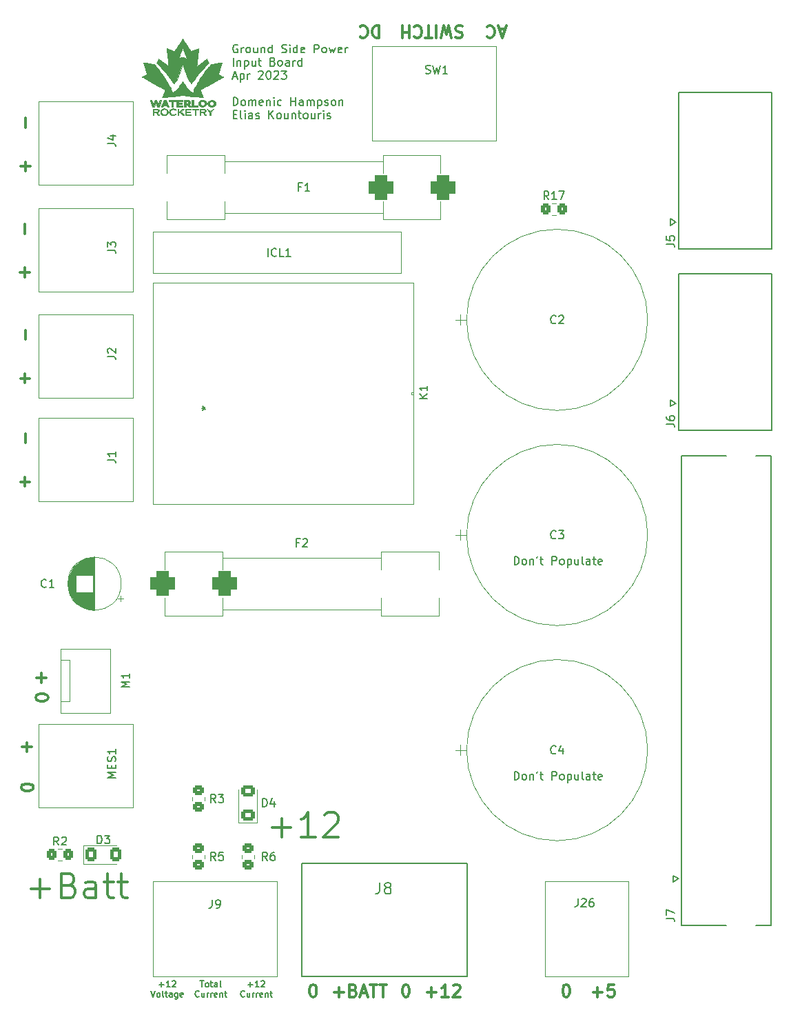
<source format=gto>
G04 #@! TF.GenerationSoftware,KiCad,Pcbnew,7.0.1*
G04 #@! TF.CreationDate,2023-04-08T17:38:13-04:00*
G04 #@! TF.ProjectId,Input,496e7075-742e-46b6-9963-61645f706362,rev?*
G04 #@! TF.SameCoordinates,Original*
G04 #@! TF.FileFunction,Legend,Top*
G04 #@! TF.FilePolarity,Positive*
%FSLAX46Y46*%
G04 Gerber Fmt 4.6, Leading zero omitted, Abs format (unit mm)*
G04 Created by KiCad (PCBNEW 7.0.1) date 2023-04-08 17:38:13*
%MOMM*%
%LPD*%
G01*
G04 APERTURE LIST*
G04 Aperture macros list*
%AMRoundRect*
0 Rectangle with rounded corners*
0 $1 Rounding radius*
0 $2 $3 $4 $5 $6 $7 $8 $9 X,Y pos of 4 corners*
0 Add a 4 corners polygon primitive as box body*
4,1,4,$2,$3,$4,$5,$6,$7,$8,$9,$2,$3,0*
0 Add four circle primitives for the rounded corners*
1,1,$1+$1,$2,$3*
1,1,$1+$1,$4,$5*
1,1,$1+$1,$6,$7*
1,1,$1+$1,$8,$9*
0 Add four rect primitives between the rounded corners*
20,1,$1+$1,$2,$3,$4,$5,0*
20,1,$1+$1,$4,$5,$6,$7,0*
20,1,$1+$1,$6,$7,$8,$9,0*
20,1,$1+$1,$8,$9,$2,$3,0*%
G04 Aperture macros list end*
%ADD10C,0.300000*%
%ADD11C,0.150000*%
%ADD12C,0.187500*%
%ADD13C,0.120000*%
%ADD14C,0.010000*%
%ADD15C,0.127000*%
%ADD16C,1.026200*%
%ADD17C,1.576200*%
%ADD18C,1.226200*%
%ADD19RoundRect,0.250001X-0.462499X-0.624999X0.462499X-0.624999X0.462499X0.624999X-0.462499X0.624999X0*%
%ADD20R,2.030000X1.730000*%
%ADD21O,2.030000X1.730000*%
%ADD22RoundRect,0.250000X0.450000X-0.350000X0.450000X0.350000X-0.450000X0.350000X-0.450000X-0.350000X0*%
%ADD23R,1.600000X1.600000*%
%ADD24C,1.600000*%
%ADD25RoundRect,0.750000X-0.750000X-0.750000X0.750000X-0.750000X0.750000X0.750000X-0.750000X0.750000X0*%
%ADD26C,3.000000*%
%ADD27C,6.400000*%
%ADD28RoundRect,0.750000X0.750000X0.750000X-0.750000X0.750000X-0.750000X-0.750000X0.750000X-0.750000X0*%
%ADD29RoundRect,0.250000X-0.450000X0.350000X-0.450000X-0.350000X0.450000X-0.350000X0.450000X0.350000X0*%
%ADD30R,1.803400X1.803400*%
%ADD31C,1.803400*%
%ADD32RoundRect,0.250001X0.624999X-0.462499X0.624999X0.462499X-0.624999X0.462499X-0.624999X-0.462499X0*%
%ADD33R,2.400000X2.400000*%
%ADD34C,2.400000*%
%ADD35R,2.616200X2.616200*%
%ADD36C,2.616200*%
%ADD37C,1.676400*%
%ADD38C,2.641600*%
%ADD39RoundRect,0.250000X-0.350000X-0.450000X0.350000X-0.450000X0.350000X0.450000X-0.350000X0.450000X0*%
%ADD40C,1.500000*%
G04 APERTURE END LIST*
D10*
X100198500Y-52336628D02*
X100198500Y-51193771D01*
X99606171Y-57120100D02*
X100749029Y-57120100D01*
X100177600Y-57691528D02*
X100177600Y-56548671D01*
X100147700Y-91046228D02*
X100147700Y-89903371D01*
X99555371Y-95829700D02*
X100698229Y-95829700D01*
X100126800Y-96401128D02*
X100126800Y-95258271D01*
X100147700Y-78346228D02*
X100147700Y-77203371D01*
X99555371Y-83129700D02*
X100698229Y-83129700D01*
X100126800Y-83701128D02*
X100126800Y-82558271D01*
X100096900Y-65341428D02*
X100096900Y-64198571D01*
X99504571Y-70124900D02*
X100647429Y-70124900D01*
X100076000Y-70696328D02*
X100076000Y-69553471D01*
X101136071Y-133278572D02*
X101136071Y-133421429D01*
X101136071Y-133421429D02*
X101064642Y-133564286D01*
X101064642Y-133564286D02*
X100993214Y-133635715D01*
X100993214Y-133635715D02*
X100850357Y-133707143D01*
X100850357Y-133707143D02*
X100564642Y-133778572D01*
X100564642Y-133778572D02*
X100207500Y-133778572D01*
X100207500Y-133778572D02*
X99921785Y-133707143D01*
X99921785Y-133707143D02*
X99778928Y-133635715D01*
X99778928Y-133635715D02*
X99707500Y-133564286D01*
X99707500Y-133564286D02*
X99636071Y-133421429D01*
X99636071Y-133421429D02*
X99636071Y-133278572D01*
X99636071Y-133278572D02*
X99707500Y-133135715D01*
X99707500Y-133135715D02*
X99778928Y-133064286D01*
X99778928Y-133064286D02*
X99921785Y-132992857D01*
X99921785Y-132992857D02*
X100207500Y-132921429D01*
X100207500Y-132921429D02*
X100564642Y-132921429D01*
X100564642Y-132921429D02*
X100850357Y-132992857D01*
X100850357Y-132992857D02*
X100993214Y-133064286D01*
X100993214Y-133064286D02*
X101064642Y-133135715D01*
X101064642Y-133135715D02*
X101136071Y-133278572D01*
X138104904Y-158491500D02*
X139247762Y-158491500D01*
X138676333Y-159062928D02*
X138676333Y-157920071D01*
X140462047Y-158277214D02*
X140676333Y-158348642D01*
X140676333Y-158348642D02*
X140747762Y-158420071D01*
X140747762Y-158420071D02*
X140819190Y-158562928D01*
X140819190Y-158562928D02*
X140819190Y-158777214D01*
X140819190Y-158777214D02*
X140747762Y-158920071D01*
X140747762Y-158920071D02*
X140676333Y-158991500D01*
X140676333Y-158991500D02*
X140533476Y-159062928D01*
X140533476Y-159062928D02*
X139962047Y-159062928D01*
X139962047Y-159062928D02*
X139962047Y-157562928D01*
X139962047Y-157562928D02*
X140462047Y-157562928D01*
X140462047Y-157562928D02*
X140604905Y-157634357D01*
X140604905Y-157634357D02*
X140676333Y-157705785D01*
X140676333Y-157705785D02*
X140747762Y-157848642D01*
X140747762Y-157848642D02*
X140747762Y-157991500D01*
X140747762Y-157991500D02*
X140676333Y-158134357D01*
X140676333Y-158134357D02*
X140604905Y-158205785D01*
X140604905Y-158205785D02*
X140462047Y-158277214D01*
X140462047Y-158277214D02*
X139962047Y-158277214D01*
X141390619Y-158634357D02*
X142104905Y-158634357D01*
X141247762Y-159062928D02*
X141747762Y-157562928D01*
X141747762Y-157562928D02*
X142247762Y-159062928D01*
X142533476Y-157562928D02*
X143390619Y-157562928D01*
X142962047Y-159062928D02*
X142962047Y-157562928D01*
X143676333Y-157562928D02*
X144533476Y-157562928D01*
X144104904Y-159062928D02*
X144104904Y-157562928D01*
X146843666Y-157562928D02*
X146986523Y-157562928D01*
X146986523Y-157562928D02*
X147129380Y-157634357D01*
X147129380Y-157634357D02*
X147200809Y-157705785D01*
X147200809Y-157705785D02*
X147272237Y-157848642D01*
X147272237Y-157848642D02*
X147343666Y-158134357D01*
X147343666Y-158134357D02*
X147343666Y-158491500D01*
X147343666Y-158491500D02*
X147272237Y-158777214D01*
X147272237Y-158777214D02*
X147200809Y-158920071D01*
X147200809Y-158920071D02*
X147129380Y-158991500D01*
X147129380Y-158991500D02*
X146986523Y-159062928D01*
X146986523Y-159062928D02*
X146843666Y-159062928D01*
X146843666Y-159062928D02*
X146700809Y-158991500D01*
X146700809Y-158991500D02*
X146629380Y-158920071D01*
X146629380Y-158920071D02*
X146557951Y-158777214D01*
X146557951Y-158777214D02*
X146486523Y-158491500D01*
X146486523Y-158491500D02*
X146486523Y-158134357D01*
X146486523Y-158134357D02*
X146557951Y-157848642D01*
X146557951Y-157848642D02*
X146629380Y-157705785D01*
X146629380Y-157705785D02*
X146700809Y-157634357D01*
X146700809Y-157634357D02*
X146843666Y-157562928D01*
X135437572Y-157562928D02*
X135580429Y-157562928D01*
X135580429Y-157562928D02*
X135723286Y-157634357D01*
X135723286Y-157634357D02*
X135794715Y-157705785D01*
X135794715Y-157705785D02*
X135866143Y-157848642D01*
X135866143Y-157848642D02*
X135937572Y-158134357D01*
X135937572Y-158134357D02*
X135937572Y-158491500D01*
X135937572Y-158491500D02*
X135866143Y-158777214D01*
X135866143Y-158777214D02*
X135794715Y-158920071D01*
X135794715Y-158920071D02*
X135723286Y-158991500D01*
X135723286Y-158991500D02*
X135580429Y-159062928D01*
X135580429Y-159062928D02*
X135437572Y-159062928D01*
X135437572Y-159062928D02*
X135294715Y-158991500D01*
X135294715Y-158991500D02*
X135223286Y-158920071D01*
X135223286Y-158920071D02*
X135151857Y-158777214D01*
X135151857Y-158777214D02*
X135080429Y-158491500D01*
X135080429Y-158491500D02*
X135080429Y-158134357D01*
X135080429Y-158134357D02*
X135151857Y-157848642D01*
X135151857Y-157848642D02*
X135223286Y-157705785D01*
X135223286Y-157705785D02*
X135294715Y-157634357D01*
X135294715Y-157634357D02*
X135437572Y-157562928D01*
X153873999Y-39903500D02*
X153659714Y-39832071D01*
X153659714Y-39832071D02*
X153302571Y-39832071D01*
X153302571Y-39832071D02*
X153159714Y-39903500D01*
X153159714Y-39903500D02*
X153088285Y-39974928D01*
X153088285Y-39974928D02*
X153016856Y-40117785D01*
X153016856Y-40117785D02*
X153016856Y-40260642D01*
X153016856Y-40260642D02*
X153088285Y-40403500D01*
X153088285Y-40403500D02*
X153159714Y-40474928D01*
X153159714Y-40474928D02*
X153302571Y-40546357D01*
X153302571Y-40546357D02*
X153588285Y-40617785D01*
X153588285Y-40617785D02*
X153731142Y-40689214D01*
X153731142Y-40689214D02*
X153802571Y-40760642D01*
X153802571Y-40760642D02*
X153873999Y-40903500D01*
X153873999Y-40903500D02*
X153873999Y-41046357D01*
X153873999Y-41046357D02*
X153802571Y-41189214D01*
X153802571Y-41189214D02*
X153731142Y-41260642D01*
X153731142Y-41260642D02*
X153588285Y-41332071D01*
X153588285Y-41332071D02*
X153231142Y-41332071D01*
X153231142Y-41332071D02*
X153016856Y-41260642D01*
X152516857Y-41332071D02*
X152159714Y-39832071D01*
X152159714Y-39832071D02*
X151874000Y-40903500D01*
X151874000Y-40903500D02*
X151588285Y-39832071D01*
X151588285Y-39832071D02*
X151231143Y-41332071D01*
X150659714Y-39832071D02*
X150659714Y-41332071D01*
X150159713Y-41332071D02*
X149302571Y-41332071D01*
X149731142Y-39832071D02*
X149731142Y-41332071D01*
X147945428Y-39974928D02*
X148016856Y-39903500D01*
X148016856Y-39903500D02*
X148231142Y-39832071D01*
X148231142Y-39832071D02*
X148373999Y-39832071D01*
X148373999Y-39832071D02*
X148588285Y-39903500D01*
X148588285Y-39903500D02*
X148731142Y-40046357D01*
X148731142Y-40046357D02*
X148802571Y-40189214D01*
X148802571Y-40189214D02*
X148873999Y-40474928D01*
X148873999Y-40474928D02*
X148873999Y-40689214D01*
X148873999Y-40689214D02*
X148802571Y-40974928D01*
X148802571Y-40974928D02*
X148731142Y-41117785D01*
X148731142Y-41117785D02*
X148588285Y-41260642D01*
X148588285Y-41260642D02*
X148373999Y-41332071D01*
X148373999Y-41332071D02*
X148231142Y-41332071D01*
X148231142Y-41332071D02*
X148016856Y-41260642D01*
X148016856Y-41260642D02*
X147945428Y-41189214D01*
X147302571Y-39832071D02*
X147302571Y-41332071D01*
X147302571Y-40617785D02*
X146445428Y-40617785D01*
X146445428Y-39832071D02*
X146445428Y-41332071D01*
X159105142Y-40260642D02*
X158390857Y-40260642D01*
X159247999Y-39832071D02*
X158747999Y-41332071D01*
X158747999Y-41332071D02*
X158247999Y-39832071D01*
X156890857Y-39974928D02*
X156962285Y-39903500D01*
X156962285Y-39903500D02*
X157176571Y-39832071D01*
X157176571Y-39832071D02*
X157319428Y-39832071D01*
X157319428Y-39832071D02*
X157533714Y-39903500D01*
X157533714Y-39903500D02*
X157676571Y-40046357D01*
X157676571Y-40046357D02*
X157748000Y-40189214D01*
X157748000Y-40189214D02*
X157819428Y-40474928D01*
X157819428Y-40474928D02*
X157819428Y-40689214D01*
X157819428Y-40689214D02*
X157748000Y-40974928D01*
X157748000Y-40974928D02*
X157676571Y-41117785D01*
X157676571Y-41117785D02*
X157533714Y-41260642D01*
X157533714Y-41260642D02*
X157319428Y-41332071D01*
X157319428Y-41332071D02*
X157176571Y-41332071D01*
X157176571Y-41332071D02*
X156962285Y-41260642D01*
X156962285Y-41260642D02*
X156890857Y-41189214D01*
X130492999Y-138294000D02*
X132778714Y-138294000D01*
X131635856Y-139436857D02*
X131635856Y-137151142D01*
X135778714Y-139436857D02*
X134064428Y-139436857D01*
X134921571Y-139436857D02*
X134921571Y-136436857D01*
X134921571Y-136436857D02*
X134635857Y-136865428D01*
X134635857Y-136865428D02*
X134350142Y-137151142D01*
X134350142Y-137151142D02*
X134064428Y-137294000D01*
X136921571Y-136722571D02*
X137064428Y-136579714D01*
X137064428Y-136579714D02*
X137350143Y-136436857D01*
X137350143Y-136436857D02*
X138064428Y-136436857D01*
X138064428Y-136436857D02*
X138350143Y-136579714D01*
X138350143Y-136579714D02*
X138493000Y-136722571D01*
X138493000Y-136722571D02*
X138635857Y-137008285D01*
X138635857Y-137008285D02*
X138635857Y-137294000D01*
X138635857Y-137294000D02*
X138493000Y-137722571D01*
X138493000Y-137722571D02*
X136778714Y-139436857D01*
X136778714Y-139436857D02*
X138635857Y-139436857D01*
D11*
X160250856Y-105999619D02*
X160250856Y-104999619D01*
X160250856Y-104999619D02*
X160488951Y-104999619D01*
X160488951Y-104999619D02*
X160631808Y-105047238D01*
X160631808Y-105047238D02*
X160727046Y-105142476D01*
X160727046Y-105142476D02*
X160774665Y-105237714D01*
X160774665Y-105237714D02*
X160822284Y-105428190D01*
X160822284Y-105428190D02*
X160822284Y-105571047D01*
X160822284Y-105571047D02*
X160774665Y-105761523D01*
X160774665Y-105761523D02*
X160727046Y-105856761D01*
X160727046Y-105856761D02*
X160631808Y-105952000D01*
X160631808Y-105952000D02*
X160488951Y-105999619D01*
X160488951Y-105999619D02*
X160250856Y-105999619D01*
X161393713Y-105999619D02*
X161298475Y-105952000D01*
X161298475Y-105952000D02*
X161250856Y-105904380D01*
X161250856Y-105904380D02*
X161203237Y-105809142D01*
X161203237Y-105809142D02*
X161203237Y-105523428D01*
X161203237Y-105523428D02*
X161250856Y-105428190D01*
X161250856Y-105428190D02*
X161298475Y-105380571D01*
X161298475Y-105380571D02*
X161393713Y-105332952D01*
X161393713Y-105332952D02*
X161536570Y-105332952D01*
X161536570Y-105332952D02*
X161631808Y-105380571D01*
X161631808Y-105380571D02*
X161679427Y-105428190D01*
X161679427Y-105428190D02*
X161727046Y-105523428D01*
X161727046Y-105523428D02*
X161727046Y-105809142D01*
X161727046Y-105809142D02*
X161679427Y-105904380D01*
X161679427Y-105904380D02*
X161631808Y-105952000D01*
X161631808Y-105952000D02*
X161536570Y-105999619D01*
X161536570Y-105999619D02*
X161393713Y-105999619D01*
X162155618Y-105332952D02*
X162155618Y-105999619D01*
X162155618Y-105428190D02*
X162203237Y-105380571D01*
X162203237Y-105380571D02*
X162298475Y-105332952D01*
X162298475Y-105332952D02*
X162441332Y-105332952D01*
X162441332Y-105332952D02*
X162536570Y-105380571D01*
X162536570Y-105380571D02*
X162584189Y-105475809D01*
X162584189Y-105475809D02*
X162584189Y-105999619D01*
X163107999Y-104999619D02*
X163012761Y-105190095D01*
X163393713Y-105332952D02*
X163774665Y-105332952D01*
X163536570Y-104999619D02*
X163536570Y-105856761D01*
X163536570Y-105856761D02*
X163584189Y-105952000D01*
X163584189Y-105952000D02*
X163679427Y-105999619D01*
X163679427Y-105999619D02*
X163774665Y-105999619D01*
X164869904Y-105999619D02*
X164869904Y-104999619D01*
X164869904Y-104999619D02*
X165250856Y-104999619D01*
X165250856Y-104999619D02*
X165346094Y-105047238D01*
X165346094Y-105047238D02*
X165393713Y-105094857D01*
X165393713Y-105094857D02*
X165441332Y-105190095D01*
X165441332Y-105190095D02*
X165441332Y-105332952D01*
X165441332Y-105332952D02*
X165393713Y-105428190D01*
X165393713Y-105428190D02*
X165346094Y-105475809D01*
X165346094Y-105475809D02*
X165250856Y-105523428D01*
X165250856Y-105523428D02*
X164869904Y-105523428D01*
X166012761Y-105999619D02*
X165917523Y-105952000D01*
X165917523Y-105952000D02*
X165869904Y-105904380D01*
X165869904Y-105904380D02*
X165822285Y-105809142D01*
X165822285Y-105809142D02*
X165822285Y-105523428D01*
X165822285Y-105523428D02*
X165869904Y-105428190D01*
X165869904Y-105428190D02*
X165917523Y-105380571D01*
X165917523Y-105380571D02*
X166012761Y-105332952D01*
X166012761Y-105332952D02*
X166155618Y-105332952D01*
X166155618Y-105332952D02*
X166250856Y-105380571D01*
X166250856Y-105380571D02*
X166298475Y-105428190D01*
X166298475Y-105428190D02*
X166346094Y-105523428D01*
X166346094Y-105523428D02*
X166346094Y-105809142D01*
X166346094Y-105809142D02*
X166298475Y-105904380D01*
X166298475Y-105904380D02*
X166250856Y-105952000D01*
X166250856Y-105952000D02*
X166155618Y-105999619D01*
X166155618Y-105999619D02*
X166012761Y-105999619D01*
X166774666Y-105332952D02*
X166774666Y-106332952D01*
X166774666Y-105380571D02*
X166869904Y-105332952D01*
X166869904Y-105332952D02*
X167060380Y-105332952D01*
X167060380Y-105332952D02*
X167155618Y-105380571D01*
X167155618Y-105380571D02*
X167203237Y-105428190D01*
X167203237Y-105428190D02*
X167250856Y-105523428D01*
X167250856Y-105523428D02*
X167250856Y-105809142D01*
X167250856Y-105809142D02*
X167203237Y-105904380D01*
X167203237Y-105904380D02*
X167155618Y-105952000D01*
X167155618Y-105952000D02*
X167060380Y-105999619D01*
X167060380Y-105999619D02*
X166869904Y-105999619D01*
X166869904Y-105999619D02*
X166774666Y-105952000D01*
X168107999Y-105332952D02*
X168107999Y-105999619D01*
X167679428Y-105332952D02*
X167679428Y-105856761D01*
X167679428Y-105856761D02*
X167727047Y-105952000D01*
X167727047Y-105952000D02*
X167822285Y-105999619D01*
X167822285Y-105999619D02*
X167965142Y-105999619D01*
X167965142Y-105999619D02*
X168060380Y-105952000D01*
X168060380Y-105952000D02*
X168107999Y-105904380D01*
X168727047Y-105999619D02*
X168631809Y-105952000D01*
X168631809Y-105952000D02*
X168584190Y-105856761D01*
X168584190Y-105856761D02*
X168584190Y-104999619D01*
X169536571Y-105999619D02*
X169536571Y-105475809D01*
X169536571Y-105475809D02*
X169488952Y-105380571D01*
X169488952Y-105380571D02*
X169393714Y-105332952D01*
X169393714Y-105332952D02*
X169203238Y-105332952D01*
X169203238Y-105332952D02*
X169108000Y-105380571D01*
X169536571Y-105952000D02*
X169441333Y-105999619D01*
X169441333Y-105999619D02*
X169203238Y-105999619D01*
X169203238Y-105999619D02*
X169108000Y-105952000D01*
X169108000Y-105952000D02*
X169060381Y-105856761D01*
X169060381Y-105856761D02*
X169060381Y-105761523D01*
X169060381Y-105761523D02*
X169108000Y-105666285D01*
X169108000Y-105666285D02*
X169203238Y-105618666D01*
X169203238Y-105618666D02*
X169441333Y-105618666D01*
X169441333Y-105618666D02*
X169536571Y-105571047D01*
X169869905Y-105332952D02*
X170250857Y-105332952D01*
X170012762Y-104999619D02*
X170012762Y-105856761D01*
X170012762Y-105856761D02*
X170060381Y-105952000D01*
X170060381Y-105952000D02*
X170155619Y-105999619D01*
X170155619Y-105999619D02*
X170250857Y-105999619D01*
X170965143Y-105952000D02*
X170869905Y-105999619D01*
X170869905Y-105999619D02*
X170679429Y-105999619D01*
X170679429Y-105999619D02*
X170584191Y-105952000D01*
X170584191Y-105952000D02*
X170536572Y-105856761D01*
X170536572Y-105856761D02*
X170536572Y-105475809D01*
X170536572Y-105475809D02*
X170584191Y-105380571D01*
X170584191Y-105380571D02*
X170679429Y-105332952D01*
X170679429Y-105332952D02*
X170869905Y-105332952D01*
X170869905Y-105332952D02*
X170965143Y-105380571D01*
X170965143Y-105380571D02*
X171012762Y-105475809D01*
X171012762Y-105475809D02*
X171012762Y-105571047D01*
X171012762Y-105571047D02*
X170536572Y-105666285D01*
D10*
X102924071Y-122242572D02*
X102924071Y-122385429D01*
X102924071Y-122385429D02*
X102852642Y-122528286D01*
X102852642Y-122528286D02*
X102781214Y-122599715D01*
X102781214Y-122599715D02*
X102638357Y-122671143D01*
X102638357Y-122671143D02*
X102352642Y-122742572D01*
X102352642Y-122742572D02*
X101995500Y-122742572D01*
X101995500Y-122742572D02*
X101709785Y-122671143D01*
X101709785Y-122671143D02*
X101566928Y-122599715D01*
X101566928Y-122599715D02*
X101495500Y-122528286D01*
X101495500Y-122528286D02*
X101424071Y-122385429D01*
X101424071Y-122385429D02*
X101424071Y-122242572D01*
X101424071Y-122242572D02*
X101495500Y-122099715D01*
X101495500Y-122099715D02*
X101566928Y-122028286D01*
X101566928Y-122028286D02*
X101709785Y-121956857D01*
X101709785Y-121956857D02*
X101995500Y-121885429D01*
X101995500Y-121885429D02*
X102352642Y-121885429D01*
X102352642Y-121885429D02*
X102638357Y-121956857D01*
X102638357Y-121956857D02*
X102781214Y-122028286D01*
X102781214Y-122028286D02*
X102852642Y-122099715D01*
X102852642Y-122099715D02*
X102924071Y-122242572D01*
X101546571Y-119896500D02*
X102689429Y-119896500D01*
X102118000Y-120467928D02*
X102118000Y-119325071D01*
D12*
X127524000Y-157568750D02*
X128095429Y-157568750D01*
X127809714Y-157854464D02*
X127809714Y-157283035D01*
X128845428Y-157854464D02*
X128416857Y-157854464D01*
X128631142Y-157854464D02*
X128631142Y-157104464D01*
X128631142Y-157104464D02*
X128559714Y-157211607D01*
X128559714Y-157211607D02*
X128488285Y-157283035D01*
X128488285Y-157283035D02*
X128416857Y-157318750D01*
X129131143Y-157175892D02*
X129166857Y-157140178D01*
X129166857Y-157140178D02*
X129238286Y-157104464D01*
X129238286Y-157104464D02*
X129416857Y-157104464D01*
X129416857Y-157104464D02*
X129488286Y-157140178D01*
X129488286Y-157140178D02*
X129524000Y-157175892D01*
X129524000Y-157175892D02*
X129559714Y-157247321D01*
X129559714Y-157247321D02*
X129559714Y-157318750D01*
X129559714Y-157318750D02*
X129524000Y-157425892D01*
X129524000Y-157425892D02*
X129095428Y-157854464D01*
X129095428Y-157854464D02*
X129559714Y-157854464D01*
X127077571Y-158998035D02*
X127041857Y-159033750D01*
X127041857Y-159033750D02*
X126934714Y-159069464D01*
X126934714Y-159069464D02*
X126863286Y-159069464D01*
X126863286Y-159069464D02*
X126756143Y-159033750D01*
X126756143Y-159033750D02*
X126684714Y-158962321D01*
X126684714Y-158962321D02*
X126649000Y-158890892D01*
X126649000Y-158890892D02*
X126613286Y-158748035D01*
X126613286Y-158748035D02*
X126613286Y-158640892D01*
X126613286Y-158640892D02*
X126649000Y-158498035D01*
X126649000Y-158498035D02*
X126684714Y-158426607D01*
X126684714Y-158426607D02*
X126756143Y-158355178D01*
X126756143Y-158355178D02*
X126863286Y-158319464D01*
X126863286Y-158319464D02*
X126934714Y-158319464D01*
X126934714Y-158319464D02*
X127041857Y-158355178D01*
X127041857Y-158355178D02*
X127077571Y-158390892D01*
X127720429Y-158569464D02*
X127720429Y-159069464D01*
X127399000Y-158569464D02*
X127399000Y-158962321D01*
X127399000Y-158962321D02*
X127434714Y-159033750D01*
X127434714Y-159033750D02*
X127506143Y-159069464D01*
X127506143Y-159069464D02*
X127613286Y-159069464D01*
X127613286Y-159069464D02*
X127684714Y-159033750D01*
X127684714Y-159033750D02*
X127720429Y-158998035D01*
X128077571Y-159069464D02*
X128077571Y-158569464D01*
X128077571Y-158712321D02*
X128113285Y-158640892D01*
X128113285Y-158640892D02*
X128149000Y-158605178D01*
X128149000Y-158605178D02*
X128220428Y-158569464D01*
X128220428Y-158569464D02*
X128291857Y-158569464D01*
X128541857Y-159069464D02*
X128541857Y-158569464D01*
X128541857Y-158712321D02*
X128577571Y-158640892D01*
X128577571Y-158640892D02*
X128613286Y-158605178D01*
X128613286Y-158605178D02*
X128684714Y-158569464D01*
X128684714Y-158569464D02*
X128756143Y-158569464D01*
X129291857Y-159033750D02*
X129220429Y-159069464D01*
X129220429Y-159069464D02*
X129077572Y-159069464D01*
X129077572Y-159069464D02*
X129006143Y-159033750D01*
X129006143Y-159033750D02*
X128970429Y-158962321D01*
X128970429Y-158962321D02*
X128970429Y-158676607D01*
X128970429Y-158676607D02*
X129006143Y-158605178D01*
X129006143Y-158605178D02*
X129077572Y-158569464D01*
X129077572Y-158569464D02*
X129220429Y-158569464D01*
X129220429Y-158569464D02*
X129291857Y-158605178D01*
X129291857Y-158605178D02*
X129327572Y-158676607D01*
X129327572Y-158676607D02*
X129327572Y-158748035D01*
X129327572Y-158748035D02*
X128970429Y-158819464D01*
X129649000Y-158569464D02*
X129649000Y-159069464D01*
X129649000Y-158640892D02*
X129684714Y-158605178D01*
X129684714Y-158605178D02*
X129756143Y-158569464D01*
X129756143Y-158569464D02*
X129863286Y-158569464D01*
X129863286Y-158569464D02*
X129934714Y-158605178D01*
X129934714Y-158605178D02*
X129970429Y-158676607D01*
X129970429Y-158676607D02*
X129970429Y-159069464D01*
X130220428Y-158569464D02*
X130506142Y-158569464D01*
X130327571Y-158319464D02*
X130327571Y-158962321D01*
X130327571Y-158962321D02*
X130363285Y-159033750D01*
X130363285Y-159033750D02*
X130434714Y-159069464D01*
X130434714Y-159069464D02*
X130506142Y-159069464D01*
D10*
X99758571Y-128392500D02*
X100901429Y-128392500D01*
X100330000Y-128963928D02*
X100330000Y-127821071D01*
X149511000Y-158491500D02*
X150653858Y-158491500D01*
X150082429Y-159062928D02*
X150082429Y-157920071D01*
X152153858Y-159062928D02*
X151296715Y-159062928D01*
X151725286Y-159062928D02*
X151725286Y-157562928D01*
X151725286Y-157562928D02*
X151582429Y-157777214D01*
X151582429Y-157777214D02*
X151439572Y-157920071D01*
X151439572Y-157920071D02*
X151296715Y-157991500D01*
X152725286Y-157705785D02*
X152796714Y-157634357D01*
X152796714Y-157634357D02*
X152939572Y-157562928D01*
X152939572Y-157562928D02*
X153296714Y-157562928D01*
X153296714Y-157562928D02*
X153439572Y-157634357D01*
X153439572Y-157634357D02*
X153511000Y-157705785D01*
X153511000Y-157705785D02*
X153582429Y-157848642D01*
X153582429Y-157848642D02*
X153582429Y-157991500D01*
X153582429Y-157991500D02*
X153511000Y-158205785D01*
X153511000Y-158205785D02*
X152653857Y-159062928D01*
X152653857Y-159062928D02*
X153582429Y-159062928D01*
D12*
X121632429Y-157104464D02*
X122061001Y-157104464D01*
X121846715Y-157854464D02*
X121846715Y-157104464D01*
X122418144Y-157854464D02*
X122346715Y-157818750D01*
X122346715Y-157818750D02*
X122311001Y-157783035D01*
X122311001Y-157783035D02*
X122275287Y-157711607D01*
X122275287Y-157711607D02*
X122275287Y-157497321D01*
X122275287Y-157497321D02*
X122311001Y-157425892D01*
X122311001Y-157425892D02*
X122346715Y-157390178D01*
X122346715Y-157390178D02*
X122418144Y-157354464D01*
X122418144Y-157354464D02*
X122525287Y-157354464D01*
X122525287Y-157354464D02*
X122596715Y-157390178D01*
X122596715Y-157390178D02*
X122632430Y-157425892D01*
X122632430Y-157425892D02*
X122668144Y-157497321D01*
X122668144Y-157497321D02*
X122668144Y-157711607D01*
X122668144Y-157711607D02*
X122632430Y-157783035D01*
X122632430Y-157783035D02*
X122596715Y-157818750D01*
X122596715Y-157818750D02*
X122525287Y-157854464D01*
X122525287Y-157854464D02*
X122418144Y-157854464D01*
X122882429Y-157354464D02*
X123168143Y-157354464D01*
X122989572Y-157104464D02*
X122989572Y-157747321D01*
X122989572Y-157747321D02*
X123025286Y-157818750D01*
X123025286Y-157818750D02*
X123096715Y-157854464D01*
X123096715Y-157854464D02*
X123168143Y-157854464D01*
X123739572Y-157854464D02*
X123739572Y-157461607D01*
X123739572Y-157461607D02*
X123703857Y-157390178D01*
X123703857Y-157390178D02*
X123632429Y-157354464D01*
X123632429Y-157354464D02*
X123489572Y-157354464D01*
X123489572Y-157354464D02*
X123418143Y-157390178D01*
X123739572Y-157818750D02*
X123668143Y-157854464D01*
X123668143Y-157854464D02*
X123489572Y-157854464D01*
X123489572Y-157854464D02*
X123418143Y-157818750D01*
X123418143Y-157818750D02*
X123382429Y-157747321D01*
X123382429Y-157747321D02*
X123382429Y-157675892D01*
X123382429Y-157675892D02*
X123418143Y-157604464D01*
X123418143Y-157604464D02*
X123489572Y-157568750D01*
X123489572Y-157568750D02*
X123668143Y-157568750D01*
X123668143Y-157568750D02*
X123739572Y-157533035D01*
X124203857Y-157854464D02*
X124132428Y-157818750D01*
X124132428Y-157818750D02*
X124096714Y-157747321D01*
X124096714Y-157747321D02*
X124096714Y-157104464D01*
X121489571Y-158998035D02*
X121453857Y-159033750D01*
X121453857Y-159033750D02*
X121346714Y-159069464D01*
X121346714Y-159069464D02*
X121275286Y-159069464D01*
X121275286Y-159069464D02*
X121168143Y-159033750D01*
X121168143Y-159033750D02*
X121096714Y-158962321D01*
X121096714Y-158962321D02*
X121061000Y-158890892D01*
X121061000Y-158890892D02*
X121025286Y-158748035D01*
X121025286Y-158748035D02*
X121025286Y-158640892D01*
X121025286Y-158640892D02*
X121061000Y-158498035D01*
X121061000Y-158498035D02*
X121096714Y-158426607D01*
X121096714Y-158426607D02*
X121168143Y-158355178D01*
X121168143Y-158355178D02*
X121275286Y-158319464D01*
X121275286Y-158319464D02*
X121346714Y-158319464D01*
X121346714Y-158319464D02*
X121453857Y-158355178D01*
X121453857Y-158355178D02*
X121489571Y-158390892D01*
X122132429Y-158569464D02*
X122132429Y-159069464D01*
X121811000Y-158569464D02*
X121811000Y-158962321D01*
X121811000Y-158962321D02*
X121846714Y-159033750D01*
X121846714Y-159033750D02*
X121918143Y-159069464D01*
X121918143Y-159069464D02*
X122025286Y-159069464D01*
X122025286Y-159069464D02*
X122096714Y-159033750D01*
X122096714Y-159033750D02*
X122132429Y-158998035D01*
X122489571Y-159069464D02*
X122489571Y-158569464D01*
X122489571Y-158712321D02*
X122525285Y-158640892D01*
X122525285Y-158640892D02*
X122561000Y-158605178D01*
X122561000Y-158605178D02*
X122632428Y-158569464D01*
X122632428Y-158569464D02*
X122703857Y-158569464D01*
X122953857Y-159069464D02*
X122953857Y-158569464D01*
X122953857Y-158712321D02*
X122989571Y-158640892D01*
X122989571Y-158640892D02*
X123025286Y-158605178D01*
X123025286Y-158605178D02*
X123096714Y-158569464D01*
X123096714Y-158569464D02*
X123168143Y-158569464D01*
X123703857Y-159033750D02*
X123632429Y-159069464D01*
X123632429Y-159069464D02*
X123489572Y-159069464D01*
X123489572Y-159069464D02*
X123418143Y-159033750D01*
X123418143Y-159033750D02*
X123382429Y-158962321D01*
X123382429Y-158962321D02*
X123382429Y-158676607D01*
X123382429Y-158676607D02*
X123418143Y-158605178D01*
X123418143Y-158605178D02*
X123489572Y-158569464D01*
X123489572Y-158569464D02*
X123632429Y-158569464D01*
X123632429Y-158569464D02*
X123703857Y-158605178D01*
X123703857Y-158605178D02*
X123739572Y-158676607D01*
X123739572Y-158676607D02*
X123739572Y-158748035D01*
X123739572Y-158748035D02*
X123382429Y-158819464D01*
X124061000Y-158569464D02*
X124061000Y-159069464D01*
X124061000Y-158640892D02*
X124096714Y-158605178D01*
X124096714Y-158605178D02*
X124168143Y-158569464D01*
X124168143Y-158569464D02*
X124275286Y-158569464D01*
X124275286Y-158569464D02*
X124346714Y-158605178D01*
X124346714Y-158605178D02*
X124382429Y-158676607D01*
X124382429Y-158676607D02*
X124382429Y-159069464D01*
X124632428Y-158569464D02*
X124918142Y-158569464D01*
X124739571Y-158319464D02*
X124739571Y-158962321D01*
X124739571Y-158962321D02*
X124775285Y-159033750D01*
X124775285Y-159033750D02*
X124846714Y-159069464D01*
X124846714Y-159069464D02*
X124918142Y-159069464D01*
D10*
X169910285Y-158491500D02*
X171053143Y-158491500D01*
X170481714Y-159062928D02*
X170481714Y-157920071D01*
X172481714Y-157562928D02*
X171767428Y-157562928D01*
X171767428Y-157562928D02*
X171696000Y-158277214D01*
X171696000Y-158277214D02*
X171767428Y-158205785D01*
X171767428Y-158205785D02*
X171910286Y-158134357D01*
X171910286Y-158134357D02*
X172267428Y-158134357D01*
X172267428Y-158134357D02*
X172410286Y-158205785D01*
X172410286Y-158205785D02*
X172481714Y-158277214D01*
X172481714Y-158277214D02*
X172553143Y-158420071D01*
X172553143Y-158420071D02*
X172553143Y-158777214D01*
X172553143Y-158777214D02*
X172481714Y-158920071D01*
X172481714Y-158920071D02*
X172410286Y-158991500D01*
X172410286Y-158991500D02*
X172267428Y-159062928D01*
X172267428Y-159062928D02*
X171910286Y-159062928D01*
X171910286Y-159062928D02*
X171767428Y-158991500D01*
X171767428Y-158991500D02*
X171696000Y-158920071D01*
D11*
X126237904Y-42196238D02*
X126142666Y-42148619D01*
X126142666Y-42148619D02*
X125999809Y-42148619D01*
X125999809Y-42148619D02*
X125856952Y-42196238D01*
X125856952Y-42196238D02*
X125761714Y-42291476D01*
X125761714Y-42291476D02*
X125714095Y-42386714D01*
X125714095Y-42386714D02*
X125666476Y-42577190D01*
X125666476Y-42577190D02*
X125666476Y-42720047D01*
X125666476Y-42720047D02*
X125714095Y-42910523D01*
X125714095Y-42910523D02*
X125761714Y-43005761D01*
X125761714Y-43005761D02*
X125856952Y-43101000D01*
X125856952Y-43101000D02*
X125999809Y-43148619D01*
X125999809Y-43148619D02*
X126095047Y-43148619D01*
X126095047Y-43148619D02*
X126237904Y-43101000D01*
X126237904Y-43101000D02*
X126285523Y-43053380D01*
X126285523Y-43053380D02*
X126285523Y-42720047D01*
X126285523Y-42720047D02*
X126095047Y-42720047D01*
X126714095Y-43148619D02*
X126714095Y-42481952D01*
X126714095Y-42672428D02*
X126761714Y-42577190D01*
X126761714Y-42577190D02*
X126809333Y-42529571D01*
X126809333Y-42529571D02*
X126904571Y-42481952D01*
X126904571Y-42481952D02*
X126999809Y-42481952D01*
X127476000Y-43148619D02*
X127380762Y-43101000D01*
X127380762Y-43101000D02*
X127333143Y-43053380D01*
X127333143Y-43053380D02*
X127285524Y-42958142D01*
X127285524Y-42958142D02*
X127285524Y-42672428D01*
X127285524Y-42672428D02*
X127333143Y-42577190D01*
X127333143Y-42577190D02*
X127380762Y-42529571D01*
X127380762Y-42529571D02*
X127476000Y-42481952D01*
X127476000Y-42481952D02*
X127618857Y-42481952D01*
X127618857Y-42481952D02*
X127714095Y-42529571D01*
X127714095Y-42529571D02*
X127761714Y-42577190D01*
X127761714Y-42577190D02*
X127809333Y-42672428D01*
X127809333Y-42672428D02*
X127809333Y-42958142D01*
X127809333Y-42958142D02*
X127761714Y-43053380D01*
X127761714Y-43053380D02*
X127714095Y-43101000D01*
X127714095Y-43101000D02*
X127618857Y-43148619D01*
X127618857Y-43148619D02*
X127476000Y-43148619D01*
X128666476Y-42481952D02*
X128666476Y-43148619D01*
X128237905Y-42481952D02*
X128237905Y-43005761D01*
X128237905Y-43005761D02*
X128285524Y-43101000D01*
X128285524Y-43101000D02*
X128380762Y-43148619D01*
X128380762Y-43148619D02*
X128523619Y-43148619D01*
X128523619Y-43148619D02*
X128618857Y-43101000D01*
X128618857Y-43101000D02*
X128666476Y-43053380D01*
X129142667Y-42481952D02*
X129142667Y-43148619D01*
X129142667Y-42577190D02*
X129190286Y-42529571D01*
X129190286Y-42529571D02*
X129285524Y-42481952D01*
X129285524Y-42481952D02*
X129428381Y-42481952D01*
X129428381Y-42481952D02*
X129523619Y-42529571D01*
X129523619Y-42529571D02*
X129571238Y-42624809D01*
X129571238Y-42624809D02*
X129571238Y-43148619D01*
X130476000Y-43148619D02*
X130476000Y-42148619D01*
X130476000Y-43101000D02*
X130380762Y-43148619D01*
X130380762Y-43148619D02*
X130190286Y-43148619D01*
X130190286Y-43148619D02*
X130095048Y-43101000D01*
X130095048Y-43101000D02*
X130047429Y-43053380D01*
X130047429Y-43053380D02*
X129999810Y-42958142D01*
X129999810Y-42958142D02*
X129999810Y-42672428D01*
X129999810Y-42672428D02*
X130047429Y-42577190D01*
X130047429Y-42577190D02*
X130095048Y-42529571D01*
X130095048Y-42529571D02*
X130190286Y-42481952D01*
X130190286Y-42481952D02*
X130380762Y-42481952D01*
X130380762Y-42481952D02*
X130476000Y-42529571D01*
X131666477Y-43101000D02*
X131809334Y-43148619D01*
X131809334Y-43148619D02*
X132047429Y-43148619D01*
X132047429Y-43148619D02*
X132142667Y-43101000D01*
X132142667Y-43101000D02*
X132190286Y-43053380D01*
X132190286Y-43053380D02*
X132237905Y-42958142D01*
X132237905Y-42958142D02*
X132237905Y-42862904D01*
X132237905Y-42862904D02*
X132190286Y-42767666D01*
X132190286Y-42767666D02*
X132142667Y-42720047D01*
X132142667Y-42720047D02*
X132047429Y-42672428D01*
X132047429Y-42672428D02*
X131856953Y-42624809D01*
X131856953Y-42624809D02*
X131761715Y-42577190D01*
X131761715Y-42577190D02*
X131714096Y-42529571D01*
X131714096Y-42529571D02*
X131666477Y-42434333D01*
X131666477Y-42434333D02*
X131666477Y-42339095D01*
X131666477Y-42339095D02*
X131714096Y-42243857D01*
X131714096Y-42243857D02*
X131761715Y-42196238D01*
X131761715Y-42196238D02*
X131856953Y-42148619D01*
X131856953Y-42148619D02*
X132095048Y-42148619D01*
X132095048Y-42148619D02*
X132237905Y-42196238D01*
X132666477Y-43148619D02*
X132666477Y-42481952D01*
X132666477Y-42148619D02*
X132618858Y-42196238D01*
X132618858Y-42196238D02*
X132666477Y-42243857D01*
X132666477Y-42243857D02*
X132714096Y-42196238D01*
X132714096Y-42196238D02*
X132666477Y-42148619D01*
X132666477Y-42148619D02*
X132666477Y-42243857D01*
X133571238Y-43148619D02*
X133571238Y-42148619D01*
X133571238Y-43101000D02*
X133476000Y-43148619D01*
X133476000Y-43148619D02*
X133285524Y-43148619D01*
X133285524Y-43148619D02*
X133190286Y-43101000D01*
X133190286Y-43101000D02*
X133142667Y-43053380D01*
X133142667Y-43053380D02*
X133095048Y-42958142D01*
X133095048Y-42958142D02*
X133095048Y-42672428D01*
X133095048Y-42672428D02*
X133142667Y-42577190D01*
X133142667Y-42577190D02*
X133190286Y-42529571D01*
X133190286Y-42529571D02*
X133285524Y-42481952D01*
X133285524Y-42481952D02*
X133476000Y-42481952D01*
X133476000Y-42481952D02*
X133571238Y-42529571D01*
X134428381Y-43101000D02*
X134333143Y-43148619D01*
X134333143Y-43148619D02*
X134142667Y-43148619D01*
X134142667Y-43148619D02*
X134047429Y-43101000D01*
X134047429Y-43101000D02*
X133999810Y-43005761D01*
X133999810Y-43005761D02*
X133999810Y-42624809D01*
X133999810Y-42624809D02*
X134047429Y-42529571D01*
X134047429Y-42529571D02*
X134142667Y-42481952D01*
X134142667Y-42481952D02*
X134333143Y-42481952D01*
X134333143Y-42481952D02*
X134428381Y-42529571D01*
X134428381Y-42529571D02*
X134476000Y-42624809D01*
X134476000Y-42624809D02*
X134476000Y-42720047D01*
X134476000Y-42720047D02*
X133999810Y-42815285D01*
X135666477Y-43148619D02*
X135666477Y-42148619D01*
X135666477Y-42148619D02*
X136047429Y-42148619D01*
X136047429Y-42148619D02*
X136142667Y-42196238D01*
X136142667Y-42196238D02*
X136190286Y-42243857D01*
X136190286Y-42243857D02*
X136237905Y-42339095D01*
X136237905Y-42339095D02*
X136237905Y-42481952D01*
X136237905Y-42481952D02*
X136190286Y-42577190D01*
X136190286Y-42577190D02*
X136142667Y-42624809D01*
X136142667Y-42624809D02*
X136047429Y-42672428D01*
X136047429Y-42672428D02*
X135666477Y-42672428D01*
X136809334Y-43148619D02*
X136714096Y-43101000D01*
X136714096Y-43101000D02*
X136666477Y-43053380D01*
X136666477Y-43053380D02*
X136618858Y-42958142D01*
X136618858Y-42958142D02*
X136618858Y-42672428D01*
X136618858Y-42672428D02*
X136666477Y-42577190D01*
X136666477Y-42577190D02*
X136714096Y-42529571D01*
X136714096Y-42529571D02*
X136809334Y-42481952D01*
X136809334Y-42481952D02*
X136952191Y-42481952D01*
X136952191Y-42481952D02*
X137047429Y-42529571D01*
X137047429Y-42529571D02*
X137095048Y-42577190D01*
X137095048Y-42577190D02*
X137142667Y-42672428D01*
X137142667Y-42672428D02*
X137142667Y-42958142D01*
X137142667Y-42958142D02*
X137095048Y-43053380D01*
X137095048Y-43053380D02*
X137047429Y-43101000D01*
X137047429Y-43101000D02*
X136952191Y-43148619D01*
X136952191Y-43148619D02*
X136809334Y-43148619D01*
X137476001Y-42481952D02*
X137666477Y-43148619D01*
X137666477Y-43148619D02*
X137856953Y-42672428D01*
X137856953Y-42672428D02*
X138047429Y-43148619D01*
X138047429Y-43148619D02*
X138237905Y-42481952D01*
X138999810Y-43101000D02*
X138904572Y-43148619D01*
X138904572Y-43148619D02*
X138714096Y-43148619D01*
X138714096Y-43148619D02*
X138618858Y-43101000D01*
X138618858Y-43101000D02*
X138571239Y-43005761D01*
X138571239Y-43005761D02*
X138571239Y-42624809D01*
X138571239Y-42624809D02*
X138618858Y-42529571D01*
X138618858Y-42529571D02*
X138714096Y-42481952D01*
X138714096Y-42481952D02*
X138904572Y-42481952D01*
X138904572Y-42481952D02*
X138999810Y-42529571D01*
X138999810Y-42529571D02*
X139047429Y-42624809D01*
X139047429Y-42624809D02*
X139047429Y-42720047D01*
X139047429Y-42720047D02*
X138571239Y-42815285D01*
X139476001Y-43148619D02*
X139476001Y-42481952D01*
X139476001Y-42672428D02*
X139523620Y-42577190D01*
X139523620Y-42577190D02*
X139571239Y-42529571D01*
X139571239Y-42529571D02*
X139666477Y-42481952D01*
X139666477Y-42481952D02*
X139761715Y-42481952D01*
X125714095Y-44768619D02*
X125714095Y-43768619D01*
X126190285Y-44101952D02*
X126190285Y-44768619D01*
X126190285Y-44197190D02*
X126237904Y-44149571D01*
X126237904Y-44149571D02*
X126333142Y-44101952D01*
X126333142Y-44101952D02*
X126475999Y-44101952D01*
X126475999Y-44101952D02*
X126571237Y-44149571D01*
X126571237Y-44149571D02*
X126618856Y-44244809D01*
X126618856Y-44244809D02*
X126618856Y-44768619D01*
X127095047Y-44101952D02*
X127095047Y-45101952D01*
X127095047Y-44149571D02*
X127190285Y-44101952D01*
X127190285Y-44101952D02*
X127380761Y-44101952D01*
X127380761Y-44101952D02*
X127475999Y-44149571D01*
X127475999Y-44149571D02*
X127523618Y-44197190D01*
X127523618Y-44197190D02*
X127571237Y-44292428D01*
X127571237Y-44292428D02*
X127571237Y-44578142D01*
X127571237Y-44578142D02*
X127523618Y-44673380D01*
X127523618Y-44673380D02*
X127475999Y-44721000D01*
X127475999Y-44721000D02*
X127380761Y-44768619D01*
X127380761Y-44768619D02*
X127190285Y-44768619D01*
X127190285Y-44768619D02*
X127095047Y-44721000D01*
X128428380Y-44101952D02*
X128428380Y-44768619D01*
X127999809Y-44101952D02*
X127999809Y-44625761D01*
X127999809Y-44625761D02*
X128047428Y-44721000D01*
X128047428Y-44721000D02*
X128142666Y-44768619D01*
X128142666Y-44768619D02*
X128285523Y-44768619D01*
X128285523Y-44768619D02*
X128380761Y-44721000D01*
X128380761Y-44721000D02*
X128428380Y-44673380D01*
X128761714Y-44101952D02*
X129142666Y-44101952D01*
X128904571Y-43768619D02*
X128904571Y-44625761D01*
X128904571Y-44625761D02*
X128952190Y-44721000D01*
X128952190Y-44721000D02*
X129047428Y-44768619D01*
X129047428Y-44768619D02*
X129142666Y-44768619D01*
X130571238Y-44244809D02*
X130714095Y-44292428D01*
X130714095Y-44292428D02*
X130761714Y-44340047D01*
X130761714Y-44340047D02*
X130809333Y-44435285D01*
X130809333Y-44435285D02*
X130809333Y-44578142D01*
X130809333Y-44578142D02*
X130761714Y-44673380D01*
X130761714Y-44673380D02*
X130714095Y-44721000D01*
X130714095Y-44721000D02*
X130618857Y-44768619D01*
X130618857Y-44768619D02*
X130237905Y-44768619D01*
X130237905Y-44768619D02*
X130237905Y-43768619D01*
X130237905Y-43768619D02*
X130571238Y-43768619D01*
X130571238Y-43768619D02*
X130666476Y-43816238D01*
X130666476Y-43816238D02*
X130714095Y-43863857D01*
X130714095Y-43863857D02*
X130761714Y-43959095D01*
X130761714Y-43959095D02*
X130761714Y-44054333D01*
X130761714Y-44054333D02*
X130714095Y-44149571D01*
X130714095Y-44149571D02*
X130666476Y-44197190D01*
X130666476Y-44197190D02*
X130571238Y-44244809D01*
X130571238Y-44244809D02*
X130237905Y-44244809D01*
X131380762Y-44768619D02*
X131285524Y-44721000D01*
X131285524Y-44721000D02*
X131237905Y-44673380D01*
X131237905Y-44673380D02*
X131190286Y-44578142D01*
X131190286Y-44578142D02*
X131190286Y-44292428D01*
X131190286Y-44292428D02*
X131237905Y-44197190D01*
X131237905Y-44197190D02*
X131285524Y-44149571D01*
X131285524Y-44149571D02*
X131380762Y-44101952D01*
X131380762Y-44101952D02*
X131523619Y-44101952D01*
X131523619Y-44101952D02*
X131618857Y-44149571D01*
X131618857Y-44149571D02*
X131666476Y-44197190D01*
X131666476Y-44197190D02*
X131714095Y-44292428D01*
X131714095Y-44292428D02*
X131714095Y-44578142D01*
X131714095Y-44578142D02*
X131666476Y-44673380D01*
X131666476Y-44673380D02*
X131618857Y-44721000D01*
X131618857Y-44721000D02*
X131523619Y-44768619D01*
X131523619Y-44768619D02*
X131380762Y-44768619D01*
X132571238Y-44768619D02*
X132571238Y-44244809D01*
X132571238Y-44244809D02*
X132523619Y-44149571D01*
X132523619Y-44149571D02*
X132428381Y-44101952D01*
X132428381Y-44101952D02*
X132237905Y-44101952D01*
X132237905Y-44101952D02*
X132142667Y-44149571D01*
X132571238Y-44721000D02*
X132476000Y-44768619D01*
X132476000Y-44768619D02*
X132237905Y-44768619D01*
X132237905Y-44768619D02*
X132142667Y-44721000D01*
X132142667Y-44721000D02*
X132095048Y-44625761D01*
X132095048Y-44625761D02*
X132095048Y-44530523D01*
X132095048Y-44530523D02*
X132142667Y-44435285D01*
X132142667Y-44435285D02*
X132237905Y-44387666D01*
X132237905Y-44387666D02*
X132476000Y-44387666D01*
X132476000Y-44387666D02*
X132571238Y-44340047D01*
X133047429Y-44768619D02*
X133047429Y-44101952D01*
X133047429Y-44292428D02*
X133095048Y-44197190D01*
X133095048Y-44197190D02*
X133142667Y-44149571D01*
X133142667Y-44149571D02*
X133237905Y-44101952D01*
X133237905Y-44101952D02*
X133333143Y-44101952D01*
X134095048Y-44768619D02*
X134095048Y-43768619D01*
X134095048Y-44721000D02*
X133999810Y-44768619D01*
X133999810Y-44768619D02*
X133809334Y-44768619D01*
X133809334Y-44768619D02*
X133714096Y-44721000D01*
X133714096Y-44721000D02*
X133666477Y-44673380D01*
X133666477Y-44673380D02*
X133618858Y-44578142D01*
X133618858Y-44578142D02*
X133618858Y-44292428D01*
X133618858Y-44292428D02*
X133666477Y-44197190D01*
X133666477Y-44197190D02*
X133714096Y-44149571D01*
X133714096Y-44149571D02*
X133809334Y-44101952D01*
X133809334Y-44101952D02*
X133999810Y-44101952D01*
X133999810Y-44101952D02*
X134095048Y-44149571D01*
X125666476Y-46102904D02*
X126142666Y-46102904D01*
X125571238Y-46388619D02*
X125904571Y-45388619D01*
X125904571Y-45388619D02*
X126237904Y-46388619D01*
X126571238Y-45721952D02*
X126571238Y-46721952D01*
X126571238Y-45769571D02*
X126666476Y-45721952D01*
X126666476Y-45721952D02*
X126856952Y-45721952D01*
X126856952Y-45721952D02*
X126952190Y-45769571D01*
X126952190Y-45769571D02*
X126999809Y-45817190D01*
X126999809Y-45817190D02*
X127047428Y-45912428D01*
X127047428Y-45912428D02*
X127047428Y-46198142D01*
X127047428Y-46198142D02*
X126999809Y-46293380D01*
X126999809Y-46293380D02*
X126952190Y-46341000D01*
X126952190Y-46341000D02*
X126856952Y-46388619D01*
X126856952Y-46388619D02*
X126666476Y-46388619D01*
X126666476Y-46388619D02*
X126571238Y-46341000D01*
X127476000Y-46388619D02*
X127476000Y-45721952D01*
X127476000Y-45912428D02*
X127523619Y-45817190D01*
X127523619Y-45817190D02*
X127571238Y-45769571D01*
X127571238Y-45769571D02*
X127666476Y-45721952D01*
X127666476Y-45721952D02*
X127761714Y-45721952D01*
X128809334Y-45483857D02*
X128856953Y-45436238D01*
X128856953Y-45436238D02*
X128952191Y-45388619D01*
X128952191Y-45388619D02*
X129190286Y-45388619D01*
X129190286Y-45388619D02*
X129285524Y-45436238D01*
X129285524Y-45436238D02*
X129333143Y-45483857D01*
X129333143Y-45483857D02*
X129380762Y-45579095D01*
X129380762Y-45579095D02*
X129380762Y-45674333D01*
X129380762Y-45674333D02*
X129333143Y-45817190D01*
X129333143Y-45817190D02*
X128761715Y-46388619D01*
X128761715Y-46388619D02*
X129380762Y-46388619D01*
X129999810Y-45388619D02*
X130095048Y-45388619D01*
X130095048Y-45388619D02*
X130190286Y-45436238D01*
X130190286Y-45436238D02*
X130237905Y-45483857D01*
X130237905Y-45483857D02*
X130285524Y-45579095D01*
X130285524Y-45579095D02*
X130333143Y-45769571D01*
X130333143Y-45769571D02*
X130333143Y-46007666D01*
X130333143Y-46007666D02*
X130285524Y-46198142D01*
X130285524Y-46198142D02*
X130237905Y-46293380D01*
X130237905Y-46293380D02*
X130190286Y-46341000D01*
X130190286Y-46341000D02*
X130095048Y-46388619D01*
X130095048Y-46388619D02*
X129999810Y-46388619D01*
X129999810Y-46388619D02*
X129904572Y-46341000D01*
X129904572Y-46341000D02*
X129856953Y-46293380D01*
X129856953Y-46293380D02*
X129809334Y-46198142D01*
X129809334Y-46198142D02*
X129761715Y-46007666D01*
X129761715Y-46007666D02*
X129761715Y-45769571D01*
X129761715Y-45769571D02*
X129809334Y-45579095D01*
X129809334Y-45579095D02*
X129856953Y-45483857D01*
X129856953Y-45483857D02*
X129904572Y-45436238D01*
X129904572Y-45436238D02*
X129999810Y-45388619D01*
X130714096Y-45483857D02*
X130761715Y-45436238D01*
X130761715Y-45436238D02*
X130856953Y-45388619D01*
X130856953Y-45388619D02*
X131095048Y-45388619D01*
X131095048Y-45388619D02*
X131190286Y-45436238D01*
X131190286Y-45436238D02*
X131237905Y-45483857D01*
X131237905Y-45483857D02*
X131285524Y-45579095D01*
X131285524Y-45579095D02*
X131285524Y-45674333D01*
X131285524Y-45674333D02*
X131237905Y-45817190D01*
X131237905Y-45817190D02*
X130666477Y-46388619D01*
X130666477Y-46388619D02*
X131285524Y-46388619D01*
X131618858Y-45388619D02*
X132237905Y-45388619D01*
X132237905Y-45388619D02*
X131904572Y-45769571D01*
X131904572Y-45769571D02*
X132047429Y-45769571D01*
X132047429Y-45769571D02*
X132142667Y-45817190D01*
X132142667Y-45817190D02*
X132190286Y-45864809D01*
X132190286Y-45864809D02*
X132237905Y-45960047D01*
X132237905Y-45960047D02*
X132237905Y-46198142D01*
X132237905Y-46198142D02*
X132190286Y-46293380D01*
X132190286Y-46293380D02*
X132142667Y-46341000D01*
X132142667Y-46341000D02*
X132047429Y-46388619D01*
X132047429Y-46388619D02*
X131761715Y-46388619D01*
X131761715Y-46388619D02*
X131666477Y-46341000D01*
X131666477Y-46341000D02*
X131618858Y-46293380D01*
X125714095Y-49628619D02*
X125714095Y-48628619D01*
X125714095Y-48628619D02*
X125952190Y-48628619D01*
X125952190Y-48628619D02*
X126095047Y-48676238D01*
X126095047Y-48676238D02*
X126190285Y-48771476D01*
X126190285Y-48771476D02*
X126237904Y-48866714D01*
X126237904Y-48866714D02*
X126285523Y-49057190D01*
X126285523Y-49057190D02*
X126285523Y-49200047D01*
X126285523Y-49200047D02*
X126237904Y-49390523D01*
X126237904Y-49390523D02*
X126190285Y-49485761D01*
X126190285Y-49485761D02*
X126095047Y-49581000D01*
X126095047Y-49581000D02*
X125952190Y-49628619D01*
X125952190Y-49628619D02*
X125714095Y-49628619D01*
X126856952Y-49628619D02*
X126761714Y-49581000D01*
X126761714Y-49581000D02*
X126714095Y-49533380D01*
X126714095Y-49533380D02*
X126666476Y-49438142D01*
X126666476Y-49438142D02*
X126666476Y-49152428D01*
X126666476Y-49152428D02*
X126714095Y-49057190D01*
X126714095Y-49057190D02*
X126761714Y-49009571D01*
X126761714Y-49009571D02*
X126856952Y-48961952D01*
X126856952Y-48961952D02*
X126999809Y-48961952D01*
X126999809Y-48961952D02*
X127095047Y-49009571D01*
X127095047Y-49009571D02*
X127142666Y-49057190D01*
X127142666Y-49057190D02*
X127190285Y-49152428D01*
X127190285Y-49152428D02*
X127190285Y-49438142D01*
X127190285Y-49438142D02*
X127142666Y-49533380D01*
X127142666Y-49533380D02*
X127095047Y-49581000D01*
X127095047Y-49581000D02*
X126999809Y-49628619D01*
X126999809Y-49628619D02*
X126856952Y-49628619D01*
X127618857Y-49628619D02*
X127618857Y-48961952D01*
X127618857Y-49057190D02*
X127666476Y-49009571D01*
X127666476Y-49009571D02*
X127761714Y-48961952D01*
X127761714Y-48961952D02*
X127904571Y-48961952D01*
X127904571Y-48961952D02*
X127999809Y-49009571D01*
X127999809Y-49009571D02*
X128047428Y-49104809D01*
X128047428Y-49104809D02*
X128047428Y-49628619D01*
X128047428Y-49104809D02*
X128095047Y-49009571D01*
X128095047Y-49009571D02*
X128190285Y-48961952D01*
X128190285Y-48961952D02*
X128333142Y-48961952D01*
X128333142Y-48961952D02*
X128428381Y-49009571D01*
X128428381Y-49009571D02*
X128476000Y-49104809D01*
X128476000Y-49104809D02*
X128476000Y-49628619D01*
X129333142Y-49581000D02*
X129237904Y-49628619D01*
X129237904Y-49628619D02*
X129047428Y-49628619D01*
X129047428Y-49628619D02*
X128952190Y-49581000D01*
X128952190Y-49581000D02*
X128904571Y-49485761D01*
X128904571Y-49485761D02*
X128904571Y-49104809D01*
X128904571Y-49104809D02*
X128952190Y-49009571D01*
X128952190Y-49009571D02*
X129047428Y-48961952D01*
X129047428Y-48961952D02*
X129237904Y-48961952D01*
X129237904Y-48961952D02*
X129333142Y-49009571D01*
X129333142Y-49009571D02*
X129380761Y-49104809D01*
X129380761Y-49104809D02*
X129380761Y-49200047D01*
X129380761Y-49200047D02*
X128904571Y-49295285D01*
X129809333Y-48961952D02*
X129809333Y-49628619D01*
X129809333Y-49057190D02*
X129856952Y-49009571D01*
X129856952Y-49009571D02*
X129952190Y-48961952D01*
X129952190Y-48961952D02*
X130095047Y-48961952D01*
X130095047Y-48961952D02*
X130190285Y-49009571D01*
X130190285Y-49009571D02*
X130237904Y-49104809D01*
X130237904Y-49104809D02*
X130237904Y-49628619D01*
X130714095Y-49628619D02*
X130714095Y-48961952D01*
X130714095Y-48628619D02*
X130666476Y-48676238D01*
X130666476Y-48676238D02*
X130714095Y-48723857D01*
X130714095Y-48723857D02*
X130761714Y-48676238D01*
X130761714Y-48676238D02*
X130714095Y-48628619D01*
X130714095Y-48628619D02*
X130714095Y-48723857D01*
X131618856Y-49581000D02*
X131523618Y-49628619D01*
X131523618Y-49628619D02*
X131333142Y-49628619D01*
X131333142Y-49628619D02*
X131237904Y-49581000D01*
X131237904Y-49581000D02*
X131190285Y-49533380D01*
X131190285Y-49533380D02*
X131142666Y-49438142D01*
X131142666Y-49438142D02*
X131142666Y-49152428D01*
X131142666Y-49152428D02*
X131190285Y-49057190D01*
X131190285Y-49057190D02*
X131237904Y-49009571D01*
X131237904Y-49009571D02*
X131333142Y-48961952D01*
X131333142Y-48961952D02*
X131523618Y-48961952D01*
X131523618Y-48961952D02*
X131618856Y-49009571D01*
X132809333Y-49628619D02*
X132809333Y-48628619D01*
X132809333Y-49104809D02*
X133380761Y-49104809D01*
X133380761Y-49628619D02*
X133380761Y-48628619D01*
X134285523Y-49628619D02*
X134285523Y-49104809D01*
X134285523Y-49104809D02*
X134237904Y-49009571D01*
X134237904Y-49009571D02*
X134142666Y-48961952D01*
X134142666Y-48961952D02*
X133952190Y-48961952D01*
X133952190Y-48961952D02*
X133856952Y-49009571D01*
X134285523Y-49581000D02*
X134190285Y-49628619D01*
X134190285Y-49628619D02*
X133952190Y-49628619D01*
X133952190Y-49628619D02*
X133856952Y-49581000D01*
X133856952Y-49581000D02*
X133809333Y-49485761D01*
X133809333Y-49485761D02*
X133809333Y-49390523D01*
X133809333Y-49390523D02*
X133856952Y-49295285D01*
X133856952Y-49295285D02*
X133952190Y-49247666D01*
X133952190Y-49247666D02*
X134190285Y-49247666D01*
X134190285Y-49247666D02*
X134285523Y-49200047D01*
X134761714Y-49628619D02*
X134761714Y-48961952D01*
X134761714Y-49057190D02*
X134809333Y-49009571D01*
X134809333Y-49009571D02*
X134904571Y-48961952D01*
X134904571Y-48961952D02*
X135047428Y-48961952D01*
X135047428Y-48961952D02*
X135142666Y-49009571D01*
X135142666Y-49009571D02*
X135190285Y-49104809D01*
X135190285Y-49104809D02*
X135190285Y-49628619D01*
X135190285Y-49104809D02*
X135237904Y-49009571D01*
X135237904Y-49009571D02*
X135333142Y-48961952D01*
X135333142Y-48961952D02*
X135475999Y-48961952D01*
X135475999Y-48961952D02*
X135571238Y-49009571D01*
X135571238Y-49009571D02*
X135618857Y-49104809D01*
X135618857Y-49104809D02*
X135618857Y-49628619D01*
X136095047Y-48961952D02*
X136095047Y-49961952D01*
X136095047Y-49009571D02*
X136190285Y-48961952D01*
X136190285Y-48961952D02*
X136380761Y-48961952D01*
X136380761Y-48961952D02*
X136475999Y-49009571D01*
X136475999Y-49009571D02*
X136523618Y-49057190D01*
X136523618Y-49057190D02*
X136571237Y-49152428D01*
X136571237Y-49152428D02*
X136571237Y-49438142D01*
X136571237Y-49438142D02*
X136523618Y-49533380D01*
X136523618Y-49533380D02*
X136475999Y-49581000D01*
X136475999Y-49581000D02*
X136380761Y-49628619D01*
X136380761Y-49628619D02*
X136190285Y-49628619D01*
X136190285Y-49628619D02*
X136095047Y-49581000D01*
X136952190Y-49581000D02*
X137047428Y-49628619D01*
X137047428Y-49628619D02*
X137237904Y-49628619D01*
X137237904Y-49628619D02*
X137333142Y-49581000D01*
X137333142Y-49581000D02*
X137380761Y-49485761D01*
X137380761Y-49485761D02*
X137380761Y-49438142D01*
X137380761Y-49438142D02*
X137333142Y-49342904D01*
X137333142Y-49342904D02*
X137237904Y-49295285D01*
X137237904Y-49295285D02*
X137095047Y-49295285D01*
X137095047Y-49295285D02*
X136999809Y-49247666D01*
X136999809Y-49247666D02*
X136952190Y-49152428D01*
X136952190Y-49152428D02*
X136952190Y-49104809D01*
X136952190Y-49104809D02*
X136999809Y-49009571D01*
X136999809Y-49009571D02*
X137095047Y-48961952D01*
X137095047Y-48961952D02*
X137237904Y-48961952D01*
X137237904Y-48961952D02*
X137333142Y-49009571D01*
X137952190Y-49628619D02*
X137856952Y-49581000D01*
X137856952Y-49581000D02*
X137809333Y-49533380D01*
X137809333Y-49533380D02*
X137761714Y-49438142D01*
X137761714Y-49438142D02*
X137761714Y-49152428D01*
X137761714Y-49152428D02*
X137809333Y-49057190D01*
X137809333Y-49057190D02*
X137856952Y-49009571D01*
X137856952Y-49009571D02*
X137952190Y-48961952D01*
X137952190Y-48961952D02*
X138095047Y-48961952D01*
X138095047Y-48961952D02*
X138190285Y-49009571D01*
X138190285Y-49009571D02*
X138237904Y-49057190D01*
X138237904Y-49057190D02*
X138285523Y-49152428D01*
X138285523Y-49152428D02*
X138285523Y-49438142D01*
X138285523Y-49438142D02*
X138237904Y-49533380D01*
X138237904Y-49533380D02*
X138190285Y-49581000D01*
X138190285Y-49581000D02*
X138095047Y-49628619D01*
X138095047Y-49628619D02*
X137952190Y-49628619D01*
X138714095Y-48961952D02*
X138714095Y-49628619D01*
X138714095Y-49057190D02*
X138761714Y-49009571D01*
X138761714Y-49009571D02*
X138856952Y-48961952D01*
X138856952Y-48961952D02*
X138999809Y-48961952D01*
X138999809Y-48961952D02*
X139095047Y-49009571D01*
X139095047Y-49009571D02*
X139142666Y-49104809D01*
X139142666Y-49104809D02*
X139142666Y-49628619D01*
X125714095Y-50724809D02*
X126047428Y-50724809D01*
X126190285Y-51248619D02*
X125714095Y-51248619D01*
X125714095Y-51248619D02*
X125714095Y-50248619D01*
X125714095Y-50248619D02*
X126190285Y-50248619D01*
X126761714Y-51248619D02*
X126666476Y-51201000D01*
X126666476Y-51201000D02*
X126618857Y-51105761D01*
X126618857Y-51105761D02*
X126618857Y-50248619D01*
X127142667Y-51248619D02*
X127142667Y-50581952D01*
X127142667Y-50248619D02*
X127095048Y-50296238D01*
X127095048Y-50296238D02*
X127142667Y-50343857D01*
X127142667Y-50343857D02*
X127190286Y-50296238D01*
X127190286Y-50296238D02*
X127142667Y-50248619D01*
X127142667Y-50248619D02*
X127142667Y-50343857D01*
X128047428Y-51248619D02*
X128047428Y-50724809D01*
X128047428Y-50724809D02*
X127999809Y-50629571D01*
X127999809Y-50629571D02*
X127904571Y-50581952D01*
X127904571Y-50581952D02*
X127714095Y-50581952D01*
X127714095Y-50581952D02*
X127618857Y-50629571D01*
X128047428Y-51201000D02*
X127952190Y-51248619D01*
X127952190Y-51248619D02*
X127714095Y-51248619D01*
X127714095Y-51248619D02*
X127618857Y-51201000D01*
X127618857Y-51201000D02*
X127571238Y-51105761D01*
X127571238Y-51105761D02*
X127571238Y-51010523D01*
X127571238Y-51010523D02*
X127618857Y-50915285D01*
X127618857Y-50915285D02*
X127714095Y-50867666D01*
X127714095Y-50867666D02*
X127952190Y-50867666D01*
X127952190Y-50867666D02*
X128047428Y-50820047D01*
X128476000Y-51201000D02*
X128571238Y-51248619D01*
X128571238Y-51248619D02*
X128761714Y-51248619D01*
X128761714Y-51248619D02*
X128856952Y-51201000D01*
X128856952Y-51201000D02*
X128904571Y-51105761D01*
X128904571Y-51105761D02*
X128904571Y-51058142D01*
X128904571Y-51058142D02*
X128856952Y-50962904D01*
X128856952Y-50962904D02*
X128761714Y-50915285D01*
X128761714Y-50915285D02*
X128618857Y-50915285D01*
X128618857Y-50915285D02*
X128523619Y-50867666D01*
X128523619Y-50867666D02*
X128476000Y-50772428D01*
X128476000Y-50772428D02*
X128476000Y-50724809D01*
X128476000Y-50724809D02*
X128523619Y-50629571D01*
X128523619Y-50629571D02*
X128618857Y-50581952D01*
X128618857Y-50581952D02*
X128761714Y-50581952D01*
X128761714Y-50581952D02*
X128856952Y-50629571D01*
X130095048Y-51248619D02*
X130095048Y-50248619D01*
X130666476Y-51248619D02*
X130237905Y-50677190D01*
X130666476Y-50248619D02*
X130095048Y-50820047D01*
X131237905Y-51248619D02*
X131142667Y-51201000D01*
X131142667Y-51201000D02*
X131095048Y-51153380D01*
X131095048Y-51153380D02*
X131047429Y-51058142D01*
X131047429Y-51058142D02*
X131047429Y-50772428D01*
X131047429Y-50772428D02*
X131095048Y-50677190D01*
X131095048Y-50677190D02*
X131142667Y-50629571D01*
X131142667Y-50629571D02*
X131237905Y-50581952D01*
X131237905Y-50581952D02*
X131380762Y-50581952D01*
X131380762Y-50581952D02*
X131476000Y-50629571D01*
X131476000Y-50629571D02*
X131523619Y-50677190D01*
X131523619Y-50677190D02*
X131571238Y-50772428D01*
X131571238Y-50772428D02*
X131571238Y-51058142D01*
X131571238Y-51058142D02*
X131523619Y-51153380D01*
X131523619Y-51153380D02*
X131476000Y-51201000D01*
X131476000Y-51201000D02*
X131380762Y-51248619D01*
X131380762Y-51248619D02*
X131237905Y-51248619D01*
X132428381Y-50581952D02*
X132428381Y-51248619D01*
X131999810Y-50581952D02*
X131999810Y-51105761D01*
X131999810Y-51105761D02*
X132047429Y-51201000D01*
X132047429Y-51201000D02*
X132142667Y-51248619D01*
X132142667Y-51248619D02*
X132285524Y-51248619D01*
X132285524Y-51248619D02*
X132380762Y-51201000D01*
X132380762Y-51201000D02*
X132428381Y-51153380D01*
X132904572Y-50581952D02*
X132904572Y-51248619D01*
X132904572Y-50677190D02*
X132952191Y-50629571D01*
X132952191Y-50629571D02*
X133047429Y-50581952D01*
X133047429Y-50581952D02*
X133190286Y-50581952D01*
X133190286Y-50581952D02*
X133285524Y-50629571D01*
X133285524Y-50629571D02*
X133333143Y-50724809D01*
X133333143Y-50724809D02*
X133333143Y-51248619D01*
X133666477Y-50581952D02*
X134047429Y-50581952D01*
X133809334Y-50248619D02*
X133809334Y-51105761D01*
X133809334Y-51105761D02*
X133856953Y-51201000D01*
X133856953Y-51201000D02*
X133952191Y-51248619D01*
X133952191Y-51248619D02*
X134047429Y-51248619D01*
X134523620Y-51248619D02*
X134428382Y-51201000D01*
X134428382Y-51201000D02*
X134380763Y-51153380D01*
X134380763Y-51153380D02*
X134333144Y-51058142D01*
X134333144Y-51058142D02*
X134333144Y-50772428D01*
X134333144Y-50772428D02*
X134380763Y-50677190D01*
X134380763Y-50677190D02*
X134428382Y-50629571D01*
X134428382Y-50629571D02*
X134523620Y-50581952D01*
X134523620Y-50581952D02*
X134666477Y-50581952D01*
X134666477Y-50581952D02*
X134761715Y-50629571D01*
X134761715Y-50629571D02*
X134809334Y-50677190D01*
X134809334Y-50677190D02*
X134856953Y-50772428D01*
X134856953Y-50772428D02*
X134856953Y-51058142D01*
X134856953Y-51058142D02*
X134809334Y-51153380D01*
X134809334Y-51153380D02*
X134761715Y-51201000D01*
X134761715Y-51201000D02*
X134666477Y-51248619D01*
X134666477Y-51248619D02*
X134523620Y-51248619D01*
X135714096Y-50581952D02*
X135714096Y-51248619D01*
X135285525Y-50581952D02*
X135285525Y-51105761D01*
X135285525Y-51105761D02*
X135333144Y-51201000D01*
X135333144Y-51201000D02*
X135428382Y-51248619D01*
X135428382Y-51248619D02*
X135571239Y-51248619D01*
X135571239Y-51248619D02*
X135666477Y-51201000D01*
X135666477Y-51201000D02*
X135714096Y-51153380D01*
X136190287Y-51248619D02*
X136190287Y-50581952D01*
X136190287Y-50772428D02*
X136237906Y-50677190D01*
X136237906Y-50677190D02*
X136285525Y-50629571D01*
X136285525Y-50629571D02*
X136380763Y-50581952D01*
X136380763Y-50581952D02*
X136476001Y-50581952D01*
X136809335Y-51248619D02*
X136809335Y-50581952D01*
X136809335Y-50248619D02*
X136761716Y-50296238D01*
X136761716Y-50296238D02*
X136809335Y-50343857D01*
X136809335Y-50343857D02*
X136856954Y-50296238D01*
X136856954Y-50296238D02*
X136809335Y-50248619D01*
X136809335Y-50248619D02*
X136809335Y-50343857D01*
X137237906Y-51201000D02*
X137333144Y-51248619D01*
X137333144Y-51248619D02*
X137523620Y-51248619D01*
X137523620Y-51248619D02*
X137618858Y-51201000D01*
X137618858Y-51201000D02*
X137666477Y-51105761D01*
X137666477Y-51105761D02*
X137666477Y-51058142D01*
X137666477Y-51058142D02*
X137618858Y-50962904D01*
X137618858Y-50962904D02*
X137523620Y-50915285D01*
X137523620Y-50915285D02*
X137380763Y-50915285D01*
X137380763Y-50915285D02*
X137285525Y-50867666D01*
X137285525Y-50867666D02*
X137237906Y-50772428D01*
X137237906Y-50772428D02*
X137237906Y-50724809D01*
X137237906Y-50724809D02*
X137285525Y-50629571D01*
X137285525Y-50629571D02*
X137380763Y-50581952D01*
X137380763Y-50581952D02*
X137523620Y-50581952D01*
X137523620Y-50581952D02*
X137618858Y-50629571D01*
D10*
X166552572Y-157562928D02*
X166695429Y-157562928D01*
X166695429Y-157562928D02*
X166838286Y-157634357D01*
X166838286Y-157634357D02*
X166909715Y-157705785D01*
X166909715Y-157705785D02*
X166981143Y-157848642D01*
X166981143Y-157848642D02*
X167052572Y-158134357D01*
X167052572Y-158134357D02*
X167052572Y-158491500D01*
X167052572Y-158491500D02*
X166981143Y-158777214D01*
X166981143Y-158777214D02*
X166909715Y-158920071D01*
X166909715Y-158920071D02*
X166838286Y-158991500D01*
X166838286Y-158991500D02*
X166695429Y-159062928D01*
X166695429Y-159062928D02*
X166552572Y-159062928D01*
X166552572Y-159062928D02*
X166409715Y-158991500D01*
X166409715Y-158991500D02*
X166338286Y-158920071D01*
X166338286Y-158920071D02*
X166266857Y-158777214D01*
X166266857Y-158777214D02*
X166195429Y-158491500D01*
X166195429Y-158491500D02*
X166195429Y-158134357D01*
X166195429Y-158134357D02*
X166266857Y-157848642D01*
X166266857Y-157848642D02*
X166338286Y-157705785D01*
X166338286Y-157705785D02*
X166409715Y-157634357D01*
X166409715Y-157634357D02*
X166552572Y-157562928D01*
D11*
X160250856Y-132415619D02*
X160250856Y-131415619D01*
X160250856Y-131415619D02*
X160488951Y-131415619D01*
X160488951Y-131415619D02*
X160631808Y-131463238D01*
X160631808Y-131463238D02*
X160727046Y-131558476D01*
X160727046Y-131558476D02*
X160774665Y-131653714D01*
X160774665Y-131653714D02*
X160822284Y-131844190D01*
X160822284Y-131844190D02*
X160822284Y-131987047D01*
X160822284Y-131987047D02*
X160774665Y-132177523D01*
X160774665Y-132177523D02*
X160727046Y-132272761D01*
X160727046Y-132272761D02*
X160631808Y-132368000D01*
X160631808Y-132368000D02*
X160488951Y-132415619D01*
X160488951Y-132415619D02*
X160250856Y-132415619D01*
X161393713Y-132415619D02*
X161298475Y-132368000D01*
X161298475Y-132368000D02*
X161250856Y-132320380D01*
X161250856Y-132320380D02*
X161203237Y-132225142D01*
X161203237Y-132225142D02*
X161203237Y-131939428D01*
X161203237Y-131939428D02*
X161250856Y-131844190D01*
X161250856Y-131844190D02*
X161298475Y-131796571D01*
X161298475Y-131796571D02*
X161393713Y-131748952D01*
X161393713Y-131748952D02*
X161536570Y-131748952D01*
X161536570Y-131748952D02*
X161631808Y-131796571D01*
X161631808Y-131796571D02*
X161679427Y-131844190D01*
X161679427Y-131844190D02*
X161727046Y-131939428D01*
X161727046Y-131939428D02*
X161727046Y-132225142D01*
X161727046Y-132225142D02*
X161679427Y-132320380D01*
X161679427Y-132320380D02*
X161631808Y-132368000D01*
X161631808Y-132368000D02*
X161536570Y-132415619D01*
X161536570Y-132415619D02*
X161393713Y-132415619D01*
X162155618Y-131748952D02*
X162155618Y-132415619D01*
X162155618Y-131844190D02*
X162203237Y-131796571D01*
X162203237Y-131796571D02*
X162298475Y-131748952D01*
X162298475Y-131748952D02*
X162441332Y-131748952D01*
X162441332Y-131748952D02*
X162536570Y-131796571D01*
X162536570Y-131796571D02*
X162584189Y-131891809D01*
X162584189Y-131891809D02*
X162584189Y-132415619D01*
X163107999Y-131415619D02*
X163012761Y-131606095D01*
X163393713Y-131748952D02*
X163774665Y-131748952D01*
X163536570Y-131415619D02*
X163536570Y-132272761D01*
X163536570Y-132272761D02*
X163584189Y-132368000D01*
X163584189Y-132368000D02*
X163679427Y-132415619D01*
X163679427Y-132415619D02*
X163774665Y-132415619D01*
X164869904Y-132415619D02*
X164869904Y-131415619D01*
X164869904Y-131415619D02*
X165250856Y-131415619D01*
X165250856Y-131415619D02*
X165346094Y-131463238D01*
X165346094Y-131463238D02*
X165393713Y-131510857D01*
X165393713Y-131510857D02*
X165441332Y-131606095D01*
X165441332Y-131606095D02*
X165441332Y-131748952D01*
X165441332Y-131748952D02*
X165393713Y-131844190D01*
X165393713Y-131844190D02*
X165346094Y-131891809D01*
X165346094Y-131891809D02*
X165250856Y-131939428D01*
X165250856Y-131939428D02*
X164869904Y-131939428D01*
X166012761Y-132415619D02*
X165917523Y-132368000D01*
X165917523Y-132368000D02*
X165869904Y-132320380D01*
X165869904Y-132320380D02*
X165822285Y-132225142D01*
X165822285Y-132225142D02*
X165822285Y-131939428D01*
X165822285Y-131939428D02*
X165869904Y-131844190D01*
X165869904Y-131844190D02*
X165917523Y-131796571D01*
X165917523Y-131796571D02*
X166012761Y-131748952D01*
X166012761Y-131748952D02*
X166155618Y-131748952D01*
X166155618Y-131748952D02*
X166250856Y-131796571D01*
X166250856Y-131796571D02*
X166298475Y-131844190D01*
X166298475Y-131844190D02*
X166346094Y-131939428D01*
X166346094Y-131939428D02*
X166346094Y-132225142D01*
X166346094Y-132225142D02*
X166298475Y-132320380D01*
X166298475Y-132320380D02*
X166250856Y-132368000D01*
X166250856Y-132368000D02*
X166155618Y-132415619D01*
X166155618Y-132415619D02*
X166012761Y-132415619D01*
X166774666Y-131748952D02*
X166774666Y-132748952D01*
X166774666Y-131796571D02*
X166869904Y-131748952D01*
X166869904Y-131748952D02*
X167060380Y-131748952D01*
X167060380Y-131748952D02*
X167155618Y-131796571D01*
X167155618Y-131796571D02*
X167203237Y-131844190D01*
X167203237Y-131844190D02*
X167250856Y-131939428D01*
X167250856Y-131939428D02*
X167250856Y-132225142D01*
X167250856Y-132225142D02*
X167203237Y-132320380D01*
X167203237Y-132320380D02*
X167155618Y-132368000D01*
X167155618Y-132368000D02*
X167060380Y-132415619D01*
X167060380Y-132415619D02*
X166869904Y-132415619D01*
X166869904Y-132415619D02*
X166774666Y-132368000D01*
X168107999Y-131748952D02*
X168107999Y-132415619D01*
X167679428Y-131748952D02*
X167679428Y-132272761D01*
X167679428Y-132272761D02*
X167727047Y-132368000D01*
X167727047Y-132368000D02*
X167822285Y-132415619D01*
X167822285Y-132415619D02*
X167965142Y-132415619D01*
X167965142Y-132415619D02*
X168060380Y-132368000D01*
X168060380Y-132368000D02*
X168107999Y-132320380D01*
X168727047Y-132415619D02*
X168631809Y-132368000D01*
X168631809Y-132368000D02*
X168584190Y-132272761D01*
X168584190Y-132272761D02*
X168584190Y-131415619D01*
X169536571Y-132415619D02*
X169536571Y-131891809D01*
X169536571Y-131891809D02*
X169488952Y-131796571D01*
X169488952Y-131796571D02*
X169393714Y-131748952D01*
X169393714Y-131748952D02*
X169203238Y-131748952D01*
X169203238Y-131748952D02*
X169108000Y-131796571D01*
X169536571Y-132368000D02*
X169441333Y-132415619D01*
X169441333Y-132415619D02*
X169203238Y-132415619D01*
X169203238Y-132415619D02*
X169108000Y-132368000D01*
X169108000Y-132368000D02*
X169060381Y-132272761D01*
X169060381Y-132272761D02*
X169060381Y-132177523D01*
X169060381Y-132177523D02*
X169108000Y-132082285D01*
X169108000Y-132082285D02*
X169203238Y-132034666D01*
X169203238Y-132034666D02*
X169441333Y-132034666D01*
X169441333Y-132034666D02*
X169536571Y-131987047D01*
X169869905Y-131748952D02*
X170250857Y-131748952D01*
X170012762Y-131415619D02*
X170012762Y-132272761D01*
X170012762Y-132272761D02*
X170060381Y-132368000D01*
X170060381Y-132368000D02*
X170155619Y-132415619D01*
X170155619Y-132415619D02*
X170250857Y-132415619D01*
X170965143Y-132368000D02*
X170869905Y-132415619D01*
X170869905Y-132415619D02*
X170679429Y-132415619D01*
X170679429Y-132415619D02*
X170584191Y-132368000D01*
X170584191Y-132368000D02*
X170536572Y-132272761D01*
X170536572Y-132272761D02*
X170536572Y-131891809D01*
X170536572Y-131891809D02*
X170584191Y-131796571D01*
X170584191Y-131796571D02*
X170679429Y-131748952D01*
X170679429Y-131748952D02*
X170869905Y-131748952D01*
X170869905Y-131748952D02*
X170965143Y-131796571D01*
X170965143Y-131796571D02*
X171012762Y-131891809D01*
X171012762Y-131891809D02*
X171012762Y-131987047D01*
X171012762Y-131987047D02*
X170536572Y-132082285D01*
D12*
X116602000Y-157568750D02*
X117173429Y-157568750D01*
X116887714Y-157854464D02*
X116887714Y-157283035D01*
X117923428Y-157854464D02*
X117494857Y-157854464D01*
X117709142Y-157854464D02*
X117709142Y-157104464D01*
X117709142Y-157104464D02*
X117637714Y-157211607D01*
X117637714Y-157211607D02*
X117566285Y-157283035D01*
X117566285Y-157283035D02*
X117494857Y-157318750D01*
X118209143Y-157175892D02*
X118244857Y-157140178D01*
X118244857Y-157140178D02*
X118316286Y-157104464D01*
X118316286Y-157104464D02*
X118494857Y-157104464D01*
X118494857Y-157104464D02*
X118566286Y-157140178D01*
X118566286Y-157140178D02*
X118602000Y-157175892D01*
X118602000Y-157175892D02*
X118637714Y-157247321D01*
X118637714Y-157247321D02*
X118637714Y-157318750D01*
X118637714Y-157318750D02*
X118602000Y-157425892D01*
X118602000Y-157425892D02*
X118173428Y-157854464D01*
X118173428Y-157854464D02*
X118637714Y-157854464D01*
X115602001Y-158319464D02*
X115852001Y-159069464D01*
X115852001Y-159069464D02*
X116102001Y-158319464D01*
X116459144Y-159069464D02*
X116387715Y-159033750D01*
X116387715Y-159033750D02*
X116352001Y-158998035D01*
X116352001Y-158998035D02*
X116316287Y-158926607D01*
X116316287Y-158926607D02*
X116316287Y-158712321D01*
X116316287Y-158712321D02*
X116352001Y-158640892D01*
X116352001Y-158640892D02*
X116387715Y-158605178D01*
X116387715Y-158605178D02*
X116459144Y-158569464D01*
X116459144Y-158569464D02*
X116566287Y-158569464D01*
X116566287Y-158569464D02*
X116637715Y-158605178D01*
X116637715Y-158605178D02*
X116673430Y-158640892D01*
X116673430Y-158640892D02*
X116709144Y-158712321D01*
X116709144Y-158712321D02*
X116709144Y-158926607D01*
X116709144Y-158926607D02*
X116673430Y-158998035D01*
X116673430Y-158998035D02*
X116637715Y-159033750D01*
X116637715Y-159033750D02*
X116566287Y-159069464D01*
X116566287Y-159069464D02*
X116459144Y-159069464D01*
X117137715Y-159069464D02*
X117066286Y-159033750D01*
X117066286Y-159033750D02*
X117030572Y-158962321D01*
X117030572Y-158962321D02*
X117030572Y-158319464D01*
X117316286Y-158569464D02*
X117602000Y-158569464D01*
X117423429Y-158319464D02*
X117423429Y-158962321D01*
X117423429Y-158962321D02*
X117459143Y-159033750D01*
X117459143Y-159033750D02*
X117530572Y-159069464D01*
X117530572Y-159069464D02*
X117602000Y-159069464D01*
X118173429Y-159069464D02*
X118173429Y-158676607D01*
X118173429Y-158676607D02*
X118137714Y-158605178D01*
X118137714Y-158605178D02*
X118066286Y-158569464D01*
X118066286Y-158569464D02*
X117923429Y-158569464D01*
X117923429Y-158569464D02*
X117852000Y-158605178D01*
X118173429Y-159033750D02*
X118102000Y-159069464D01*
X118102000Y-159069464D02*
X117923429Y-159069464D01*
X117923429Y-159069464D02*
X117852000Y-159033750D01*
X117852000Y-159033750D02*
X117816286Y-158962321D01*
X117816286Y-158962321D02*
X117816286Y-158890892D01*
X117816286Y-158890892D02*
X117852000Y-158819464D01*
X117852000Y-158819464D02*
X117923429Y-158783750D01*
X117923429Y-158783750D02*
X118102000Y-158783750D01*
X118102000Y-158783750D02*
X118173429Y-158748035D01*
X118852000Y-158569464D02*
X118852000Y-159176607D01*
X118852000Y-159176607D02*
X118816285Y-159248035D01*
X118816285Y-159248035D02*
X118780571Y-159283750D01*
X118780571Y-159283750D02*
X118709142Y-159319464D01*
X118709142Y-159319464D02*
X118602000Y-159319464D01*
X118602000Y-159319464D02*
X118530571Y-159283750D01*
X118852000Y-159033750D02*
X118780571Y-159069464D01*
X118780571Y-159069464D02*
X118637714Y-159069464D01*
X118637714Y-159069464D02*
X118566285Y-159033750D01*
X118566285Y-159033750D02*
X118530571Y-158998035D01*
X118530571Y-158998035D02*
X118494857Y-158926607D01*
X118494857Y-158926607D02*
X118494857Y-158712321D01*
X118494857Y-158712321D02*
X118530571Y-158640892D01*
X118530571Y-158640892D02*
X118566285Y-158605178D01*
X118566285Y-158605178D02*
X118637714Y-158569464D01*
X118637714Y-158569464D02*
X118780571Y-158569464D01*
X118780571Y-158569464D02*
X118852000Y-158605178D01*
X119494856Y-159033750D02*
X119423428Y-159069464D01*
X119423428Y-159069464D02*
X119280571Y-159069464D01*
X119280571Y-159069464D02*
X119209142Y-159033750D01*
X119209142Y-159033750D02*
X119173428Y-158962321D01*
X119173428Y-158962321D02*
X119173428Y-158676607D01*
X119173428Y-158676607D02*
X119209142Y-158605178D01*
X119209142Y-158605178D02*
X119280571Y-158569464D01*
X119280571Y-158569464D02*
X119423428Y-158569464D01*
X119423428Y-158569464D02*
X119494856Y-158605178D01*
X119494856Y-158605178D02*
X119530571Y-158676607D01*
X119530571Y-158676607D02*
X119530571Y-158748035D01*
X119530571Y-158748035D02*
X119173428Y-158819464D01*
D10*
X100838713Y-145787000D02*
X103124428Y-145787000D01*
X101981570Y-146929857D02*
X101981570Y-144644142D01*
X105552999Y-145358428D02*
X105981571Y-145501285D01*
X105981571Y-145501285D02*
X106124428Y-145644142D01*
X106124428Y-145644142D02*
X106267285Y-145929857D01*
X106267285Y-145929857D02*
X106267285Y-146358428D01*
X106267285Y-146358428D02*
X106124428Y-146644142D01*
X106124428Y-146644142D02*
X105981571Y-146787000D01*
X105981571Y-146787000D02*
X105695856Y-146929857D01*
X105695856Y-146929857D02*
X104552999Y-146929857D01*
X104552999Y-146929857D02*
X104552999Y-143929857D01*
X104552999Y-143929857D02*
X105552999Y-143929857D01*
X105552999Y-143929857D02*
X105838714Y-144072714D01*
X105838714Y-144072714D02*
X105981571Y-144215571D01*
X105981571Y-144215571D02*
X106124428Y-144501285D01*
X106124428Y-144501285D02*
X106124428Y-144787000D01*
X106124428Y-144787000D02*
X105981571Y-145072714D01*
X105981571Y-145072714D02*
X105838714Y-145215571D01*
X105838714Y-145215571D02*
X105552999Y-145358428D01*
X105552999Y-145358428D02*
X104552999Y-145358428D01*
X108838714Y-146929857D02*
X108838714Y-145358428D01*
X108838714Y-145358428D02*
X108695856Y-145072714D01*
X108695856Y-145072714D02*
X108410142Y-144929857D01*
X108410142Y-144929857D02*
X107838714Y-144929857D01*
X107838714Y-144929857D02*
X107552999Y-145072714D01*
X108838714Y-146787000D02*
X108552999Y-146929857D01*
X108552999Y-146929857D02*
X107838714Y-146929857D01*
X107838714Y-146929857D02*
X107552999Y-146787000D01*
X107552999Y-146787000D02*
X107410142Y-146501285D01*
X107410142Y-146501285D02*
X107410142Y-146215571D01*
X107410142Y-146215571D02*
X107552999Y-145929857D01*
X107552999Y-145929857D02*
X107838714Y-145787000D01*
X107838714Y-145787000D02*
X108552999Y-145787000D01*
X108552999Y-145787000D02*
X108838714Y-145644142D01*
X109838714Y-144929857D02*
X110981571Y-144929857D01*
X110267285Y-143929857D02*
X110267285Y-146501285D01*
X110267285Y-146501285D02*
X110410142Y-146787000D01*
X110410142Y-146787000D02*
X110695857Y-146929857D01*
X110695857Y-146929857D02*
X110981571Y-146929857D01*
X111553000Y-144929857D02*
X112695857Y-144929857D01*
X111981571Y-143929857D02*
X111981571Y-146501285D01*
X111981571Y-146501285D02*
X112124428Y-146787000D01*
X112124428Y-146787000D02*
X112410143Y-146929857D01*
X112410143Y-146929857D02*
X112695857Y-146929857D01*
X143646857Y-39832071D02*
X143646857Y-41332071D01*
X143646857Y-41332071D02*
X143289714Y-41332071D01*
X143289714Y-41332071D02*
X143075428Y-41260642D01*
X143075428Y-41260642D02*
X142932571Y-41117785D01*
X142932571Y-41117785D02*
X142861142Y-40974928D01*
X142861142Y-40974928D02*
X142789714Y-40689214D01*
X142789714Y-40689214D02*
X142789714Y-40474928D01*
X142789714Y-40474928D02*
X142861142Y-40189214D01*
X142861142Y-40189214D02*
X142932571Y-40046357D01*
X142932571Y-40046357D02*
X143075428Y-39903500D01*
X143075428Y-39903500D02*
X143289714Y-39832071D01*
X143289714Y-39832071D02*
X143646857Y-39832071D01*
X141289714Y-39974928D02*
X141361142Y-39903500D01*
X141361142Y-39903500D02*
X141575428Y-39832071D01*
X141575428Y-39832071D02*
X141718285Y-39832071D01*
X141718285Y-39832071D02*
X141932571Y-39903500D01*
X141932571Y-39903500D02*
X142075428Y-40046357D01*
X142075428Y-40046357D02*
X142146857Y-40189214D01*
X142146857Y-40189214D02*
X142218285Y-40474928D01*
X142218285Y-40474928D02*
X142218285Y-40689214D01*
X142218285Y-40689214D02*
X142146857Y-40974928D01*
X142146857Y-40974928D02*
X142075428Y-41117785D01*
X142075428Y-41117785D02*
X141932571Y-41260642D01*
X141932571Y-41260642D02*
X141718285Y-41332071D01*
X141718285Y-41332071D02*
X141575428Y-41332071D01*
X141575428Y-41332071D02*
X141361142Y-41260642D01*
X141361142Y-41260642D02*
X141289714Y-41189214D01*
D11*
X108999905Y-140260619D02*
X108999905Y-139260619D01*
X108999905Y-139260619D02*
X109238000Y-139260619D01*
X109238000Y-139260619D02*
X109380857Y-139308238D01*
X109380857Y-139308238D02*
X109476095Y-139403476D01*
X109476095Y-139403476D02*
X109523714Y-139498714D01*
X109523714Y-139498714D02*
X109571333Y-139689190D01*
X109571333Y-139689190D02*
X109571333Y-139832047D01*
X109571333Y-139832047D02*
X109523714Y-140022523D01*
X109523714Y-140022523D02*
X109476095Y-140117761D01*
X109476095Y-140117761D02*
X109380857Y-140213000D01*
X109380857Y-140213000D02*
X109238000Y-140260619D01*
X109238000Y-140260619D02*
X108999905Y-140260619D01*
X109904667Y-139260619D02*
X110523714Y-139260619D01*
X110523714Y-139260619D02*
X110190381Y-139641571D01*
X110190381Y-139641571D02*
X110333238Y-139641571D01*
X110333238Y-139641571D02*
X110428476Y-139689190D01*
X110428476Y-139689190D02*
X110476095Y-139736809D01*
X110476095Y-139736809D02*
X110523714Y-139832047D01*
X110523714Y-139832047D02*
X110523714Y-140070142D01*
X110523714Y-140070142D02*
X110476095Y-140165380D01*
X110476095Y-140165380D02*
X110428476Y-140213000D01*
X110428476Y-140213000D02*
X110333238Y-140260619D01*
X110333238Y-140260619D02*
X110047524Y-140260619D01*
X110047524Y-140260619D02*
X109952286Y-140213000D01*
X109952286Y-140213000D02*
X109904667Y-140165380D01*
X112934418Y-121041523D02*
X111934418Y-121041523D01*
X111934418Y-121041523D02*
X112648703Y-120708190D01*
X112648703Y-120708190D02*
X111934418Y-120374857D01*
X111934418Y-120374857D02*
X112934418Y-120374857D01*
X112934418Y-119374857D02*
X112934418Y-119946285D01*
X112934418Y-119660571D02*
X111934418Y-119660571D01*
X111934418Y-119660571D02*
X112077275Y-119755809D01*
X112077275Y-119755809D02*
X112172513Y-119851047D01*
X112172513Y-119851047D02*
X112220132Y-119946285D01*
X129881333Y-142321619D02*
X129548000Y-141845428D01*
X129309905Y-142321619D02*
X129309905Y-141321619D01*
X129309905Y-141321619D02*
X129690857Y-141321619D01*
X129690857Y-141321619D02*
X129786095Y-141369238D01*
X129786095Y-141369238D02*
X129833714Y-141416857D01*
X129833714Y-141416857D02*
X129881333Y-141512095D01*
X129881333Y-141512095D02*
X129881333Y-141654952D01*
X129881333Y-141654952D02*
X129833714Y-141750190D01*
X129833714Y-141750190D02*
X129786095Y-141797809D01*
X129786095Y-141797809D02*
X129690857Y-141845428D01*
X129690857Y-141845428D02*
X129309905Y-141845428D01*
X130738476Y-141321619D02*
X130548000Y-141321619D01*
X130548000Y-141321619D02*
X130452762Y-141369238D01*
X130452762Y-141369238D02*
X130405143Y-141416857D01*
X130405143Y-141416857D02*
X130309905Y-141559714D01*
X130309905Y-141559714D02*
X130262286Y-141750190D01*
X130262286Y-141750190D02*
X130262286Y-142131142D01*
X130262286Y-142131142D02*
X130309905Y-142226380D01*
X130309905Y-142226380D02*
X130357524Y-142274000D01*
X130357524Y-142274000D02*
X130452762Y-142321619D01*
X130452762Y-142321619D02*
X130643238Y-142321619D01*
X130643238Y-142321619D02*
X130738476Y-142274000D01*
X130738476Y-142274000D02*
X130786095Y-142226380D01*
X130786095Y-142226380D02*
X130833714Y-142131142D01*
X130833714Y-142131142D02*
X130833714Y-141893047D01*
X130833714Y-141893047D02*
X130786095Y-141797809D01*
X130786095Y-141797809D02*
X130738476Y-141750190D01*
X130738476Y-141750190D02*
X130643238Y-141702571D01*
X130643238Y-141702571D02*
X130452762Y-141702571D01*
X130452762Y-141702571D02*
X130357524Y-141750190D01*
X130357524Y-141750190D02*
X130309905Y-141797809D01*
X130309905Y-141797809D02*
X130262286Y-141893047D01*
X102713333Y-108711380D02*
X102665714Y-108759000D01*
X102665714Y-108759000D02*
X102522857Y-108806619D01*
X102522857Y-108806619D02*
X102427619Y-108806619D01*
X102427619Y-108806619D02*
X102284762Y-108759000D01*
X102284762Y-108759000D02*
X102189524Y-108663761D01*
X102189524Y-108663761D02*
X102141905Y-108568523D01*
X102141905Y-108568523D02*
X102094286Y-108378047D01*
X102094286Y-108378047D02*
X102094286Y-108235190D01*
X102094286Y-108235190D02*
X102141905Y-108044714D01*
X102141905Y-108044714D02*
X102189524Y-107949476D01*
X102189524Y-107949476D02*
X102284762Y-107854238D01*
X102284762Y-107854238D02*
X102427619Y-107806619D01*
X102427619Y-107806619D02*
X102522857Y-107806619D01*
X102522857Y-107806619D02*
X102665714Y-107854238D01*
X102665714Y-107854238D02*
X102713333Y-107901857D01*
X103665714Y-108806619D02*
X103094286Y-108806619D01*
X103380000Y-108806619D02*
X103380000Y-107806619D01*
X103380000Y-107806619D02*
X103284762Y-107949476D01*
X103284762Y-107949476D02*
X103189524Y-108044714D01*
X103189524Y-108044714D02*
X103094286Y-108092333D01*
X133783666Y-103282809D02*
X133450333Y-103282809D01*
X133450333Y-103806619D02*
X133450333Y-102806619D01*
X133450333Y-102806619D02*
X133926523Y-102806619D01*
X134259857Y-102901857D02*
X134307476Y-102854238D01*
X134307476Y-102854238D02*
X134402714Y-102806619D01*
X134402714Y-102806619D02*
X134640809Y-102806619D01*
X134640809Y-102806619D02*
X134736047Y-102854238D01*
X134736047Y-102854238D02*
X134783666Y-102901857D01*
X134783666Y-102901857D02*
X134831285Y-102997095D01*
X134831285Y-102997095D02*
X134831285Y-103092333D01*
X134831285Y-103092333D02*
X134783666Y-103235190D01*
X134783666Y-103235190D02*
X134212238Y-103806619D01*
X134212238Y-103806619D02*
X134831285Y-103806619D01*
X134042666Y-59628809D02*
X133709333Y-59628809D01*
X133709333Y-60152619D02*
X133709333Y-59152619D01*
X133709333Y-59152619D02*
X134185523Y-59152619D01*
X135090285Y-60152619D02*
X134518857Y-60152619D01*
X134804571Y-60152619D02*
X134804571Y-59152619D01*
X134804571Y-59152619D02*
X134709333Y-59295476D01*
X134709333Y-59295476D02*
X134614095Y-59390714D01*
X134614095Y-59390714D02*
X134518857Y-59438333D01*
X123531333Y-135209619D02*
X123198000Y-134733428D01*
X122959905Y-135209619D02*
X122959905Y-134209619D01*
X122959905Y-134209619D02*
X123340857Y-134209619D01*
X123340857Y-134209619D02*
X123436095Y-134257238D01*
X123436095Y-134257238D02*
X123483714Y-134304857D01*
X123483714Y-134304857D02*
X123531333Y-134400095D01*
X123531333Y-134400095D02*
X123531333Y-134542952D01*
X123531333Y-134542952D02*
X123483714Y-134638190D01*
X123483714Y-134638190D02*
X123436095Y-134685809D01*
X123436095Y-134685809D02*
X123340857Y-134733428D01*
X123340857Y-134733428D02*
X122959905Y-134733428D01*
X123864667Y-134209619D02*
X124483714Y-134209619D01*
X124483714Y-134209619D02*
X124150381Y-134590571D01*
X124150381Y-134590571D02*
X124293238Y-134590571D01*
X124293238Y-134590571D02*
X124388476Y-134638190D01*
X124388476Y-134638190D02*
X124436095Y-134685809D01*
X124436095Y-134685809D02*
X124483714Y-134781047D01*
X124483714Y-134781047D02*
X124483714Y-135019142D01*
X124483714Y-135019142D02*
X124436095Y-135114380D01*
X124436095Y-135114380D02*
X124388476Y-135162000D01*
X124388476Y-135162000D02*
X124293238Y-135209619D01*
X124293238Y-135209619D02*
X124007524Y-135209619D01*
X124007524Y-135209619D02*
X123912286Y-135162000D01*
X123912286Y-135162000D02*
X123864667Y-135114380D01*
X110254418Y-54275333D02*
X110968703Y-54275333D01*
X110968703Y-54275333D02*
X111111560Y-54322952D01*
X111111560Y-54322952D02*
X111206799Y-54418190D01*
X111206799Y-54418190D02*
X111254418Y-54561047D01*
X111254418Y-54561047D02*
X111254418Y-54656285D01*
X110587751Y-53370571D02*
X111254418Y-53370571D01*
X110206799Y-53608666D02*
X110921084Y-53846761D01*
X110921084Y-53846761D02*
X110921084Y-53227714D01*
X168054476Y-147011620D02*
X168054476Y-147725905D01*
X168054476Y-147725905D02*
X168006857Y-147868762D01*
X168006857Y-147868762D02*
X167911619Y-147964001D01*
X167911619Y-147964001D02*
X167768762Y-148011620D01*
X167768762Y-148011620D02*
X167673524Y-148011620D01*
X168483048Y-147106858D02*
X168530667Y-147059239D01*
X168530667Y-147059239D02*
X168625905Y-147011620D01*
X168625905Y-147011620D02*
X168864000Y-147011620D01*
X168864000Y-147011620D02*
X168959238Y-147059239D01*
X168959238Y-147059239D02*
X169006857Y-147106858D01*
X169006857Y-147106858D02*
X169054476Y-147202096D01*
X169054476Y-147202096D02*
X169054476Y-147297334D01*
X169054476Y-147297334D02*
X169006857Y-147440191D01*
X169006857Y-147440191D02*
X168435429Y-148011620D01*
X168435429Y-148011620D02*
X169054476Y-148011620D01*
X169911619Y-147011620D02*
X169721143Y-147011620D01*
X169721143Y-147011620D02*
X169625905Y-147059239D01*
X169625905Y-147059239D02*
X169578286Y-147106858D01*
X169578286Y-147106858D02*
X169483048Y-147249715D01*
X169483048Y-147249715D02*
X169435429Y-147440191D01*
X169435429Y-147440191D02*
X169435429Y-147821143D01*
X169435429Y-147821143D02*
X169483048Y-147916381D01*
X169483048Y-147916381D02*
X169530667Y-147964001D01*
X169530667Y-147964001D02*
X169625905Y-148011620D01*
X169625905Y-148011620D02*
X169816381Y-148011620D01*
X169816381Y-148011620D02*
X169911619Y-147964001D01*
X169911619Y-147964001D02*
X169959238Y-147916381D01*
X169959238Y-147916381D02*
X170006857Y-147821143D01*
X170006857Y-147821143D02*
X170006857Y-147583048D01*
X170006857Y-147583048D02*
X169959238Y-147487810D01*
X169959238Y-147487810D02*
X169911619Y-147440191D01*
X169911619Y-147440191D02*
X169816381Y-147392572D01*
X169816381Y-147392572D02*
X169625905Y-147392572D01*
X169625905Y-147392572D02*
X169530667Y-147440191D01*
X169530667Y-147440191D02*
X169483048Y-147487810D01*
X169483048Y-147487810D02*
X169435429Y-147583048D01*
X129309905Y-135717619D02*
X129309905Y-134717619D01*
X129309905Y-134717619D02*
X129548000Y-134717619D01*
X129548000Y-134717619D02*
X129690857Y-134765238D01*
X129690857Y-134765238D02*
X129786095Y-134860476D01*
X129786095Y-134860476D02*
X129833714Y-134955714D01*
X129833714Y-134955714D02*
X129881333Y-135146190D01*
X129881333Y-135146190D02*
X129881333Y-135289047D01*
X129881333Y-135289047D02*
X129833714Y-135479523D01*
X129833714Y-135479523D02*
X129786095Y-135574761D01*
X129786095Y-135574761D02*
X129690857Y-135670000D01*
X129690857Y-135670000D02*
X129548000Y-135717619D01*
X129548000Y-135717619D02*
X129309905Y-135717619D01*
X130738476Y-135050952D02*
X130738476Y-135717619D01*
X130500381Y-134670000D02*
X130262286Y-135384285D01*
X130262286Y-135384285D02*
X130881333Y-135384285D01*
X143678333Y-145043666D02*
X143678333Y-146043666D01*
X143678333Y-146043666D02*
X143611666Y-146243666D01*
X143611666Y-146243666D02*
X143478333Y-146377000D01*
X143478333Y-146377000D02*
X143278333Y-146443666D01*
X143278333Y-146443666D02*
X143145000Y-146443666D01*
X144545000Y-145643666D02*
X144411667Y-145577000D01*
X144411667Y-145577000D02*
X144345000Y-145510333D01*
X144345000Y-145510333D02*
X144278333Y-145377000D01*
X144278333Y-145377000D02*
X144278333Y-145310333D01*
X144278333Y-145310333D02*
X144345000Y-145177000D01*
X144345000Y-145177000D02*
X144411667Y-145110333D01*
X144411667Y-145110333D02*
X144545000Y-145043666D01*
X144545000Y-145043666D02*
X144811667Y-145043666D01*
X144811667Y-145043666D02*
X144945000Y-145110333D01*
X144945000Y-145110333D02*
X145011667Y-145177000D01*
X145011667Y-145177000D02*
X145078333Y-145310333D01*
X145078333Y-145310333D02*
X145078333Y-145377000D01*
X145078333Y-145377000D02*
X145011667Y-145510333D01*
X145011667Y-145510333D02*
X144945000Y-145577000D01*
X144945000Y-145577000D02*
X144811667Y-145643666D01*
X144811667Y-145643666D02*
X144545000Y-145643666D01*
X144545000Y-145643666D02*
X144411667Y-145710333D01*
X144411667Y-145710333D02*
X144345000Y-145777000D01*
X144345000Y-145777000D02*
X144278333Y-145910333D01*
X144278333Y-145910333D02*
X144278333Y-146177000D01*
X144278333Y-146177000D02*
X144345000Y-146310333D01*
X144345000Y-146310333D02*
X144411667Y-146377000D01*
X144411667Y-146377000D02*
X144545000Y-146443666D01*
X144545000Y-146443666D02*
X144811667Y-146443666D01*
X144811667Y-146443666D02*
X144945000Y-146377000D01*
X144945000Y-146377000D02*
X145011667Y-146310333D01*
X145011667Y-146310333D02*
X145078333Y-146177000D01*
X145078333Y-146177000D02*
X145078333Y-145910333D01*
X145078333Y-145910333D02*
X145011667Y-145777000D01*
X145011667Y-145777000D02*
X144945000Y-145710333D01*
X144945000Y-145710333D02*
X144811667Y-145643666D01*
X178913619Y-149431333D02*
X179627904Y-149431333D01*
X179627904Y-149431333D02*
X179770761Y-149478952D01*
X179770761Y-149478952D02*
X179866000Y-149574190D01*
X179866000Y-149574190D02*
X179913619Y-149717047D01*
X179913619Y-149717047D02*
X179913619Y-149812285D01*
X178913619Y-149050380D02*
X178913619Y-148383714D01*
X178913619Y-148383714D02*
X179913619Y-148812285D01*
X178913619Y-66627333D02*
X179627904Y-66627333D01*
X179627904Y-66627333D02*
X179770761Y-66674952D01*
X179770761Y-66674952D02*
X179866000Y-66770190D01*
X179866000Y-66770190D02*
X179913619Y-66913047D01*
X179913619Y-66913047D02*
X179913619Y-67008285D01*
X178913619Y-65674952D02*
X178913619Y-66151142D01*
X178913619Y-66151142D02*
X179389809Y-66198761D01*
X179389809Y-66198761D02*
X179342190Y-66151142D01*
X179342190Y-66151142D02*
X179294571Y-66055904D01*
X179294571Y-66055904D02*
X179294571Y-65817809D01*
X179294571Y-65817809D02*
X179342190Y-65722571D01*
X179342190Y-65722571D02*
X179389809Y-65674952D01*
X179389809Y-65674952D02*
X179485047Y-65627333D01*
X179485047Y-65627333D02*
X179723142Y-65627333D01*
X179723142Y-65627333D02*
X179818380Y-65674952D01*
X179818380Y-65674952D02*
X179866000Y-65722571D01*
X179866000Y-65722571D02*
X179913619Y-65817809D01*
X179913619Y-65817809D02*
X179913619Y-66055904D01*
X179913619Y-66055904D02*
X179866000Y-66151142D01*
X179866000Y-66151142D02*
X179818380Y-66198761D01*
X178913619Y-88725333D02*
X179627904Y-88725333D01*
X179627904Y-88725333D02*
X179770761Y-88772952D01*
X179770761Y-88772952D02*
X179866000Y-88868190D01*
X179866000Y-88868190D02*
X179913619Y-89011047D01*
X179913619Y-89011047D02*
X179913619Y-89106285D01*
X178913619Y-87820571D02*
X178913619Y-88011047D01*
X178913619Y-88011047D02*
X178961238Y-88106285D01*
X178961238Y-88106285D02*
X179008857Y-88153904D01*
X179008857Y-88153904D02*
X179151714Y-88249142D01*
X179151714Y-88249142D02*
X179342190Y-88296761D01*
X179342190Y-88296761D02*
X179723142Y-88296761D01*
X179723142Y-88296761D02*
X179818380Y-88249142D01*
X179818380Y-88249142D02*
X179866000Y-88201523D01*
X179866000Y-88201523D02*
X179913619Y-88106285D01*
X179913619Y-88106285D02*
X179913619Y-87915809D01*
X179913619Y-87915809D02*
X179866000Y-87820571D01*
X179866000Y-87820571D02*
X179818380Y-87772952D01*
X179818380Y-87772952D02*
X179723142Y-87725333D01*
X179723142Y-87725333D02*
X179485047Y-87725333D01*
X179485047Y-87725333D02*
X179389809Y-87772952D01*
X179389809Y-87772952D02*
X179342190Y-87820571D01*
X179342190Y-87820571D02*
X179294571Y-87915809D01*
X179294571Y-87915809D02*
X179294571Y-88106285D01*
X179294571Y-88106285D02*
X179342190Y-88201523D01*
X179342190Y-88201523D02*
X179389809Y-88249142D01*
X179389809Y-88249142D02*
X179485047Y-88296761D01*
X165331833Y-102729380D02*
X165284214Y-102777000D01*
X165284214Y-102777000D02*
X165141357Y-102824619D01*
X165141357Y-102824619D02*
X165046119Y-102824619D01*
X165046119Y-102824619D02*
X164903262Y-102777000D01*
X164903262Y-102777000D02*
X164808024Y-102681761D01*
X164808024Y-102681761D02*
X164760405Y-102586523D01*
X164760405Y-102586523D02*
X164712786Y-102396047D01*
X164712786Y-102396047D02*
X164712786Y-102253190D01*
X164712786Y-102253190D02*
X164760405Y-102062714D01*
X164760405Y-102062714D02*
X164808024Y-101967476D01*
X164808024Y-101967476D02*
X164903262Y-101872238D01*
X164903262Y-101872238D02*
X165046119Y-101824619D01*
X165046119Y-101824619D02*
X165141357Y-101824619D01*
X165141357Y-101824619D02*
X165284214Y-101872238D01*
X165284214Y-101872238D02*
X165331833Y-101919857D01*
X165665167Y-101824619D02*
X166284214Y-101824619D01*
X166284214Y-101824619D02*
X165950881Y-102205571D01*
X165950881Y-102205571D02*
X166093738Y-102205571D01*
X166093738Y-102205571D02*
X166188976Y-102253190D01*
X166188976Y-102253190D02*
X166236595Y-102300809D01*
X166236595Y-102300809D02*
X166284214Y-102396047D01*
X166284214Y-102396047D02*
X166284214Y-102634142D01*
X166284214Y-102634142D02*
X166236595Y-102729380D01*
X166236595Y-102729380D02*
X166188976Y-102777000D01*
X166188976Y-102777000D02*
X166093738Y-102824619D01*
X166093738Y-102824619D02*
X165808024Y-102824619D01*
X165808024Y-102824619D02*
X165712786Y-102777000D01*
X165712786Y-102777000D02*
X165665167Y-102729380D01*
X149570619Y-85587094D02*
X148570619Y-85587094D01*
X149570619Y-85015666D02*
X148999190Y-85444237D01*
X148570619Y-85015666D02*
X149142047Y-85587094D01*
X149570619Y-84063285D02*
X149570619Y-84634713D01*
X149570619Y-84348999D02*
X148570619Y-84348999D01*
X148570619Y-84348999D02*
X148713476Y-84444237D01*
X148713476Y-84444237D02*
X148808714Y-84539475D01*
X148808714Y-84539475D02*
X148856333Y-84634713D01*
X121824419Y-86804799D02*
X122062514Y-86804799D01*
X121967276Y-87042894D02*
X122062514Y-86804799D01*
X122062514Y-86804799D02*
X121967276Y-86566704D01*
X122252990Y-86947656D02*
X122062514Y-86804799D01*
X122062514Y-86804799D02*
X122252990Y-86661942D01*
X149344667Y-45660999D02*
X149487524Y-45708618D01*
X149487524Y-45708618D02*
X149725619Y-45708618D01*
X149725619Y-45708618D02*
X149820857Y-45660999D01*
X149820857Y-45660999D02*
X149868476Y-45613379D01*
X149868476Y-45613379D02*
X149916095Y-45518141D01*
X149916095Y-45518141D02*
X149916095Y-45422903D01*
X149916095Y-45422903D02*
X149868476Y-45327665D01*
X149868476Y-45327665D02*
X149820857Y-45280046D01*
X149820857Y-45280046D02*
X149725619Y-45232427D01*
X149725619Y-45232427D02*
X149535143Y-45184808D01*
X149535143Y-45184808D02*
X149439905Y-45137189D01*
X149439905Y-45137189D02*
X149392286Y-45089570D01*
X149392286Y-45089570D02*
X149344667Y-44994332D01*
X149344667Y-44994332D02*
X149344667Y-44899094D01*
X149344667Y-44899094D02*
X149392286Y-44803856D01*
X149392286Y-44803856D02*
X149439905Y-44756237D01*
X149439905Y-44756237D02*
X149535143Y-44708618D01*
X149535143Y-44708618D02*
X149773238Y-44708618D01*
X149773238Y-44708618D02*
X149916095Y-44756237D01*
X150249429Y-44708618D02*
X150487524Y-45708618D01*
X150487524Y-45708618D02*
X150678000Y-44994332D01*
X150678000Y-44994332D02*
X150868476Y-45708618D01*
X150868476Y-45708618D02*
X151106572Y-44708618D01*
X152011333Y-45708618D02*
X151439905Y-45708618D01*
X151725619Y-45708618D02*
X151725619Y-44708618D01*
X151725619Y-44708618D02*
X151630381Y-44851475D01*
X151630381Y-44851475D02*
X151535143Y-44946713D01*
X151535143Y-44946713D02*
X151439905Y-44994332D01*
X110254418Y-67381733D02*
X110968703Y-67381733D01*
X110968703Y-67381733D02*
X111111560Y-67429352D01*
X111111560Y-67429352D02*
X111206799Y-67524590D01*
X111206799Y-67524590D02*
X111254418Y-67667447D01*
X111254418Y-67667447D02*
X111254418Y-67762685D01*
X110254418Y-67000780D02*
X110254418Y-66381733D01*
X110254418Y-66381733D02*
X110635370Y-66715066D01*
X110635370Y-66715066D02*
X110635370Y-66572209D01*
X110635370Y-66572209D02*
X110682989Y-66476971D01*
X110682989Y-66476971D02*
X110730608Y-66429352D01*
X110730608Y-66429352D02*
X110825846Y-66381733D01*
X110825846Y-66381733D02*
X111063941Y-66381733D01*
X111063941Y-66381733D02*
X111159179Y-66429352D01*
X111159179Y-66429352D02*
X111206799Y-66476971D01*
X111206799Y-66476971D02*
X111254418Y-66572209D01*
X111254418Y-66572209D02*
X111254418Y-66857923D01*
X111254418Y-66857923D02*
X111206799Y-66953161D01*
X111206799Y-66953161D02*
X111159179Y-67000780D01*
X110254418Y-93137333D02*
X110968703Y-93137333D01*
X110968703Y-93137333D02*
X111111560Y-93184952D01*
X111111560Y-93184952D02*
X111206799Y-93280190D01*
X111206799Y-93280190D02*
X111254418Y-93423047D01*
X111254418Y-93423047D02*
X111254418Y-93518285D01*
X111254418Y-92137333D02*
X111254418Y-92708761D01*
X111254418Y-92423047D02*
X110254418Y-92423047D01*
X110254418Y-92423047D02*
X110397275Y-92518285D01*
X110397275Y-92518285D02*
X110492513Y-92613523D01*
X110492513Y-92613523D02*
X110540132Y-92708761D01*
X165331833Y-129145380D02*
X165284214Y-129193000D01*
X165284214Y-129193000D02*
X165141357Y-129240619D01*
X165141357Y-129240619D02*
X165046119Y-129240619D01*
X165046119Y-129240619D02*
X164903262Y-129193000D01*
X164903262Y-129193000D02*
X164808024Y-129097761D01*
X164808024Y-129097761D02*
X164760405Y-129002523D01*
X164760405Y-129002523D02*
X164712786Y-128812047D01*
X164712786Y-128812047D02*
X164712786Y-128669190D01*
X164712786Y-128669190D02*
X164760405Y-128478714D01*
X164760405Y-128478714D02*
X164808024Y-128383476D01*
X164808024Y-128383476D02*
X164903262Y-128288238D01*
X164903262Y-128288238D02*
X165046119Y-128240619D01*
X165046119Y-128240619D02*
X165141357Y-128240619D01*
X165141357Y-128240619D02*
X165284214Y-128288238D01*
X165284214Y-128288238D02*
X165331833Y-128335857D01*
X166188976Y-128573952D02*
X166188976Y-129240619D01*
X165950881Y-128193000D02*
X165712786Y-128907285D01*
X165712786Y-128907285D02*
X166331833Y-128907285D01*
X110254418Y-80437333D02*
X110968703Y-80437333D01*
X110968703Y-80437333D02*
X111111560Y-80484952D01*
X111111560Y-80484952D02*
X111206799Y-80580190D01*
X111206799Y-80580190D02*
X111254418Y-80723047D01*
X111254418Y-80723047D02*
X111254418Y-80818285D01*
X110349656Y-80008761D02*
X110302037Y-79961142D01*
X110302037Y-79961142D02*
X110254418Y-79865904D01*
X110254418Y-79865904D02*
X110254418Y-79627809D01*
X110254418Y-79627809D02*
X110302037Y-79532571D01*
X110302037Y-79532571D02*
X110349656Y-79484952D01*
X110349656Y-79484952D02*
X110444894Y-79437333D01*
X110444894Y-79437333D02*
X110540132Y-79437333D01*
X110540132Y-79437333D02*
X110682989Y-79484952D01*
X110682989Y-79484952D02*
X111254418Y-80056380D01*
X111254418Y-80056380D02*
X111254418Y-79437333D01*
X164457142Y-61169619D02*
X164123809Y-60693428D01*
X163885714Y-61169619D02*
X163885714Y-60169619D01*
X163885714Y-60169619D02*
X164266666Y-60169619D01*
X164266666Y-60169619D02*
X164361904Y-60217238D01*
X164361904Y-60217238D02*
X164409523Y-60264857D01*
X164409523Y-60264857D02*
X164457142Y-60360095D01*
X164457142Y-60360095D02*
X164457142Y-60502952D01*
X164457142Y-60502952D02*
X164409523Y-60598190D01*
X164409523Y-60598190D02*
X164361904Y-60645809D01*
X164361904Y-60645809D02*
X164266666Y-60693428D01*
X164266666Y-60693428D02*
X163885714Y-60693428D01*
X165409523Y-61169619D02*
X164838095Y-61169619D01*
X165123809Y-61169619D02*
X165123809Y-60169619D01*
X165123809Y-60169619D02*
X165028571Y-60312476D01*
X165028571Y-60312476D02*
X164933333Y-60407714D01*
X164933333Y-60407714D02*
X164838095Y-60455333D01*
X165742857Y-60169619D02*
X166409523Y-60169619D01*
X166409523Y-60169619D02*
X165980952Y-61169619D01*
X111254418Y-132161094D02*
X110254418Y-132161094D01*
X110254418Y-132161094D02*
X110968703Y-131827761D01*
X110968703Y-131827761D02*
X110254418Y-131494428D01*
X110254418Y-131494428D02*
X111254418Y-131494428D01*
X110730608Y-131018237D02*
X110730608Y-130684904D01*
X111254418Y-130542047D02*
X111254418Y-131018237D01*
X111254418Y-131018237D02*
X110254418Y-131018237D01*
X110254418Y-131018237D02*
X110254418Y-130542047D01*
X111206799Y-130161094D02*
X111254418Y-130018237D01*
X111254418Y-130018237D02*
X111254418Y-129780142D01*
X111254418Y-129780142D02*
X111206799Y-129684904D01*
X111206799Y-129684904D02*
X111159179Y-129637285D01*
X111159179Y-129637285D02*
X111063941Y-129589666D01*
X111063941Y-129589666D02*
X110968703Y-129589666D01*
X110968703Y-129589666D02*
X110873465Y-129637285D01*
X110873465Y-129637285D02*
X110825846Y-129684904D01*
X110825846Y-129684904D02*
X110778227Y-129780142D01*
X110778227Y-129780142D02*
X110730608Y-129970618D01*
X110730608Y-129970618D02*
X110682989Y-130065856D01*
X110682989Y-130065856D02*
X110635370Y-130113475D01*
X110635370Y-130113475D02*
X110540132Y-130161094D01*
X110540132Y-130161094D02*
X110444894Y-130161094D01*
X110444894Y-130161094D02*
X110349656Y-130113475D01*
X110349656Y-130113475D02*
X110302037Y-130065856D01*
X110302037Y-130065856D02*
X110254418Y-129970618D01*
X110254418Y-129970618D02*
X110254418Y-129732523D01*
X110254418Y-129732523D02*
X110302037Y-129589666D01*
X111254418Y-128637285D02*
X111254418Y-129208713D01*
X111254418Y-128922999D02*
X110254418Y-128922999D01*
X110254418Y-128922999D02*
X110397275Y-129018237D01*
X110397275Y-129018237D02*
X110492513Y-129113475D01*
X110492513Y-129113475D02*
X110540132Y-129208713D01*
X129947048Y-68166619D02*
X129947048Y-67166619D01*
X130994666Y-68071380D02*
X130947047Y-68119000D01*
X130947047Y-68119000D02*
X130804190Y-68166619D01*
X130804190Y-68166619D02*
X130708952Y-68166619D01*
X130708952Y-68166619D02*
X130566095Y-68119000D01*
X130566095Y-68119000D02*
X130470857Y-68023761D01*
X130470857Y-68023761D02*
X130423238Y-67928523D01*
X130423238Y-67928523D02*
X130375619Y-67738047D01*
X130375619Y-67738047D02*
X130375619Y-67595190D01*
X130375619Y-67595190D02*
X130423238Y-67404714D01*
X130423238Y-67404714D02*
X130470857Y-67309476D01*
X130470857Y-67309476D02*
X130566095Y-67214238D01*
X130566095Y-67214238D02*
X130708952Y-67166619D01*
X130708952Y-67166619D02*
X130804190Y-67166619D01*
X130804190Y-67166619D02*
X130947047Y-67214238D01*
X130947047Y-67214238D02*
X130994666Y-67261857D01*
X131899428Y-68166619D02*
X131423238Y-68166619D01*
X131423238Y-68166619D02*
X131423238Y-67166619D01*
X132756571Y-68166619D02*
X132185143Y-68166619D01*
X132470857Y-68166619D02*
X132470857Y-67166619D01*
X132470857Y-67166619D02*
X132375619Y-67309476D01*
X132375619Y-67309476D02*
X132280381Y-67404714D01*
X132280381Y-67404714D02*
X132185143Y-67452333D01*
X123531333Y-142321619D02*
X123198000Y-141845428D01*
X122959905Y-142321619D02*
X122959905Y-141321619D01*
X122959905Y-141321619D02*
X123340857Y-141321619D01*
X123340857Y-141321619D02*
X123436095Y-141369238D01*
X123436095Y-141369238D02*
X123483714Y-141416857D01*
X123483714Y-141416857D02*
X123531333Y-141512095D01*
X123531333Y-141512095D02*
X123531333Y-141654952D01*
X123531333Y-141654952D02*
X123483714Y-141750190D01*
X123483714Y-141750190D02*
X123436095Y-141797809D01*
X123436095Y-141797809D02*
X123340857Y-141845428D01*
X123340857Y-141845428D02*
X122959905Y-141845428D01*
X124436095Y-141321619D02*
X123959905Y-141321619D01*
X123959905Y-141321619D02*
X123912286Y-141797809D01*
X123912286Y-141797809D02*
X123959905Y-141750190D01*
X123959905Y-141750190D02*
X124055143Y-141702571D01*
X124055143Y-141702571D02*
X124293238Y-141702571D01*
X124293238Y-141702571D02*
X124388476Y-141750190D01*
X124388476Y-141750190D02*
X124436095Y-141797809D01*
X124436095Y-141797809D02*
X124483714Y-141893047D01*
X124483714Y-141893047D02*
X124483714Y-142131142D01*
X124483714Y-142131142D02*
X124436095Y-142226380D01*
X124436095Y-142226380D02*
X124388476Y-142274000D01*
X124388476Y-142274000D02*
X124293238Y-142321619D01*
X124293238Y-142321619D02*
X124055143Y-142321619D01*
X124055143Y-142321619D02*
X123959905Y-142274000D01*
X123959905Y-142274000D02*
X123912286Y-142226380D01*
X104237333Y-140430619D02*
X103904000Y-139954428D01*
X103665905Y-140430619D02*
X103665905Y-139430619D01*
X103665905Y-139430619D02*
X104046857Y-139430619D01*
X104046857Y-139430619D02*
X104142095Y-139478238D01*
X104142095Y-139478238D02*
X104189714Y-139525857D01*
X104189714Y-139525857D02*
X104237333Y-139621095D01*
X104237333Y-139621095D02*
X104237333Y-139763952D01*
X104237333Y-139763952D02*
X104189714Y-139859190D01*
X104189714Y-139859190D02*
X104142095Y-139906809D01*
X104142095Y-139906809D02*
X104046857Y-139954428D01*
X104046857Y-139954428D02*
X103665905Y-139954428D01*
X104618286Y-139525857D02*
X104665905Y-139478238D01*
X104665905Y-139478238D02*
X104761143Y-139430619D01*
X104761143Y-139430619D02*
X104999238Y-139430619D01*
X104999238Y-139430619D02*
X105094476Y-139478238D01*
X105094476Y-139478238D02*
X105142095Y-139525857D01*
X105142095Y-139525857D02*
X105189714Y-139621095D01*
X105189714Y-139621095D02*
X105189714Y-139716333D01*
X105189714Y-139716333D02*
X105142095Y-139859190D01*
X105142095Y-139859190D02*
X104570667Y-140430619D01*
X104570667Y-140430619D02*
X105189714Y-140430619D01*
X123110666Y-147163619D02*
X123110666Y-147877904D01*
X123110666Y-147877904D02*
X123063047Y-148020761D01*
X123063047Y-148020761D02*
X122967809Y-148116000D01*
X122967809Y-148116000D02*
X122824952Y-148163619D01*
X122824952Y-148163619D02*
X122729714Y-148163619D01*
X123634476Y-148163619D02*
X123824952Y-148163619D01*
X123824952Y-148163619D02*
X123920190Y-148116000D01*
X123920190Y-148116000D02*
X123967809Y-148068380D01*
X123967809Y-148068380D02*
X124063047Y-147925523D01*
X124063047Y-147925523D02*
X124110666Y-147735047D01*
X124110666Y-147735047D02*
X124110666Y-147354095D01*
X124110666Y-147354095D02*
X124063047Y-147258857D01*
X124063047Y-147258857D02*
X124015428Y-147211238D01*
X124015428Y-147211238D02*
X123920190Y-147163619D01*
X123920190Y-147163619D02*
X123729714Y-147163619D01*
X123729714Y-147163619D02*
X123634476Y-147211238D01*
X123634476Y-147211238D02*
X123586857Y-147258857D01*
X123586857Y-147258857D02*
X123539238Y-147354095D01*
X123539238Y-147354095D02*
X123539238Y-147592190D01*
X123539238Y-147592190D02*
X123586857Y-147687428D01*
X123586857Y-147687428D02*
X123634476Y-147735047D01*
X123634476Y-147735047D02*
X123729714Y-147782666D01*
X123729714Y-147782666D02*
X123920190Y-147782666D01*
X123920190Y-147782666D02*
X124015428Y-147735047D01*
X124015428Y-147735047D02*
X124063047Y-147687428D01*
X124063047Y-147687428D02*
X124110666Y-147592190D01*
X165331833Y-76313380D02*
X165284214Y-76361000D01*
X165284214Y-76361000D02*
X165141357Y-76408619D01*
X165141357Y-76408619D02*
X165046119Y-76408619D01*
X165046119Y-76408619D02*
X164903262Y-76361000D01*
X164903262Y-76361000D02*
X164808024Y-76265761D01*
X164808024Y-76265761D02*
X164760405Y-76170523D01*
X164760405Y-76170523D02*
X164712786Y-75980047D01*
X164712786Y-75980047D02*
X164712786Y-75837190D01*
X164712786Y-75837190D02*
X164760405Y-75646714D01*
X164760405Y-75646714D02*
X164808024Y-75551476D01*
X164808024Y-75551476D02*
X164903262Y-75456238D01*
X164903262Y-75456238D02*
X165046119Y-75408619D01*
X165046119Y-75408619D02*
X165141357Y-75408619D01*
X165141357Y-75408619D02*
X165284214Y-75456238D01*
X165284214Y-75456238D02*
X165331833Y-75503857D01*
X165712786Y-75503857D02*
X165760405Y-75456238D01*
X165760405Y-75456238D02*
X165855643Y-75408619D01*
X165855643Y-75408619D02*
X166093738Y-75408619D01*
X166093738Y-75408619D02*
X166188976Y-75456238D01*
X166188976Y-75456238D02*
X166236595Y-75503857D01*
X166236595Y-75503857D02*
X166284214Y-75599095D01*
X166284214Y-75599095D02*
X166284214Y-75694333D01*
X166284214Y-75694333D02*
X166236595Y-75837190D01*
X166236595Y-75837190D02*
X165665167Y-76408619D01*
X165665167Y-76408619D02*
X166284214Y-76408619D01*
D13*
X107278000Y-142753000D02*
X111338000Y-142753000D01*
X111338000Y-140483000D02*
X107278000Y-140483000D01*
X107278000Y-140483000D02*
X107278000Y-142753000D01*
X104499799Y-124182000D02*
X104499799Y-116382000D01*
X105609799Y-117732000D02*
X105609799Y-122812000D01*
X110549799Y-116382000D02*
X110549799Y-124182000D01*
X110549799Y-124182000D02*
X104499799Y-124182000D01*
X105609799Y-122812000D02*
X104599799Y-122812000D01*
X104599799Y-117732000D02*
X105609799Y-117732000D01*
X104499799Y-116382000D02*
X110549799Y-116382000D01*
X126773000Y-142086064D02*
X126773000Y-141631936D01*
X128243000Y-142086064D02*
X128243000Y-141631936D01*
X106973379Y-111110000D02*
X106973379Y-109384000D01*
X107573379Y-111391000D02*
X107573379Y-109384000D01*
X107093379Y-111178000D02*
X107093379Y-109384000D01*
X107013379Y-107304000D02*
X107013379Y-105554000D01*
X107974379Y-107304000D02*
X107974379Y-105185000D01*
X106053379Y-110288000D02*
X106053379Y-106400000D01*
X106413379Y-107304000D02*
X106413379Y-106001000D01*
X106813379Y-111008000D02*
X106813379Y-109384000D01*
X108014379Y-111511000D02*
X108014379Y-109384000D01*
X107373379Y-107304000D02*
X107373379Y-105374000D01*
X105453379Y-108977000D02*
X105453379Y-107711000D01*
X106693379Y-110922000D02*
X106693379Y-109384000D01*
X108174379Y-107304000D02*
X108174379Y-105149000D01*
X106653379Y-110892000D02*
X106653379Y-109384000D01*
X107253379Y-111260000D02*
X107253379Y-109384000D01*
X108574379Y-111574000D02*
X108574379Y-105114000D01*
X105853379Y-109994000D02*
X105853379Y-106694000D01*
X106933379Y-111086000D02*
X106933379Y-109384000D01*
X107693379Y-111430000D02*
X107693379Y-109384000D01*
X106413379Y-110687000D02*
X106413379Y-109384000D01*
X108174379Y-111539000D02*
X108174379Y-109384000D01*
X105813379Y-109925000D02*
X105813379Y-106763000D01*
X106613379Y-110860000D02*
X106613379Y-109384000D01*
X108374379Y-111562000D02*
X108374379Y-109384000D01*
X107493379Y-107304000D02*
X107493379Y-105326000D01*
X107613379Y-107304000D02*
X107613379Y-105283000D01*
X108454379Y-111568000D02*
X108454379Y-105120000D01*
X105413379Y-108746000D02*
X105413379Y-107942000D01*
X108414379Y-107304000D02*
X108414379Y-105122000D01*
X106773379Y-110980000D02*
X106773379Y-109384000D01*
X107773379Y-111454000D02*
X107773379Y-109384000D01*
X106373379Y-110649000D02*
X106373379Y-109384000D01*
X106893379Y-107304000D02*
X106893379Y-105628000D01*
X105773379Y-109853000D02*
X105773379Y-106835000D01*
X108014379Y-107304000D02*
X108014379Y-105177000D01*
X107933379Y-107304000D02*
X107933379Y-105194000D01*
X107613379Y-111405000D02*
X107613379Y-109384000D01*
X107893379Y-111485000D02*
X107893379Y-109384000D01*
X105533379Y-109284000D02*
X105533379Y-107404000D01*
X108254379Y-111550000D02*
X108254379Y-109384000D01*
X105573379Y-109403000D02*
X105573379Y-107285000D01*
X108494379Y-111571000D02*
X108494379Y-105117000D01*
X106773379Y-107304000D02*
X106773379Y-105708000D01*
X108214379Y-107304000D02*
X108214379Y-105143000D01*
X107853379Y-111475000D02*
X107853379Y-109384000D01*
X107293379Y-107304000D02*
X107293379Y-105410000D01*
X106693379Y-107304000D02*
X106693379Y-105766000D01*
X106653379Y-107304000D02*
X106653379Y-105796000D01*
X106213379Y-110481000D02*
X106213379Y-106207000D01*
X105693379Y-109694000D02*
X105693379Y-106994000D01*
X107253379Y-107304000D02*
X107253379Y-105428000D01*
X106093379Y-110339000D02*
X106093379Y-106349000D01*
X107453379Y-111346000D02*
X107453379Y-109384000D01*
X107773379Y-107304000D02*
X107773379Y-105234000D01*
X106453379Y-107304000D02*
X106453379Y-105964000D01*
X106373379Y-107304000D02*
X106373379Y-106039000D01*
X107733379Y-107304000D02*
X107733379Y-105246000D01*
X111839620Y-110498000D02*
X111839620Y-109868000D01*
X108134379Y-111533000D02*
X108134379Y-109384000D01*
X105733379Y-109776000D02*
X105733379Y-106912000D01*
X106613379Y-107304000D02*
X106613379Y-105828000D01*
X105933379Y-110120000D02*
X105933379Y-106568000D01*
X107333379Y-111296000D02*
X107333379Y-109384000D01*
X108214379Y-111545000D02*
X108214379Y-109384000D01*
X108054379Y-107304000D02*
X108054379Y-105169000D01*
X107933379Y-111494000D02*
X107933379Y-109384000D01*
X107133379Y-111200000D02*
X107133379Y-109384000D01*
X108374379Y-107304000D02*
X108374379Y-105126000D01*
X106813379Y-107304000D02*
X106813379Y-105680000D01*
X106973379Y-107304000D02*
X106973379Y-105578000D01*
X106573379Y-110828000D02*
X106573379Y-109384000D01*
X107293379Y-111278000D02*
X107293379Y-109384000D01*
X107533379Y-111377000D02*
X107533379Y-109384000D01*
X107573379Y-107304000D02*
X107573379Y-105297000D01*
X106533379Y-107304000D02*
X106533379Y-105894000D01*
X108054379Y-111519000D02*
X108054379Y-109384000D01*
X105893379Y-110058000D02*
X105893379Y-106630000D01*
X107893379Y-107304000D02*
X107893379Y-105203000D01*
X107653379Y-107304000D02*
X107653379Y-105270000D01*
X107053379Y-107304000D02*
X107053379Y-105532000D01*
X107173379Y-111220000D02*
X107173379Y-109384000D01*
X108294379Y-111555000D02*
X108294379Y-109384000D01*
X107813379Y-111465000D02*
X107813379Y-109384000D01*
X107693379Y-107304000D02*
X107693379Y-105258000D01*
X106733379Y-110951000D02*
X106733379Y-109384000D01*
X108254379Y-107304000D02*
X108254379Y-105138000D01*
X108414379Y-111566000D02*
X108414379Y-109384000D01*
X106853379Y-107304000D02*
X106853379Y-105654000D01*
X107493379Y-111362000D02*
X107493379Y-109384000D01*
X105653379Y-109606000D02*
X105653379Y-107082000D01*
X107413379Y-111330000D02*
X107413379Y-109384000D01*
X107813379Y-107304000D02*
X107813379Y-105223000D01*
X107133379Y-107304000D02*
X107133379Y-105488000D01*
X107053379Y-111156000D02*
X107053379Y-109384000D01*
X107373379Y-111314000D02*
X107373379Y-109384000D01*
X107533379Y-107304000D02*
X107533379Y-105311000D01*
X106493379Y-107304000D02*
X106493379Y-105928000D01*
X105493379Y-109146000D02*
X105493379Y-107542000D01*
X105973379Y-110178000D02*
X105973379Y-106510000D01*
X106173379Y-110436000D02*
X106173379Y-106252000D01*
X107733379Y-111442000D02*
X107733379Y-109384000D01*
X106733379Y-107304000D02*
X106733379Y-105737000D01*
X108094379Y-111526000D02*
X108094379Y-109384000D01*
X107093379Y-107304000D02*
X107093379Y-105510000D01*
X106333379Y-110609000D02*
X106333379Y-106079000D01*
X108614379Y-111574000D02*
X108614379Y-105114000D01*
X107413379Y-107304000D02*
X107413379Y-105358000D01*
X106533379Y-110794000D02*
X106533379Y-109384000D01*
X108334379Y-107304000D02*
X108334379Y-105129000D01*
X107213379Y-107304000D02*
X107213379Y-105448000D01*
X106573379Y-107304000D02*
X106573379Y-105860000D01*
X106893379Y-111060000D02*
X106893379Y-109384000D01*
X106253379Y-110526000D02*
X106253379Y-106162000D01*
X108094379Y-107304000D02*
X108094379Y-105162000D01*
X106933379Y-107304000D02*
X106933379Y-105602000D01*
X105613379Y-109509000D02*
X105613379Y-107179000D01*
X107853379Y-107304000D02*
X107853379Y-105213000D01*
X107333379Y-107304000D02*
X107333379Y-105392000D01*
X108134379Y-107304000D02*
X108134379Y-105155000D01*
X108294379Y-107304000D02*
X108294379Y-105133000D01*
X107974379Y-111503000D02*
X107974379Y-109384000D01*
X108654379Y-111574000D02*
X108654379Y-105114000D01*
X106853379Y-111034000D02*
X106853379Y-109384000D01*
X106293379Y-110568000D02*
X106293379Y-106120000D01*
X106013379Y-110234000D02*
X106013379Y-106454000D01*
X107173379Y-107304000D02*
X107173379Y-105468000D01*
X108534379Y-111572000D02*
X108534379Y-105116000D01*
X106493379Y-110760000D02*
X106493379Y-109384000D01*
X107653379Y-111418000D02*
X107653379Y-109384000D01*
X107453379Y-107304000D02*
X107453379Y-105342000D01*
X112154620Y-110183000D02*
X111524620Y-110183000D01*
X106453379Y-110724000D02*
X106453379Y-109384000D01*
X108334379Y-111559000D02*
X108334379Y-109384000D01*
X106133379Y-110388000D02*
X106133379Y-106300000D01*
X107013379Y-111134000D02*
X107013379Y-109384000D01*
X107213379Y-111240000D02*
X107213379Y-109384000D01*
X111924379Y-108344000D02*
G75*
G03*
X111924379Y-108344000I-3270000J0D01*
G01*
X150972000Y-106594000D02*
X150972000Y-104409000D01*
X143862000Y-111519000D02*
X124382000Y-111519000D01*
X143862000Y-112279000D02*
X143862000Y-110094000D01*
X143862000Y-112279000D02*
X150972000Y-112279000D01*
X124382000Y-112279000D02*
X117317000Y-112279000D01*
X143862000Y-104409000D02*
X143862000Y-106594000D01*
X117317000Y-104409000D02*
X117317000Y-106594000D01*
X150972000Y-104409000D02*
X143862000Y-104409000D01*
X143862000Y-105169000D02*
X124382000Y-105169000D01*
X150972000Y-110094000D02*
X150972000Y-112279000D01*
X124382000Y-112279000D02*
X124382000Y-110094000D01*
X124382000Y-104409000D02*
X117317000Y-104409000D01*
X124382000Y-104409000D02*
X124382000Y-106594000D01*
X117317000Y-112279000D02*
X117317000Y-110094000D01*
D14*
X119989681Y-48980918D02*
X120054047Y-48981370D01*
X120104192Y-48982301D01*
X120142966Y-48983857D01*
X120173218Y-48986185D01*
X120197798Y-48989430D01*
X120219556Y-48993738D01*
X120234877Y-48997529D01*
X120304669Y-49023784D01*
X120360812Y-49062361D01*
X120403444Y-49113359D01*
X120408499Y-49121767D01*
X120423291Y-49150645D01*
X120431719Y-49177563D01*
X120435450Y-49209529D01*
X120436156Y-49237966D01*
X120434782Y-49275917D01*
X120430808Y-49312198D01*
X120425057Y-49339615D01*
X120424289Y-49341961D01*
X120406847Y-49373393D01*
X120377385Y-49408470D01*
X120341024Y-49442214D01*
X120302888Y-49469644D01*
X120281191Y-49481041D01*
X120242454Y-49497839D01*
X120285844Y-49550469D01*
X120312779Y-49583321D01*
X120343075Y-49620557D01*
X120374416Y-49659301D01*
X120404490Y-49696674D01*
X120430984Y-49729800D01*
X120451584Y-49755800D01*
X120463977Y-49771797D01*
X120465981Y-49774550D01*
X120464801Y-49779049D01*
X120452424Y-49782123D01*
X120426488Y-49783974D01*
X120384626Y-49784805D01*
X120345666Y-49784891D01*
X120218078Y-49784649D01*
X120118470Y-49658234D01*
X120018862Y-49531818D01*
X119941666Y-49531476D01*
X119864470Y-49531133D01*
X119864470Y-49785133D01*
X119645333Y-49785133D01*
X119645333Y-49141666D01*
X119864470Y-49141666D01*
X119864470Y-49361800D01*
X119991470Y-49361787D01*
X120049194Y-49361273D01*
X120091068Y-49359501D01*
X120121137Y-49356099D01*
X120143446Y-49350697D01*
X120153333Y-49346970D01*
X120189168Y-49323191D01*
X120211415Y-49290677D01*
X120219201Y-49253730D01*
X120211652Y-49216653D01*
X120187892Y-49183746D01*
X120186718Y-49182689D01*
X120160655Y-49165598D01*
X120125146Y-49153512D01*
X120077363Y-49145894D01*
X120014474Y-49142211D01*
X119969628Y-49141666D01*
X119864470Y-49141666D01*
X119645333Y-49141666D01*
X119645333Y-48980800D01*
X119908245Y-48980800D01*
X119989681Y-48980918D01*
G36*
X119989681Y-48980918D02*
G01*
X120054047Y-48981370D01*
X120104192Y-48982301D01*
X120142966Y-48983857D01*
X120173218Y-48986185D01*
X120197798Y-48989430D01*
X120219556Y-48993738D01*
X120234877Y-48997529D01*
X120304669Y-49023784D01*
X120360812Y-49062361D01*
X120403444Y-49113359D01*
X120408499Y-49121767D01*
X120423291Y-49150645D01*
X120431719Y-49177563D01*
X120435450Y-49209529D01*
X120436156Y-49237966D01*
X120434782Y-49275917D01*
X120430808Y-49312198D01*
X120425057Y-49339615D01*
X120424289Y-49341961D01*
X120406847Y-49373393D01*
X120377385Y-49408470D01*
X120341024Y-49442214D01*
X120302888Y-49469644D01*
X120281191Y-49481041D01*
X120242454Y-49497839D01*
X120285844Y-49550469D01*
X120312779Y-49583321D01*
X120343075Y-49620557D01*
X120374416Y-49659301D01*
X120404490Y-49696674D01*
X120430984Y-49729800D01*
X120451584Y-49755800D01*
X120463977Y-49771797D01*
X120465981Y-49774550D01*
X120464801Y-49779049D01*
X120452424Y-49782123D01*
X120426488Y-49783974D01*
X120384626Y-49784805D01*
X120345666Y-49784891D01*
X120218078Y-49784649D01*
X120118470Y-49658234D01*
X120018862Y-49531818D01*
X119941666Y-49531476D01*
X119864470Y-49531133D01*
X119864470Y-49785133D01*
X119645333Y-49785133D01*
X119645333Y-49141666D01*
X119864470Y-49141666D01*
X119864470Y-49361800D01*
X119991470Y-49361787D01*
X120049194Y-49361273D01*
X120091068Y-49359501D01*
X120121137Y-49356099D01*
X120143446Y-49350697D01*
X120153333Y-49346970D01*
X120189168Y-49323191D01*
X120211415Y-49290677D01*
X120219201Y-49253730D01*
X120211652Y-49216653D01*
X120187892Y-49183746D01*
X120186718Y-49182689D01*
X120160655Y-49165598D01*
X120125146Y-49153512D01*
X120077363Y-49145894D01*
X120014474Y-49142211D01*
X119969628Y-49141666D01*
X119864470Y-49141666D01*
X119645333Y-49141666D01*
X119645333Y-48980800D01*
X119908245Y-48980800D01*
X119989681Y-48980918D01*
G37*
X118599451Y-49150133D02*
X118310588Y-49150133D01*
X118310588Y-49785133D01*
X118101411Y-49785133D01*
X118101411Y-49150133D01*
X117812549Y-49150133D01*
X117812549Y-48980800D01*
X118599451Y-48980800D01*
X118599451Y-49150133D01*
G36*
X118599451Y-49150133D02*
G01*
X118310588Y-49150133D01*
X118310588Y-49785133D01*
X118101411Y-49785133D01*
X118101411Y-49150133D01*
X117812549Y-49150133D01*
X117812549Y-48980800D01*
X118599451Y-48980800D01*
X118599451Y-49150133D01*
G37*
X122712743Y-50208366D02*
X122752834Y-50258899D01*
X122789319Y-50304296D01*
X122820748Y-50342803D01*
X122845675Y-50372667D01*
X122862650Y-50392131D01*
X122870226Y-50399441D01*
X122870429Y-50399423D01*
X122876937Y-50391753D01*
X122893157Y-50371934D01*
X122917594Y-50341816D01*
X122948751Y-50303247D01*
X122985131Y-50258077D01*
X123025237Y-50208155D01*
X123026239Y-50206907D01*
X123177842Y-50017967D01*
X123244372Y-50015463D01*
X123277823Y-50014980D01*
X123301713Y-50016116D01*
X123310901Y-50018625D01*
X123310902Y-50018644D01*
X123305447Y-50026711D01*
X123289950Y-50047062D01*
X123265705Y-50078056D01*
X123234012Y-50118057D01*
X123196166Y-50165424D01*
X123153464Y-50218519D01*
X123116666Y-50264035D01*
X122922431Y-50503741D01*
X122922431Y-50818067D01*
X122812862Y-50818067D01*
X122812862Y-50505851D01*
X122632279Y-50283075D01*
X122587294Y-50227598D01*
X122545180Y-50175690D01*
X122507470Y-50129243D01*
X122475701Y-50090146D01*
X122451406Y-50060289D01*
X122436122Y-50041561D01*
X122432385Y-50037017D01*
X122413074Y-50013733D01*
X122559262Y-50013733D01*
X122712743Y-50208366D01*
G36*
X122712743Y-50208366D02*
G01*
X122752834Y-50258899D01*
X122789319Y-50304296D01*
X122820748Y-50342803D01*
X122845675Y-50372667D01*
X122862650Y-50392131D01*
X122870226Y-50399441D01*
X122870429Y-50399423D01*
X122876937Y-50391753D01*
X122893157Y-50371934D01*
X122917594Y-50341816D01*
X122948751Y-50303247D01*
X122985131Y-50258077D01*
X123025237Y-50208155D01*
X123026239Y-50206907D01*
X123177842Y-50017967D01*
X123244372Y-50015463D01*
X123277823Y-50014980D01*
X123301713Y-50016116D01*
X123310901Y-50018625D01*
X123310902Y-50018644D01*
X123305447Y-50026711D01*
X123289950Y-50047062D01*
X123265705Y-50078056D01*
X123234012Y-50118057D01*
X123196166Y-50165424D01*
X123153464Y-50218519D01*
X123116666Y-50264035D01*
X122922431Y-50503741D01*
X122922431Y-50818067D01*
X122812862Y-50818067D01*
X122812862Y-50505851D01*
X122632279Y-50283075D01*
X122587294Y-50227598D01*
X122545180Y-50175690D01*
X122507470Y-50129243D01*
X122475701Y-50090146D01*
X122451406Y-50060289D01*
X122436122Y-50041561D01*
X122432385Y-50037017D01*
X122413074Y-50013733D01*
X122559262Y-50013733D01*
X122712743Y-50208366D01*
G37*
X121388470Y-50098400D02*
X121079686Y-50098400D01*
X121079686Y-50818067D01*
X120960157Y-50818067D01*
X120960157Y-50098400D01*
X120641411Y-50098400D01*
X120641411Y-50013733D01*
X121388470Y-50013733D01*
X121388470Y-50098400D01*
G36*
X121388470Y-50098400D02*
G01*
X121079686Y-50098400D01*
X121079686Y-50818067D01*
X120960157Y-50818067D01*
X120960157Y-50098400D01*
X120641411Y-50098400D01*
X120641411Y-50013733D01*
X121388470Y-50013733D01*
X121388470Y-50098400D01*
G37*
X114667789Y-44345446D02*
X114695629Y-44349321D01*
X114739079Y-44355851D01*
X114796176Y-44364713D01*
X114864954Y-44375582D01*
X114943449Y-44388135D01*
X115029697Y-44402050D01*
X115121733Y-44417002D01*
X115217594Y-44432669D01*
X115315314Y-44448726D01*
X115412929Y-44464851D01*
X115508475Y-44480719D01*
X115599987Y-44496009D01*
X115685501Y-44510396D01*
X115763053Y-44523556D01*
X115830678Y-44535167D01*
X115886411Y-44544906D01*
X115928289Y-44552447D01*
X115954346Y-44557470D01*
X115962158Y-44559325D01*
X115974678Y-44568396D01*
X115997284Y-44589568D01*
X116028453Y-44621179D01*
X116066662Y-44661568D01*
X116110390Y-44709075D01*
X116158113Y-44762037D01*
X116208310Y-44818794D01*
X116259457Y-44877684D01*
X116310033Y-44937047D01*
X116328576Y-44959133D01*
X116482026Y-45146841D01*
X116634144Y-45341020D01*
X116784156Y-45540388D01*
X116931282Y-45743666D01*
X117074747Y-45949572D01*
X117213772Y-46156824D01*
X117347580Y-46364142D01*
X117475395Y-46570245D01*
X117596439Y-46773852D01*
X117709934Y-46973682D01*
X117815103Y-47168453D01*
X117911170Y-47356885D01*
X117997356Y-47537696D01*
X118072885Y-47709606D01*
X118136979Y-47871334D01*
X118188861Y-48021598D01*
X118191163Y-48028923D01*
X118223126Y-48131146D01*
X118314171Y-48050022D01*
X118511716Y-47867836D01*
X118692830Y-47687477D01*
X118860149Y-47505874D01*
X119016310Y-47319954D01*
X119163951Y-47126644D01*
X119305709Y-46922871D01*
X119381005Y-46806983D01*
X119409031Y-46763470D01*
X119434161Y-46725619D01*
X119454782Y-46695766D01*
X119469281Y-46676248D01*
X119476000Y-46669400D01*
X119482915Y-46676493D01*
X119497537Y-46696217D01*
X119518253Y-46726233D01*
X119543449Y-46764206D01*
X119570994Y-46806983D01*
X119710635Y-47017668D01*
X119854727Y-47216227D01*
X120005906Y-47405733D01*
X120166808Y-47589257D01*
X120340072Y-47769873D01*
X120528333Y-47950653D01*
X120637866Y-48050055D01*
X120728949Y-48131213D01*
X120751323Y-48058590D01*
X120804568Y-47900864D01*
X120870405Y-47731746D01*
X120948127Y-47552449D01*
X121037026Y-47364188D01*
X121136396Y-47168179D01*
X121245530Y-46965635D01*
X121363720Y-46757773D01*
X121490259Y-46545805D01*
X121624441Y-46330948D01*
X121765557Y-46114415D01*
X121912902Y-45897422D01*
X122065769Y-45681183D01*
X122223449Y-45466913D01*
X122375519Y-45268260D01*
X122445021Y-45180053D01*
X122514657Y-45093256D01*
X122583421Y-45009024D01*
X122650305Y-44928510D01*
X122714301Y-44852867D01*
X122774403Y-44783248D01*
X122829603Y-44720807D01*
X122878894Y-44666695D01*
X122921270Y-44622068D01*
X122955722Y-44588077D01*
X122981243Y-44565876D01*
X122996828Y-44556619D01*
X122997137Y-44556552D01*
X123022928Y-44551772D01*
X123064561Y-44544467D01*
X123120071Y-44534958D01*
X123187498Y-44523566D01*
X123264878Y-44510610D01*
X123350250Y-44496411D01*
X123441652Y-44481290D01*
X123537120Y-44465568D01*
X123634694Y-44449565D01*
X123732411Y-44433601D01*
X123828308Y-44417997D01*
X123920423Y-44403074D01*
X124006794Y-44389152D01*
X124085459Y-44376551D01*
X124154456Y-44365593D01*
X124211822Y-44356598D01*
X124255595Y-44349886D01*
X124283813Y-44345778D01*
X124294514Y-44344594D01*
X124294548Y-44344610D01*
X124292866Y-44353249D01*
X124286558Y-44377119D01*
X124275965Y-44415055D01*
X124261428Y-44465888D01*
X124243288Y-44528454D01*
X124221887Y-44601585D01*
X124197566Y-44684114D01*
X124170668Y-44774875D01*
X124141532Y-44872701D01*
X124110501Y-44976425D01*
X124077916Y-45084882D01*
X124077609Y-45085901D01*
X124045007Y-45194356D01*
X124013936Y-45298057D01*
X123984738Y-45395841D01*
X123957755Y-45486545D01*
X123933331Y-45569005D01*
X123911807Y-45642059D01*
X123893528Y-45704543D01*
X123878835Y-45755293D01*
X123868071Y-45793147D01*
X123861580Y-45816941D01*
X123859703Y-45825512D01*
X123859709Y-45825518D01*
X123869026Y-45830135D01*
X123893675Y-45842092D01*
X123931633Y-45860416D01*
X123980877Y-45884132D01*
X124039386Y-45912267D01*
X124105137Y-45943845D01*
X124160473Y-45970396D01*
X124230222Y-46004103D01*
X124293965Y-46035401D01*
X124349735Y-46063285D01*
X124395561Y-46086749D01*
X124429475Y-46104789D01*
X124449508Y-46116398D01*
X124454223Y-46120364D01*
X124445693Y-46125742D01*
X124421334Y-46139881D01*
X124382012Y-46162297D01*
X124328589Y-46192508D01*
X124261930Y-46230031D01*
X124182898Y-46274383D01*
X124092357Y-46325081D01*
X123991171Y-46381643D01*
X123880203Y-46443585D01*
X123760319Y-46510425D01*
X123632380Y-46581680D01*
X123497252Y-46656866D01*
X123355798Y-46735502D01*
X123208881Y-46817104D01*
X123057367Y-46901190D01*
X123046847Y-46907025D01*
X122895035Y-46991288D01*
X122747766Y-47073130D01*
X122605904Y-47152068D01*
X122470312Y-47227615D01*
X122341855Y-47299289D01*
X122221397Y-47366603D01*
X122109802Y-47429074D01*
X122007932Y-47486217D01*
X121916654Y-47537547D01*
X121836830Y-47582579D01*
X121769324Y-47620829D01*
X121715000Y-47651813D01*
X121674723Y-47675044D01*
X121649356Y-47690040D01*
X121639762Y-47696315D01*
X121639705Y-47696411D01*
X121642135Y-47706195D01*
X121650119Y-47730618D01*
X121663124Y-47768195D01*
X121680614Y-47817443D01*
X121702056Y-47876876D01*
X121726915Y-47945011D01*
X121754656Y-48020363D01*
X121784746Y-48101448D01*
X121806477Y-48159641D01*
X121837931Y-48243857D01*
X121867494Y-48323391D01*
X121894622Y-48396755D01*
X121918771Y-48462457D01*
X121939397Y-48519007D01*
X121955955Y-48564917D01*
X121967901Y-48598696D01*
X121974691Y-48618853D01*
X121976085Y-48624025D01*
X121969989Y-48631520D01*
X121949412Y-48631518D01*
X121943784Y-48630753D01*
X121929942Y-48629154D01*
X121897557Y-48625672D01*
X121847863Y-48620436D01*
X121782099Y-48613572D01*
X121701500Y-48605209D01*
X121607304Y-48595474D01*
X121500746Y-48584494D01*
X121383064Y-48572396D01*
X121255495Y-48559309D01*
X121119274Y-48545359D01*
X120975638Y-48530674D01*
X120825825Y-48515382D01*
X120694821Y-48502029D01*
X119478230Y-48378102D01*
X118264389Y-48501740D01*
X118110371Y-48517436D01*
X117961410Y-48532634D01*
X117818753Y-48547206D01*
X117683642Y-48561024D01*
X117557324Y-48573959D01*
X117441042Y-48585885D01*
X117336042Y-48596672D01*
X117243568Y-48606194D01*
X117164866Y-48614323D01*
X117101179Y-48620930D01*
X117053754Y-48625888D01*
X117023833Y-48629069D01*
X117013196Y-48630266D01*
X116986434Y-48631714D01*
X116976113Y-48626520D01*
X116975843Y-48624704D01*
X116978781Y-48614905D01*
X116987237Y-48590456D01*
X117000668Y-48552837D01*
X117018535Y-48503529D01*
X117040296Y-48444013D01*
X117065410Y-48375770D01*
X117093336Y-48300280D01*
X117123535Y-48219025D01*
X117146100Y-48158533D01*
X117177506Y-48074169D01*
X117206917Y-47994577D01*
X117233805Y-47921228D01*
X117257640Y-47855594D01*
X117277894Y-47799146D01*
X117294037Y-47753355D01*
X117305541Y-47719692D01*
X117311877Y-47699630D01*
X117312944Y-47694437D01*
X117304368Y-47688978D01*
X117279965Y-47674759D01*
X117240598Y-47652264D01*
X117187133Y-47621975D01*
X117120432Y-47584376D01*
X117041361Y-47539951D01*
X116950782Y-47489183D01*
X116849561Y-47432554D01*
X116738561Y-47370550D01*
X116618647Y-47303652D01*
X116490682Y-47232345D01*
X116355531Y-47157112D01*
X116214058Y-47078436D01*
X116067127Y-46996801D01*
X115915601Y-46912689D01*
X115905080Y-46906852D01*
X115753285Y-46822599D01*
X115606029Y-46740800D01*
X115464176Y-46661935D01*
X115328590Y-46586489D01*
X115200134Y-46514943D01*
X115079673Y-46447781D01*
X114968069Y-46385485D01*
X114866187Y-46328539D01*
X114774890Y-46277424D01*
X114695042Y-46232624D01*
X114627506Y-46194622D01*
X114573146Y-46163900D01*
X114532826Y-46140940D01*
X114507409Y-46126226D01*
X114497760Y-46120241D01*
X114497697Y-46120162D01*
X114505363Y-46114399D01*
X114528472Y-46101416D01*
X114565055Y-46082214D01*
X114613140Y-46057799D01*
X114670758Y-46029173D01*
X114735936Y-45997339D01*
X114791519Y-45970563D01*
X114861550Y-45937002D01*
X114925924Y-45906107D01*
X114982615Y-45878855D01*
X115029602Y-45856219D01*
X115064859Y-45839174D01*
X115086363Y-45828695D01*
X115092290Y-45825704D01*
X115090468Y-45817287D01*
X115084027Y-45793634D01*
X115073310Y-45755909D01*
X115058660Y-45705275D01*
X115040419Y-45642896D01*
X115018930Y-45569935D01*
X114994536Y-45487557D01*
X114967580Y-45396925D01*
X114938403Y-45299202D01*
X114907350Y-45195553D01*
X114874763Y-45087140D01*
X114874390Y-45085901D01*
X114841793Y-44977405D01*
X114810748Y-44873629D01*
X114781597Y-44775739D01*
X114754681Y-44684903D01*
X114730341Y-44602287D01*
X114708919Y-44529058D01*
X114690755Y-44466383D01*
X114676192Y-44415429D01*
X114665571Y-44377361D01*
X114659232Y-44353348D01*
X114657517Y-44344555D01*
X114657524Y-44344548D01*
X114667789Y-44345446D01*
G36*
X114667789Y-44345446D02*
G01*
X114695629Y-44349321D01*
X114739079Y-44355851D01*
X114796176Y-44364713D01*
X114864954Y-44375582D01*
X114943449Y-44388135D01*
X115029697Y-44402050D01*
X115121733Y-44417002D01*
X115217594Y-44432669D01*
X115315314Y-44448726D01*
X115412929Y-44464851D01*
X115508475Y-44480719D01*
X115599987Y-44496009D01*
X115685501Y-44510396D01*
X115763053Y-44523556D01*
X115830678Y-44535167D01*
X115886411Y-44544906D01*
X115928289Y-44552447D01*
X115954346Y-44557470D01*
X115962158Y-44559325D01*
X115974678Y-44568396D01*
X115997284Y-44589568D01*
X116028453Y-44621179D01*
X116066662Y-44661568D01*
X116110390Y-44709075D01*
X116158113Y-44762037D01*
X116208310Y-44818794D01*
X116259457Y-44877684D01*
X116310033Y-44937047D01*
X116328576Y-44959133D01*
X116482026Y-45146841D01*
X116634144Y-45341020D01*
X116784156Y-45540388D01*
X116931282Y-45743666D01*
X117074747Y-45949572D01*
X117213772Y-46156824D01*
X117347580Y-46364142D01*
X117475395Y-46570245D01*
X117596439Y-46773852D01*
X117709934Y-46973682D01*
X117815103Y-47168453D01*
X117911170Y-47356885D01*
X117997356Y-47537696D01*
X118072885Y-47709606D01*
X118136979Y-47871334D01*
X118188861Y-48021598D01*
X118191163Y-48028923D01*
X118223126Y-48131146D01*
X118314171Y-48050022D01*
X118511716Y-47867836D01*
X118692830Y-47687477D01*
X118860149Y-47505874D01*
X119016310Y-47319954D01*
X119163951Y-47126644D01*
X119305709Y-46922871D01*
X119381005Y-46806983D01*
X119409031Y-46763470D01*
X119434161Y-46725619D01*
X119454782Y-46695766D01*
X119469281Y-46676248D01*
X119476000Y-46669400D01*
X119482915Y-46676493D01*
X119497537Y-46696217D01*
X119518253Y-46726233D01*
X119543449Y-46764206D01*
X119570994Y-46806983D01*
X119710635Y-47017668D01*
X119854727Y-47216227D01*
X120005906Y-47405733D01*
X120166808Y-47589257D01*
X120340072Y-47769873D01*
X120528333Y-47950653D01*
X120637866Y-48050055D01*
X120728949Y-48131213D01*
X120751323Y-48058590D01*
X120804568Y-47900864D01*
X120870405Y-47731746D01*
X120948127Y-47552449D01*
X121037026Y-47364188D01*
X121136396Y-47168179D01*
X121245530Y-46965635D01*
X121363720Y-46757773D01*
X121490259Y-46545805D01*
X121624441Y-46330948D01*
X121765557Y-46114415D01*
X121912902Y-45897422D01*
X122065769Y-45681183D01*
X122223449Y-45466913D01*
X122375519Y-45268260D01*
X122445021Y-45180053D01*
X122514657Y-45093256D01*
X122583421Y-45009024D01*
X122650305Y-44928510D01*
X122714301Y-44852867D01*
X122774403Y-44783248D01*
X122829603Y-44720807D01*
X122878894Y-44666695D01*
X122921270Y-44622068D01*
X122955722Y-44588077D01*
X122981243Y-44565876D01*
X122996828Y-44556619D01*
X122997137Y-44556552D01*
X123022928Y-44551772D01*
X123064561Y-44544467D01*
X123120071Y-44534958D01*
X123187498Y-44523566D01*
X123264878Y-44510610D01*
X123350250Y-44496411D01*
X123441652Y-44481290D01*
X123537120Y-44465568D01*
X123634694Y-44449565D01*
X123732411Y-44433601D01*
X123828308Y-44417997D01*
X123920423Y-44403074D01*
X124006794Y-44389152D01*
X124085459Y-44376551D01*
X124154456Y-44365593D01*
X124211822Y-44356598D01*
X124255595Y-44349886D01*
X124283813Y-44345778D01*
X124294514Y-44344594D01*
X124294548Y-44344610D01*
X124292866Y-44353249D01*
X124286558Y-44377119D01*
X124275965Y-44415055D01*
X124261428Y-44465888D01*
X124243288Y-44528454D01*
X124221887Y-44601585D01*
X124197566Y-44684114D01*
X124170668Y-44774875D01*
X124141532Y-44872701D01*
X124110501Y-44976425D01*
X124077916Y-45084882D01*
X124077609Y-45085901D01*
X124045007Y-45194356D01*
X124013936Y-45298057D01*
X123984738Y-45395841D01*
X123957755Y-45486545D01*
X123933331Y-45569005D01*
X123911807Y-45642059D01*
X123893528Y-45704543D01*
X123878835Y-45755293D01*
X123868071Y-45793147D01*
X123861580Y-45816941D01*
X123859703Y-45825512D01*
X123859709Y-45825518D01*
X123869026Y-45830135D01*
X123893675Y-45842092D01*
X123931633Y-45860416D01*
X123980877Y-45884132D01*
X124039386Y-45912267D01*
X124105137Y-45943845D01*
X124160473Y-45970396D01*
X124230222Y-46004103D01*
X124293965Y-46035401D01*
X124349735Y-46063285D01*
X124395561Y-46086749D01*
X124429475Y-46104789D01*
X124449508Y-46116398D01*
X124454223Y-46120364D01*
X124445693Y-46125742D01*
X124421334Y-46139881D01*
X124382012Y-46162297D01*
X124328589Y-46192508D01*
X124261930Y-46230031D01*
X124182898Y-46274383D01*
X124092357Y-46325081D01*
X123991171Y-46381643D01*
X123880203Y-46443585D01*
X123760319Y-46510425D01*
X123632380Y-46581680D01*
X123497252Y-46656866D01*
X123355798Y-46735502D01*
X123208881Y-46817104D01*
X123057367Y-46901190D01*
X123046847Y-46907025D01*
X122895035Y-46991288D01*
X122747766Y-47073130D01*
X122605904Y-47152068D01*
X122470312Y-47227615D01*
X122341855Y-47299289D01*
X122221397Y-47366603D01*
X122109802Y-47429074D01*
X122007932Y-47486217D01*
X121916654Y-47537547D01*
X121836830Y-47582579D01*
X121769324Y-47620829D01*
X121715000Y-47651813D01*
X121674723Y-47675044D01*
X121649356Y-47690040D01*
X121639762Y-47696315D01*
X121639705Y-47696411D01*
X121642135Y-47706195D01*
X121650119Y-47730618D01*
X121663124Y-47768195D01*
X121680614Y-47817443D01*
X121702056Y-47876876D01*
X121726915Y-47945011D01*
X121754656Y-48020363D01*
X121784746Y-48101448D01*
X121806477Y-48159641D01*
X121837931Y-48243857D01*
X121867494Y-48323391D01*
X121894622Y-48396755D01*
X121918771Y-48462457D01*
X121939397Y-48519007D01*
X121955955Y-48564917D01*
X121967901Y-48598696D01*
X121974691Y-48618853D01*
X121976085Y-48624025D01*
X121969989Y-48631520D01*
X121949412Y-48631518D01*
X121943784Y-48630753D01*
X121929942Y-48629154D01*
X121897557Y-48625672D01*
X121847863Y-48620436D01*
X121782099Y-48613572D01*
X121701500Y-48605209D01*
X121607304Y-48595474D01*
X121500746Y-48584494D01*
X121383064Y-48572396D01*
X121255495Y-48559309D01*
X121119274Y-48545359D01*
X120975638Y-48530674D01*
X120825825Y-48515382D01*
X120694821Y-48502029D01*
X119478230Y-48378102D01*
X118264389Y-48501740D01*
X118110371Y-48517436D01*
X117961410Y-48532634D01*
X117818753Y-48547206D01*
X117683642Y-48561024D01*
X117557324Y-48573959D01*
X117441042Y-48585885D01*
X117336042Y-48596672D01*
X117243568Y-48606194D01*
X117164866Y-48614323D01*
X117101179Y-48620930D01*
X117053754Y-48625888D01*
X117023833Y-48629069D01*
X117013196Y-48630266D01*
X116986434Y-48631714D01*
X116976113Y-48626520D01*
X116975843Y-48624704D01*
X116978781Y-48614905D01*
X116987237Y-48590456D01*
X117000668Y-48552837D01*
X117018535Y-48503529D01*
X117040296Y-48444013D01*
X117065410Y-48375770D01*
X117093336Y-48300280D01*
X117123535Y-48219025D01*
X117146100Y-48158533D01*
X117177506Y-48074169D01*
X117206917Y-47994577D01*
X117233805Y-47921228D01*
X117257640Y-47855594D01*
X117277894Y-47799146D01*
X117294037Y-47753355D01*
X117305541Y-47719692D01*
X117311877Y-47699630D01*
X117312944Y-47694437D01*
X117304368Y-47688978D01*
X117279965Y-47674759D01*
X117240598Y-47652264D01*
X117187133Y-47621975D01*
X117120432Y-47584376D01*
X117041361Y-47539951D01*
X116950782Y-47489183D01*
X116849561Y-47432554D01*
X116738561Y-47370550D01*
X116618647Y-47303652D01*
X116490682Y-47232345D01*
X116355531Y-47157112D01*
X116214058Y-47078436D01*
X116067127Y-46996801D01*
X115915601Y-46912689D01*
X115905080Y-46906852D01*
X115753285Y-46822599D01*
X115606029Y-46740800D01*
X115464176Y-46661935D01*
X115328590Y-46586489D01*
X115200134Y-46514943D01*
X115079673Y-46447781D01*
X114968069Y-46385485D01*
X114866187Y-46328539D01*
X114774890Y-46277424D01*
X114695042Y-46232624D01*
X114627506Y-46194622D01*
X114573146Y-46163900D01*
X114532826Y-46140940D01*
X114507409Y-46126226D01*
X114497760Y-46120241D01*
X114497697Y-46120162D01*
X114505363Y-46114399D01*
X114528472Y-46101416D01*
X114565055Y-46082214D01*
X114613140Y-46057799D01*
X114670758Y-46029173D01*
X114735936Y-45997339D01*
X114791519Y-45970563D01*
X114861550Y-45937002D01*
X114925924Y-45906107D01*
X114982615Y-45878855D01*
X115029602Y-45856219D01*
X115064859Y-45839174D01*
X115086363Y-45828695D01*
X115092290Y-45825704D01*
X115090468Y-45817287D01*
X115084027Y-45793634D01*
X115073310Y-45755909D01*
X115058660Y-45705275D01*
X115040419Y-45642896D01*
X115018930Y-45569935D01*
X114994536Y-45487557D01*
X114967580Y-45396925D01*
X114938403Y-45299202D01*
X114907350Y-45195553D01*
X114874763Y-45087140D01*
X114874390Y-45085901D01*
X114841793Y-44977405D01*
X114810748Y-44873629D01*
X114781597Y-44775739D01*
X114754681Y-44684903D01*
X114730341Y-44602287D01*
X114708919Y-44529058D01*
X114690755Y-44466383D01*
X114676192Y-44415429D01*
X114665571Y-44377361D01*
X114659232Y-44353348D01*
X114657517Y-44344555D01*
X114657524Y-44344548D01*
X114667789Y-44345446D01*
G37*
X118411713Y-50007946D02*
X118499327Y-50030279D01*
X118577918Y-50064527D01*
X118626607Y-50095970D01*
X118668705Y-50128033D01*
X118590121Y-50201573D01*
X118546776Y-50171383D01*
X118512753Y-50150665D01*
X118471327Y-50129478D01*
X118444363Y-50117680D01*
X118411503Y-50105767D01*
X118381878Y-50098656D01*
X118348107Y-50095182D01*
X118302807Y-50094177D01*
X118295647Y-50094167D01*
X118247972Y-50094964D01*
X118212892Y-50098107D01*
X118183130Y-50104717D01*
X118151412Y-50115919D01*
X118149258Y-50116774D01*
X118080786Y-50153040D01*
X118023572Y-50201405D01*
X117979262Y-50259135D01*
X117949503Y-50323498D01*
X117935940Y-50391759D01*
X117940220Y-50461187D01*
X117940622Y-50463168D01*
X117964842Y-50537677D01*
X118003893Y-50602276D01*
X118056533Y-50655827D01*
X118121519Y-50697194D01*
X118197608Y-50725243D01*
X118236299Y-50733410D01*
X118316941Y-50738343D01*
X118397037Y-50726381D01*
X118476452Y-50697556D01*
X118549801Y-50655494D01*
X118600704Y-50621044D01*
X118634940Y-50649250D01*
X118655131Y-50667612D01*
X118667427Y-50682128D01*
X118669176Y-50686377D01*
X118661208Y-50697444D01*
X118639168Y-50715484D01*
X118605849Y-50738459D01*
X118564046Y-50764333D01*
X118555176Y-50769523D01*
X118495632Y-50795726D01*
X118423388Y-50814388D01*
X118343875Y-50824980D01*
X118262528Y-50826974D01*
X118184779Y-50819839D01*
X118138883Y-50810092D01*
X118053219Y-50778245D01*
X117978435Y-50732874D01*
X117915942Y-50675356D01*
X117867152Y-50607066D01*
X117833477Y-50529379D01*
X117826961Y-50506181D01*
X117816469Y-50454384D01*
X117813808Y-50409086D01*
X117819010Y-50362182D01*
X117827627Y-50322914D01*
X117856996Y-50243140D01*
X117902249Y-50172333D01*
X117961774Y-50111791D01*
X118033961Y-50062814D01*
X118117199Y-50026699D01*
X118209875Y-50004743D01*
X118225124Y-50002673D01*
X118319003Y-49998440D01*
X118411713Y-50007946D01*
G36*
X118411713Y-50007946D02*
G01*
X118499327Y-50030279D01*
X118577918Y-50064527D01*
X118626607Y-50095970D01*
X118668705Y-50128033D01*
X118590121Y-50201573D01*
X118546776Y-50171383D01*
X118512753Y-50150665D01*
X118471327Y-50129478D01*
X118444363Y-50117680D01*
X118411503Y-50105767D01*
X118381878Y-50098656D01*
X118348107Y-50095182D01*
X118302807Y-50094177D01*
X118295647Y-50094167D01*
X118247972Y-50094964D01*
X118212892Y-50098107D01*
X118183130Y-50104717D01*
X118151412Y-50115919D01*
X118149258Y-50116774D01*
X118080786Y-50153040D01*
X118023572Y-50201405D01*
X117979262Y-50259135D01*
X117949503Y-50323498D01*
X117935940Y-50391759D01*
X117940220Y-50461187D01*
X117940622Y-50463168D01*
X117964842Y-50537677D01*
X118003893Y-50602276D01*
X118056533Y-50655827D01*
X118121519Y-50697194D01*
X118197608Y-50725243D01*
X118236299Y-50733410D01*
X118316941Y-50738343D01*
X118397037Y-50726381D01*
X118476452Y-50697556D01*
X118549801Y-50655494D01*
X118600704Y-50621044D01*
X118634940Y-50649250D01*
X118655131Y-50667612D01*
X118667427Y-50682128D01*
X118669176Y-50686377D01*
X118661208Y-50697444D01*
X118639168Y-50715484D01*
X118605849Y-50738459D01*
X118564046Y-50764333D01*
X118555176Y-50769523D01*
X118495632Y-50795726D01*
X118423388Y-50814388D01*
X118343875Y-50824980D01*
X118262528Y-50826974D01*
X118184779Y-50819839D01*
X118138883Y-50810092D01*
X118053219Y-50778245D01*
X117978435Y-50732874D01*
X117915942Y-50675356D01*
X117867152Y-50607066D01*
X117833477Y-50529379D01*
X117826961Y-50506181D01*
X117816469Y-50454384D01*
X117813808Y-50409086D01*
X117819010Y-50362182D01*
X117827627Y-50322914D01*
X117856996Y-50243140D01*
X117902249Y-50172333D01*
X117961774Y-50111791D01*
X118033961Y-50062814D01*
X118117199Y-50026699D01*
X118209875Y-50004743D01*
X118225124Y-50002673D01*
X118319003Y-49998440D01*
X118411713Y-50007946D01*
G37*
X116985548Y-49431650D02*
X117204851Y-49431650D01*
X117214181Y-49434190D01*
X117239426Y-49436247D01*
X117276580Y-49437590D01*
X117315575Y-49438000D01*
X117363711Y-49437789D01*
X117395096Y-49436856D01*
X117412897Y-49434750D01*
X117420281Y-49431019D01*
X117420417Y-49425212D01*
X117419601Y-49423183D01*
X117401213Y-49382753D01*
X117381485Y-49340710D01*
X117361876Y-49300006D01*
X117343847Y-49263593D01*
X117328856Y-49234424D01*
X117318363Y-49215450D01*
X117313993Y-49209531D01*
X117308720Y-49216792D01*
X117297816Y-49236386D01*
X117282959Y-49264896D01*
X117265828Y-49298903D01*
X117248103Y-49334990D01*
X117231464Y-49369738D01*
X117217591Y-49399729D01*
X117208162Y-49421546D01*
X117204851Y-49431650D01*
X116985548Y-49431650D01*
X117004201Y-49394278D01*
X117014891Y-49372913D01*
X117213311Y-48976566D01*
X117418404Y-48976566D01*
X117821186Y-49780900D01*
X117710629Y-49783307D01*
X117665526Y-49783711D01*
X117627982Y-49782961D01*
X117602335Y-49781214D01*
X117593144Y-49779074D01*
X117586825Y-49768824D01*
X117575237Y-49746393D01*
X117560208Y-49715419D01*
X117548289Y-49689883D01*
X117510363Y-49607333D01*
X117117485Y-49607333D01*
X117075451Y-49696233D01*
X117033416Y-49785133D01*
X116924943Y-49785133D01*
X116880154Y-49784451D01*
X116844688Y-49782590D01*
X116822345Y-49779827D01*
X116816470Y-49777197D01*
X116820262Y-49768078D01*
X116831148Y-49744890D01*
X116848392Y-49709130D01*
X116871256Y-49662300D01*
X116899005Y-49605900D01*
X116930903Y-49541430D01*
X116966214Y-49470389D01*
X116985548Y-49431650D01*
G36*
X116985548Y-49431650D02*
G01*
X117204851Y-49431650D01*
X117214181Y-49434190D01*
X117239426Y-49436247D01*
X117276580Y-49437590D01*
X117315575Y-49438000D01*
X117363711Y-49437789D01*
X117395096Y-49436856D01*
X117412897Y-49434750D01*
X117420281Y-49431019D01*
X117420417Y-49425212D01*
X117419601Y-49423183D01*
X117401213Y-49382753D01*
X117381485Y-49340710D01*
X117361876Y-49300006D01*
X117343847Y-49263593D01*
X117328856Y-49234424D01*
X117318363Y-49215450D01*
X117313993Y-49209531D01*
X117308720Y-49216792D01*
X117297816Y-49236386D01*
X117282959Y-49264896D01*
X117265828Y-49298903D01*
X117248103Y-49334990D01*
X117231464Y-49369738D01*
X117217591Y-49399729D01*
X117208162Y-49421546D01*
X117204851Y-49431650D01*
X116985548Y-49431650D01*
X117004201Y-49394278D01*
X117014891Y-49372913D01*
X117213311Y-48976566D01*
X117418404Y-48976566D01*
X117821186Y-49780900D01*
X117710629Y-49783307D01*
X117665526Y-49783711D01*
X117627982Y-49782961D01*
X117602335Y-49781214D01*
X117593144Y-49779074D01*
X117586825Y-49768824D01*
X117575237Y-49746393D01*
X117560208Y-49715419D01*
X117548289Y-49689883D01*
X117510363Y-49607333D01*
X117117485Y-49607333D01*
X117075451Y-49696233D01*
X117033416Y-49785133D01*
X116924943Y-49785133D01*
X116880154Y-49784451D01*
X116844688Y-49782590D01*
X116822345Y-49779827D01*
X116816470Y-49777197D01*
X116820262Y-49768078D01*
X116831148Y-49744890D01*
X116848392Y-49709130D01*
X116871256Y-49662300D01*
X116899005Y-49605900D01*
X116930903Y-49541430D01*
X116966214Y-49470389D01*
X116985548Y-49431650D01*
G37*
X120830666Y-49615800D02*
X121298823Y-49615800D01*
X121298823Y-49785133D01*
X120611529Y-49785133D01*
X120611529Y-48980800D01*
X120830666Y-48980800D01*
X120830666Y-49615800D01*
G36*
X120830666Y-49615800D02*
G01*
X121298823Y-49615800D01*
X121298823Y-49785133D01*
X120611529Y-49785133D01*
X120611529Y-48980800D01*
X120830666Y-48980800D01*
X120830666Y-49615800D01*
G37*
X121410846Y-49379693D02*
X121634419Y-49379693D01*
X121635477Y-49418056D01*
X121640706Y-49447198D01*
X121651923Y-49474711D01*
X121661235Y-49491782D01*
X121700527Y-49542379D01*
X121751934Y-49581822D01*
X121812160Y-49609082D01*
X121877910Y-49623128D01*
X121945888Y-49622933D01*
X122012800Y-49607468D01*
X122021360Y-49604238D01*
X122081487Y-49571609D01*
X122129001Y-49527820D01*
X122162624Y-49475634D01*
X122181078Y-49417817D01*
X122183084Y-49357134D01*
X122167364Y-49296348D01*
X122165614Y-49292267D01*
X122132528Y-49236628D01*
X122086462Y-49192804D01*
X122034482Y-49162550D01*
X122002236Y-49148823D01*
X121973432Y-49141182D01*
X121939560Y-49137958D01*
X121906431Y-49137436D01*
X121863454Y-49138467D01*
X121831767Y-49142686D01*
X121802815Y-49151779D01*
X121777709Y-49162834D01*
X121717622Y-49199874D01*
X121673662Y-49246804D01*
X121645969Y-49303415D01*
X121634684Y-49369492D01*
X121634419Y-49379693D01*
X121410846Y-49379693D01*
X121411685Y-49327547D01*
X121425545Y-49258195D01*
X121453376Y-49196380D01*
X121496574Y-49138860D01*
X121547362Y-49090116D01*
X121624657Y-49035226D01*
X121709970Y-48995831D01*
X121803055Y-48972017D01*
X121903670Y-48963869D01*
X121905562Y-48963866D01*
X122007660Y-48971507D01*
X122101748Y-48993670D01*
X122186309Y-49029220D01*
X122259823Y-49077022D01*
X122320770Y-49135939D01*
X122367631Y-49204836D01*
X122398888Y-49282576D01*
X122410657Y-49341541D01*
X122410622Y-49421228D01*
X122391828Y-49499393D01*
X122355395Y-49573396D01*
X122302442Y-49640597D01*
X122271577Y-49669583D01*
X122201814Y-49720810D01*
X122128251Y-49757521D01*
X122047571Y-49780824D01*
X121956457Y-49791826D01*
X121901848Y-49793043D01*
X121853355Y-49791340D01*
X121805023Y-49787321D01*
X121765613Y-49781765D01*
X121758061Y-49780201D01*
X121670381Y-49751603D01*
X121591054Y-49708628D01*
X121522616Y-49653091D01*
X121467598Y-49586811D01*
X121451312Y-49560218D01*
X121434195Y-49528030D01*
X121423089Y-49501419D01*
X121416385Y-49474397D01*
X121412479Y-49440973D01*
X121410396Y-49407676D01*
X121410846Y-49379693D01*
G36*
X121410846Y-49379693D02*
G01*
X121634419Y-49379693D01*
X121635477Y-49418056D01*
X121640706Y-49447198D01*
X121651923Y-49474711D01*
X121661235Y-49491782D01*
X121700527Y-49542379D01*
X121751934Y-49581822D01*
X121812160Y-49609082D01*
X121877910Y-49623128D01*
X121945888Y-49622933D01*
X122012800Y-49607468D01*
X122021360Y-49604238D01*
X122081487Y-49571609D01*
X122129001Y-49527820D01*
X122162624Y-49475634D01*
X122181078Y-49417817D01*
X122183084Y-49357134D01*
X122167364Y-49296348D01*
X122165614Y-49292267D01*
X122132528Y-49236628D01*
X122086462Y-49192804D01*
X122034482Y-49162550D01*
X122002236Y-49148823D01*
X121973432Y-49141182D01*
X121939560Y-49137958D01*
X121906431Y-49137436D01*
X121863454Y-49138467D01*
X121831767Y-49142686D01*
X121802815Y-49151779D01*
X121777709Y-49162834D01*
X121717622Y-49199874D01*
X121673662Y-49246804D01*
X121645969Y-49303415D01*
X121634684Y-49369492D01*
X121634419Y-49379693D01*
X121410846Y-49379693D01*
X121411685Y-49327547D01*
X121425545Y-49258195D01*
X121453376Y-49196380D01*
X121496574Y-49138860D01*
X121547362Y-49090116D01*
X121624657Y-49035226D01*
X121709970Y-48995831D01*
X121803055Y-48972017D01*
X121903670Y-48963869D01*
X121905562Y-48963866D01*
X122007660Y-48971507D01*
X122101748Y-48993670D01*
X122186309Y-49029220D01*
X122259823Y-49077022D01*
X122320770Y-49135939D01*
X122367631Y-49204836D01*
X122398888Y-49282576D01*
X122410657Y-49341541D01*
X122410622Y-49421228D01*
X122391828Y-49499393D01*
X122355395Y-49573396D01*
X122302442Y-49640597D01*
X122271577Y-49669583D01*
X122201814Y-49720810D01*
X122128251Y-49757521D01*
X122047571Y-49780824D01*
X121956457Y-49791826D01*
X121901848Y-49793043D01*
X121853355Y-49791340D01*
X121805023Y-49787321D01*
X121765613Y-49781765D01*
X121758061Y-49780201D01*
X121670381Y-49751603D01*
X121591054Y-49708628D01*
X121522616Y-49653091D01*
X121467598Y-49586811D01*
X121451312Y-49560218D01*
X121434195Y-49528030D01*
X121423089Y-49501419D01*
X121416385Y-49474397D01*
X121412479Y-49440973D01*
X121410396Y-49407676D01*
X121410846Y-49379693D01*
G37*
X115820392Y-50421778D02*
X115820392Y-50098400D01*
X115939921Y-50098400D01*
X115939921Y-50421778D01*
X116116725Y-50418630D01*
X116182851Y-50417221D01*
X116232562Y-50415462D01*
X116269363Y-50413030D01*
X116296760Y-50409599D01*
X116318259Y-50404842D01*
X116337366Y-50398435D01*
X116338353Y-50398054D01*
X116391272Y-50369856D01*
X116429178Y-50333665D01*
X116451105Y-50291966D01*
X116456087Y-50247244D01*
X116443161Y-50201986D01*
X116425267Y-50174166D01*
X116400525Y-50150033D01*
X116367887Y-50131153D01*
X116325166Y-50117052D01*
X116270174Y-50107254D01*
X116200725Y-50101283D01*
X116114631Y-50098664D01*
X116076882Y-50098449D01*
X115939921Y-50098400D01*
X115820392Y-50098400D01*
X115820392Y-50013733D01*
X116067604Y-50013733D01*
X116155758Y-50014010D01*
X116226800Y-50015089D01*
X116283533Y-50017348D01*
X116328758Y-50021159D01*
X116365280Y-50026900D01*
X116395899Y-50034944D01*
X116423421Y-50045667D01*
X116450646Y-50059444D01*
X116463528Y-50066729D01*
X116512785Y-50105035D01*
X116541580Y-50140719D01*
X116558117Y-50168236D01*
X116567336Y-50192116D01*
X116571220Y-50219573D01*
X116571808Y-50250786D01*
X116563154Y-50315831D01*
X116537987Y-50371404D01*
X116496311Y-50417500D01*
X116438128Y-50454116D01*
X116384937Y-50474950D01*
X116327876Y-50493048D01*
X116467585Y-50651179D01*
X116507105Y-50696090D01*
X116542290Y-50736418D01*
X116571472Y-50770223D01*
X116592985Y-50795568D01*
X116605162Y-50810514D01*
X116607294Y-50813688D01*
X116598181Y-50815861D01*
X116574228Y-50817428D01*
X116540513Y-50818065D01*
X116538646Y-50818067D01*
X116469998Y-50818067D01*
X116332167Y-50661433D01*
X116194335Y-50504800D01*
X115939921Y-50504800D01*
X115939921Y-50818067D01*
X115820392Y-50818067D01*
X115820392Y-50421778D01*
G36*
X115820392Y-50421778D02*
G01*
X115820392Y-50098400D01*
X115939921Y-50098400D01*
X115939921Y-50421778D01*
X116116725Y-50418630D01*
X116182851Y-50417221D01*
X116232562Y-50415462D01*
X116269363Y-50413030D01*
X116296760Y-50409599D01*
X116318259Y-50404842D01*
X116337366Y-50398435D01*
X116338353Y-50398054D01*
X116391272Y-50369856D01*
X116429178Y-50333665D01*
X116451105Y-50291966D01*
X116456087Y-50247244D01*
X116443161Y-50201986D01*
X116425267Y-50174166D01*
X116400525Y-50150033D01*
X116367887Y-50131153D01*
X116325166Y-50117052D01*
X116270174Y-50107254D01*
X116200725Y-50101283D01*
X116114631Y-50098664D01*
X116076882Y-50098449D01*
X115939921Y-50098400D01*
X115820392Y-50098400D01*
X115820392Y-50013733D01*
X116067604Y-50013733D01*
X116155758Y-50014010D01*
X116226800Y-50015089D01*
X116283533Y-50017348D01*
X116328758Y-50021159D01*
X116365280Y-50026900D01*
X116395899Y-50034944D01*
X116423421Y-50045667D01*
X116450646Y-50059444D01*
X116463528Y-50066729D01*
X116512785Y-50105035D01*
X116541580Y-50140719D01*
X116558117Y-50168236D01*
X116567336Y-50192116D01*
X116571220Y-50219573D01*
X116571808Y-50250786D01*
X116563154Y-50315831D01*
X116537987Y-50371404D01*
X116496311Y-50417500D01*
X116438128Y-50454116D01*
X116384937Y-50474950D01*
X116327876Y-50493048D01*
X116467585Y-50651179D01*
X116507105Y-50696090D01*
X116542290Y-50736418D01*
X116571472Y-50770223D01*
X116592985Y-50795568D01*
X116605162Y-50810514D01*
X116607294Y-50813688D01*
X116598181Y-50815861D01*
X116574228Y-50817428D01*
X116540513Y-50818065D01*
X116538646Y-50818067D01*
X116469998Y-50818067D01*
X116332167Y-50661433D01*
X116194335Y-50504800D01*
X115939921Y-50504800D01*
X115939921Y-50818067D01*
X115820392Y-50818067D01*
X115820392Y-50421778D01*
G37*
X116730549Y-50391022D02*
X116850057Y-50391022D01*
X116853444Y-50463199D01*
X116874783Y-50532924D01*
X116913775Y-50597871D01*
X116947885Y-50635882D01*
X117008896Y-50682525D01*
X117079527Y-50715457D01*
X117156681Y-50734000D01*
X117237258Y-50737474D01*
X117318160Y-50725201D01*
X117334761Y-50720601D01*
X117405273Y-50691210D01*
X117463776Y-50650368D01*
X117509979Y-50600323D01*
X117543587Y-50543318D01*
X117564308Y-50481601D01*
X117571850Y-50417416D01*
X117565919Y-50353009D01*
X117546224Y-50290626D01*
X117512470Y-50232512D01*
X117464365Y-50180914D01*
X117410099Y-50142776D01*
X117337484Y-50110716D01*
X117261060Y-50093847D01*
X117183672Y-50091582D01*
X117108164Y-50103332D01*
X117037383Y-50128509D01*
X116974173Y-50166524D01*
X116921379Y-50216788D01*
X116898328Y-50248618D01*
X116864919Y-50318720D01*
X116850057Y-50391022D01*
X116730549Y-50391022D01*
X116730594Y-50370580D01*
X116748640Y-50292027D01*
X116782945Y-50219566D01*
X116831903Y-50154708D01*
X116893907Y-50098960D01*
X116967352Y-50053832D01*
X117050631Y-50020831D01*
X117142139Y-50001468D01*
X117216785Y-49996800D01*
X117303420Y-50004330D01*
X117390204Y-50025649D01*
X117471540Y-50058852D01*
X117541833Y-50102034D01*
X117553904Y-50111560D01*
X117609399Y-50168708D01*
X117651180Y-50235644D01*
X117678761Y-50309489D01*
X117691650Y-50387368D01*
X117689360Y-50466402D01*
X117671400Y-50543714D01*
X117639184Y-50613274D01*
X117591618Y-50675473D01*
X117528948Y-50730540D01*
X117455394Y-50775457D01*
X117375177Y-50807205D01*
X117363407Y-50810493D01*
X117304856Y-50821078D01*
X117235762Y-50826021D01*
X117163905Y-50825326D01*
X117097065Y-50818998D01*
X117053899Y-50810287D01*
X116967761Y-50778343D01*
X116892650Y-50733102D01*
X116829940Y-50676078D01*
X116781007Y-50608787D01*
X116747225Y-50532745D01*
X116730412Y-50453717D01*
X116730549Y-50391022D01*
G36*
X116730549Y-50391022D02*
G01*
X116850057Y-50391022D01*
X116853444Y-50463199D01*
X116874783Y-50532924D01*
X116913775Y-50597871D01*
X116947885Y-50635882D01*
X117008896Y-50682525D01*
X117079527Y-50715457D01*
X117156681Y-50734000D01*
X117237258Y-50737474D01*
X117318160Y-50725201D01*
X117334761Y-50720601D01*
X117405273Y-50691210D01*
X117463776Y-50650368D01*
X117509979Y-50600323D01*
X117543587Y-50543318D01*
X117564308Y-50481601D01*
X117571850Y-50417416D01*
X117565919Y-50353009D01*
X117546224Y-50290626D01*
X117512470Y-50232512D01*
X117464365Y-50180914D01*
X117410099Y-50142776D01*
X117337484Y-50110716D01*
X117261060Y-50093847D01*
X117183672Y-50091582D01*
X117108164Y-50103332D01*
X117037383Y-50128509D01*
X116974173Y-50166524D01*
X116921379Y-50216788D01*
X116898328Y-50248618D01*
X116864919Y-50318720D01*
X116850057Y-50391022D01*
X116730549Y-50391022D01*
X116730594Y-50370580D01*
X116748640Y-50292027D01*
X116782945Y-50219566D01*
X116831903Y-50154708D01*
X116893907Y-50098960D01*
X116967352Y-50053832D01*
X117050631Y-50020831D01*
X117142139Y-50001468D01*
X117216785Y-49996800D01*
X117303420Y-50004330D01*
X117390204Y-50025649D01*
X117471540Y-50058852D01*
X117541833Y-50102034D01*
X117553904Y-50111560D01*
X117609399Y-50168708D01*
X117651180Y-50235644D01*
X117678761Y-50309489D01*
X117691650Y-50387368D01*
X117689360Y-50466402D01*
X117671400Y-50543714D01*
X117639184Y-50613274D01*
X117591618Y-50675473D01*
X117528948Y-50730540D01*
X117455394Y-50775457D01*
X117375177Y-50807205D01*
X117363407Y-50810493D01*
X117304856Y-50821078D01*
X117235762Y-50826021D01*
X117163905Y-50825326D01*
X117097065Y-50818998D01*
X117053899Y-50810287D01*
X116967761Y-50778343D01*
X116892650Y-50733102D01*
X116829940Y-50676078D01*
X116781007Y-50608787D01*
X116747225Y-50532745D01*
X116730412Y-50453717D01*
X116730549Y-50391022D01*
G37*
X120501960Y-50098400D02*
X119924235Y-50098400D01*
X119924235Y-50369333D01*
X120442196Y-50369333D01*
X120442196Y-50454000D01*
X119924235Y-50454000D01*
X119924235Y-50724933D01*
X120501960Y-50724933D01*
X120501960Y-50818067D01*
X119814666Y-50818067D01*
X119814666Y-50013733D01*
X120501960Y-50013733D01*
X120501960Y-50098400D01*
G36*
X120501960Y-50098400D02*
G01*
X119924235Y-50098400D01*
X119924235Y-50369333D01*
X120442196Y-50369333D01*
X120442196Y-50454000D01*
X119924235Y-50454000D01*
X119924235Y-50724933D01*
X120501960Y-50724933D01*
X120501960Y-50818067D01*
X119814666Y-50818067D01*
X119814666Y-50013733D01*
X120501960Y-50013733D01*
X120501960Y-50098400D01*
G37*
X122544991Y-49391907D02*
X122774516Y-49391907D01*
X122781230Y-49442220D01*
X122796070Y-49485098D01*
X122800483Y-49493033D01*
X122842170Y-49544214D01*
X122895997Y-49583683D01*
X122958782Y-49610342D01*
X123027347Y-49623092D01*
X123098511Y-49620835D01*
X123142842Y-49611330D01*
X123202039Y-49585807D01*
X123250570Y-49548298D01*
X123287476Y-49501606D01*
X123311801Y-49448529D01*
X123322587Y-49391869D01*
X123318879Y-49334426D01*
X123299718Y-49279002D01*
X123271052Y-49236136D01*
X123221536Y-49190968D01*
X123162569Y-49158454D01*
X123097515Y-49139351D01*
X123029736Y-49134422D01*
X122962597Y-49144425D01*
X122924325Y-49157778D01*
X122880577Y-49183740D01*
X122838873Y-49220624D01*
X122804899Y-49262701D01*
X122787271Y-49295832D01*
X122776380Y-49340872D01*
X122774516Y-49391907D01*
X122544991Y-49391907D01*
X122544370Y-49386233D01*
X122552228Y-49309502D01*
X122576251Y-49234663D01*
X122616399Y-49164027D01*
X122672635Y-49099908D01*
X122684823Y-49088924D01*
X122756775Y-49038039D01*
X122838410Y-49000352D01*
X122926820Y-48975939D01*
X123019099Y-48964873D01*
X123112339Y-48967229D01*
X123203633Y-48983083D01*
X123290075Y-49012508D01*
X123368756Y-49055581D01*
X123389908Y-49070788D01*
X123444709Y-49118396D01*
X123485453Y-49168437D01*
X123516974Y-49227191D01*
X123524740Y-49245891D01*
X123546829Y-49326674D01*
X123550123Y-49406526D01*
X123535722Y-49483679D01*
X123504729Y-49556364D01*
X123458244Y-49622812D01*
X123397370Y-49681256D01*
X123323208Y-49729925D01*
X123236858Y-49767052D01*
X123192055Y-49780092D01*
X123130749Y-49790179D01*
X123059152Y-49793836D01*
X122985310Y-49791213D01*
X122917270Y-49782461D01*
X122882588Y-49774331D01*
X122802173Y-49745972D01*
X122734653Y-49710409D01*
X122675339Y-49665829D01*
X122618161Y-49604653D01*
X122577299Y-49536121D01*
X122552714Y-49462543D01*
X122544991Y-49391907D01*
G36*
X122544991Y-49391907D02*
G01*
X122774516Y-49391907D01*
X122781230Y-49442220D01*
X122796070Y-49485098D01*
X122800483Y-49493033D01*
X122842170Y-49544214D01*
X122895997Y-49583683D01*
X122958782Y-49610342D01*
X123027347Y-49623092D01*
X123098511Y-49620835D01*
X123142842Y-49611330D01*
X123202039Y-49585807D01*
X123250570Y-49548298D01*
X123287476Y-49501606D01*
X123311801Y-49448529D01*
X123322587Y-49391869D01*
X123318879Y-49334426D01*
X123299718Y-49279002D01*
X123271052Y-49236136D01*
X123221536Y-49190968D01*
X123162569Y-49158454D01*
X123097515Y-49139351D01*
X123029736Y-49134422D01*
X122962597Y-49144425D01*
X122924325Y-49157778D01*
X122880577Y-49183740D01*
X122838873Y-49220624D01*
X122804899Y-49262701D01*
X122787271Y-49295832D01*
X122776380Y-49340872D01*
X122774516Y-49391907D01*
X122544991Y-49391907D01*
X122544370Y-49386233D01*
X122552228Y-49309502D01*
X122576251Y-49234663D01*
X122616399Y-49164027D01*
X122672635Y-49099908D01*
X122684823Y-49088924D01*
X122756775Y-49038039D01*
X122838410Y-49000352D01*
X122926820Y-48975939D01*
X123019099Y-48964873D01*
X123112339Y-48967229D01*
X123203633Y-48983083D01*
X123290075Y-49012508D01*
X123368756Y-49055581D01*
X123389908Y-49070788D01*
X123444709Y-49118396D01*
X123485453Y-49168437D01*
X123516974Y-49227191D01*
X123524740Y-49245891D01*
X123546829Y-49326674D01*
X123550123Y-49406526D01*
X123535722Y-49483679D01*
X123504729Y-49556364D01*
X123458244Y-49622812D01*
X123397370Y-49681256D01*
X123323208Y-49729925D01*
X123236858Y-49767052D01*
X123192055Y-49780092D01*
X123130749Y-49790179D01*
X123059152Y-49793836D01*
X122985310Y-49791213D01*
X122917270Y-49782461D01*
X122882588Y-49774331D01*
X122802173Y-49745972D01*
X122734653Y-49710409D01*
X122675339Y-49665829D01*
X122618161Y-49604653D01*
X122577299Y-49536121D01*
X122552714Y-49462543D01*
X122544991Y-49391907D01*
G37*
X117658579Y-43901100D02*
X118962022Y-43901100D01*
X118967505Y-43897660D01*
X118984300Y-43884710D01*
X119009454Y-43864562D01*
X119026940Y-43850300D01*
X119066114Y-43820552D01*
X119109740Y-43791111D01*
X119149771Y-43767333D01*
X119158187Y-43762945D01*
X119226974Y-43732238D01*
X119293662Y-43711392D01*
X119364451Y-43699077D01*
X119445543Y-43693959D01*
X119480980Y-43693627D01*
X119536082Y-43694236D01*
X119577361Y-43696263D01*
X119610898Y-43700424D01*
X119642775Y-43707434D01*
X119673568Y-43716311D01*
X119761448Y-43748411D01*
X119838925Y-43788653D01*
X119913166Y-43840860D01*
X119924883Y-43850300D01*
X119953630Y-43873585D01*
X119975746Y-43891039D01*
X119988277Y-43900354D01*
X119989978Y-43901100D01*
X119986707Y-43892515D01*
X119977956Y-43868940D01*
X119964160Y-43831556D01*
X119945750Y-43781542D01*
X119923161Y-43720079D01*
X119896825Y-43648346D01*
X119867177Y-43567526D01*
X119834650Y-43478796D01*
X119799676Y-43383339D01*
X119762690Y-43282333D01*
X119734221Y-43204552D01*
X119696015Y-43100304D01*
X119659445Y-43000822D01*
X119624947Y-42907275D01*
X119592959Y-42820835D01*
X119563917Y-42742671D01*
X119538258Y-42673955D01*
X119516419Y-42615857D01*
X119498836Y-42569547D01*
X119485947Y-42536197D01*
X119478188Y-42516976D01*
X119476000Y-42512537D01*
X119472361Y-42520430D01*
X119463266Y-42543327D01*
X119449151Y-42580059D01*
X119430453Y-42629454D01*
X119407608Y-42690343D01*
X119381054Y-42761553D01*
X119351228Y-42841916D01*
X119318565Y-42930261D01*
X119283503Y-43025416D01*
X119246479Y-43126211D01*
X119217779Y-43204552D01*
X119179580Y-43308909D01*
X119143072Y-43408594D01*
X119108689Y-43502425D01*
X119076865Y-43589223D01*
X119048031Y-43667808D01*
X119022623Y-43736998D01*
X119001073Y-43795615D01*
X118983814Y-43842477D01*
X118971280Y-43876405D01*
X118963905Y-43896218D01*
X118962022Y-43901100D01*
X117658579Y-43901100D01*
X117657201Y-43888823D01*
X117642147Y-43755253D01*
X117638043Y-43718930D01*
X117622839Y-43584212D01*
X117608222Y-43454188D01*
X117594301Y-43329847D01*
X117581183Y-43212183D01*
X117568978Y-43102186D01*
X117557794Y-43000847D01*
X117547739Y-42909159D01*
X117538923Y-42828112D01*
X117531454Y-42758698D01*
X117525440Y-42701908D01*
X117520990Y-42658733D01*
X117518214Y-42630166D01*
X117517218Y-42617197D01*
X117517268Y-42616500D01*
X117526808Y-42619193D01*
X117552881Y-42628051D01*
X117593768Y-42642453D01*
X117647749Y-42661780D01*
X117713104Y-42685411D01*
X117788113Y-42712726D01*
X117871057Y-42743106D01*
X117960216Y-42775930D01*
X117990854Y-42787246D01*
X118081872Y-42820838D01*
X118167375Y-42852290D01*
X118245624Y-42880972D01*
X118314877Y-42906249D01*
X118373395Y-42927489D01*
X118419437Y-42944058D01*
X118451262Y-42955323D01*
X118467130Y-42960652D01*
X118468557Y-42961000D01*
X118474355Y-42953759D01*
X118489165Y-42932691D01*
X118512336Y-42898775D01*
X118543216Y-42852990D01*
X118581154Y-42796318D01*
X118625498Y-42729736D01*
X118675596Y-42654226D01*
X118730798Y-42570766D01*
X118790451Y-42480338D01*
X118853904Y-42383919D01*
X118920506Y-42282492D01*
X118972452Y-42203233D01*
X119040994Y-42098675D01*
X119106875Y-41998388D01*
X119169441Y-41903350D01*
X119228043Y-41814542D01*
X119282030Y-41732943D01*
X119330750Y-41659533D01*
X119373552Y-41595293D01*
X119409785Y-41541201D01*
X119438798Y-41498237D01*
X119459940Y-41467382D01*
X119472559Y-41449614D01*
X119476045Y-41445467D01*
X119481801Y-41452706D01*
X119496573Y-41473773D01*
X119519707Y-41507687D01*
X119550555Y-41553469D01*
X119588463Y-41610138D01*
X119632782Y-41676716D01*
X119682860Y-41752222D01*
X119738045Y-41835676D01*
X119797687Y-41926100D01*
X119861134Y-42022513D01*
X119927736Y-42123936D01*
X119979714Y-42203233D01*
X120048278Y-42307794D01*
X120114195Y-42408085D01*
X120176813Y-42503125D01*
X120235480Y-42591935D01*
X120289543Y-42673535D01*
X120338351Y-42746945D01*
X120381249Y-42811186D01*
X120417587Y-42865277D01*
X120446711Y-42908239D01*
X120467969Y-42939092D01*
X120480709Y-42956856D01*
X120484287Y-42961000D01*
X120494762Y-42957716D01*
X120521749Y-42948289D01*
X120563503Y-42933351D01*
X120618281Y-42913536D01*
X120684338Y-42889479D01*
X120759930Y-42861813D01*
X120843313Y-42831173D01*
X120932742Y-42798192D01*
X120962015Y-42787371D01*
X121052791Y-42753877D01*
X121137918Y-42722620D01*
X121215676Y-42694221D01*
X121284344Y-42669300D01*
X121342202Y-42648478D01*
X121387532Y-42632378D01*
X121418611Y-42621618D01*
X121433722Y-42616821D01*
X121434909Y-42616650D01*
X121434393Y-42625274D01*
X121432066Y-42649761D01*
X121428039Y-42689120D01*
X121422418Y-42742360D01*
X121415314Y-42808489D01*
X121406834Y-42886516D01*
X121397088Y-42975450D01*
X121386184Y-43074300D01*
X121374231Y-43182073D01*
X121361338Y-43297780D01*
X121347613Y-43420428D01*
X121333165Y-43549027D01*
X121318103Y-43682585D01*
X121313992Y-43718960D01*
X121298788Y-43853683D01*
X121284177Y-43983718D01*
X121270267Y-44108074D01*
X121257167Y-44225757D01*
X121244985Y-44335777D01*
X121233828Y-44437142D01*
X121223807Y-44528859D01*
X121215027Y-44609937D01*
X121207599Y-44679385D01*
X121201629Y-44736209D01*
X121197227Y-44779419D01*
X121194501Y-44808022D01*
X121193558Y-44821027D01*
X121193622Y-44821734D01*
X121201499Y-44816771D01*
X121223146Y-44801374D01*
X121257453Y-44776369D01*
X121303309Y-44742580D01*
X121359605Y-44700834D01*
X121425232Y-44651957D01*
X121499079Y-44596774D01*
X121580038Y-44536111D01*
X121666998Y-44470794D01*
X121758849Y-44401649D01*
X121807360Y-44365070D01*
X121901383Y-44294165D01*
X121991123Y-44226550D01*
X122075465Y-44163062D01*
X122153290Y-44104538D01*
X122223484Y-44051816D01*
X122284930Y-44005733D01*
X122336511Y-43967128D01*
X122377112Y-43936837D01*
X122405616Y-43915698D01*
X122420906Y-43904549D01*
X122423251Y-43902981D01*
X122427810Y-43910196D01*
X122438331Y-43931480D01*
X122453992Y-43964982D01*
X122473969Y-44008850D01*
X122497441Y-44061233D01*
X122523586Y-44120278D01*
X122551581Y-44184134D01*
X122580604Y-44250950D01*
X122609833Y-44318873D01*
X122638444Y-44386051D01*
X122651572Y-44417142D01*
X122646599Y-44426037D01*
X122630775Y-44444595D01*
X122606669Y-44469965D01*
X122581414Y-44494926D01*
X122458842Y-44615638D01*
X122330523Y-44747038D01*
X122197688Y-44887628D01*
X122061565Y-45035909D01*
X121923385Y-45190384D01*
X121784378Y-45349553D01*
X121645773Y-45511918D01*
X121508801Y-45675982D01*
X121374690Y-45840245D01*
X121244672Y-46003210D01*
X121119976Y-46163378D01*
X121001831Y-46319251D01*
X120891468Y-46469330D01*
X120790116Y-46612117D01*
X120699006Y-46746114D01*
X120619366Y-46869823D01*
X120582620Y-46930049D01*
X120568358Y-46950154D01*
X120556156Y-46960949D01*
X120551709Y-46961471D01*
X120543441Y-46952892D01*
X120526863Y-46932523D01*
X120504054Y-46903023D01*
X120477092Y-46867051D01*
X120463812Y-46848989D01*
X120350450Y-46685826D01*
X120243580Y-46515204D01*
X120142819Y-46336177D01*
X120047781Y-46147800D01*
X119958082Y-45949127D01*
X119873336Y-45739213D01*
X119793160Y-45517112D01*
X119717167Y-45281880D01*
X119644974Y-45032571D01*
X119576196Y-44768238D01*
X119519772Y-44529450D01*
X119507905Y-44478064D01*
X119497000Y-44432832D01*
X119487686Y-44396210D01*
X119480594Y-44370652D01*
X119476354Y-44358614D01*
X119475774Y-44358000D01*
X119472223Y-44365852D01*
X119465895Y-44387487D01*
X119457547Y-44420024D01*
X119447938Y-44460581D01*
X119442916Y-44482883D01*
X119375602Y-44770716D01*
X119304544Y-45042680D01*
X119229413Y-45299589D01*
X119149882Y-45542254D01*
X119065622Y-45771491D01*
X118976305Y-45988111D01*
X118881602Y-46192929D01*
X118781186Y-46386758D01*
X118674728Y-46570411D01*
X118561901Y-46744702D01*
X118488187Y-46848989D01*
X118460008Y-46887052D01*
X118435023Y-46919871D01*
X118415309Y-46944788D01*
X118402944Y-46959143D01*
X118400290Y-46961471D01*
X118390905Y-46957538D01*
X118377303Y-46942102D01*
X118369379Y-46930049D01*
X118296716Y-46813094D01*
X118211963Y-46685048D01*
X118116348Y-46547409D01*
X118011103Y-46401677D01*
X117897459Y-46249350D01*
X117776644Y-46091928D01*
X117649891Y-45930909D01*
X117518428Y-45767793D01*
X117383487Y-45604079D01*
X117246298Y-45441266D01*
X117108092Y-45280852D01*
X116970097Y-45124337D01*
X116833546Y-44973220D01*
X116699668Y-44829000D01*
X116569694Y-44693175D01*
X116444854Y-44567246D01*
X116370705Y-44494926D01*
X116341515Y-44465994D01*
X116318412Y-44441427D01*
X116303967Y-44424073D01*
X116300427Y-44417099D01*
X116324755Y-44359432D01*
X116351014Y-44298003D01*
X116378324Y-44234797D01*
X116405804Y-44171796D01*
X116432572Y-44110985D01*
X116457747Y-44054347D01*
X116480449Y-44003865D01*
X116499795Y-43961522D01*
X116514905Y-43929302D01*
X116524896Y-43909188D01*
X116528811Y-43903080D01*
X116537042Y-43908872D01*
X116559047Y-43925074D01*
X116593711Y-43950851D01*
X116639917Y-43985363D01*
X116696548Y-44027776D01*
X116762487Y-44077249D01*
X116836620Y-44132948D01*
X116917828Y-44194033D01*
X117004996Y-44259669D01*
X117097007Y-44329017D01*
X117144752Y-44365027D01*
X117238677Y-44435808D01*
X117328276Y-44503183D01*
X117412440Y-44566327D01*
X117490060Y-44624414D01*
X117560025Y-44676619D01*
X117621226Y-44722115D01*
X117672554Y-44760078D01*
X117712899Y-44789680D01*
X117741150Y-44810097D01*
X117756198Y-44820502D01*
X117758433Y-44821687D01*
X117757978Y-44813011D01*
X117755712Y-44788471D01*
X117751742Y-44749061D01*
X117746176Y-44695772D01*
X117739123Y-44629595D01*
X117730691Y-44551523D01*
X117720988Y-44462547D01*
X117710122Y-44363659D01*
X117698203Y-44255851D01*
X117685337Y-44140114D01*
X117671634Y-44017441D01*
X117658579Y-43901100D01*
G36*
X117658579Y-43901100D02*
G01*
X118962022Y-43901100D01*
X118967505Y-43897660D01*
X118984300Y-43884710D01*
X119009454Y-43864562D01*
X119026940Y-43850300D01*
X119066114Y-43820552D01*
X119109740Y-43791111D01*
X119149771Y-43767333D01*
X119158187Y-43762945D01*
X119226974Y-43732238D01*
X119293662Y-43711392D01*
X119364451Y-43699077D01*
X119445543Y-43693959D01*
X119480980Y-43693627D01*
X119536082Y-43694236D01*
X119577361Y-43696263D01*
X119610898Y-43700424D01*
X119642775Y-43707434D01*
X119673568Y-43716311D01*
X119761448Y-43748411D01*
X119838925Y-43788653D01*
X119913166Y-43840860D01*
X119924883Y-43850300D01*
X119953630Y-43873585D01*
X119975746Y-43891039D01*
X119988277Y-43900354D01*
X119989978Y-43901100D01*
X119986707Y-43892515D01*
X119977956Y-43868940D01*
X119964160Y-43831556D01*
X119945750Y-43781542D01*
X119923161Y-43720079D01*
X119896825Y-43648346D01*
X119867177Y-43567526D01*
X119834650Y-43478796D01*
X119799676Y-43383339D01*
X119762690Y-43282333D01*
X119734221Y-43204552D01*
X119696015Y-43100304D01*
X119659445Y-43000822D01*
X119624947Y-42907275D01*
X119592959Y-42820835D01*
X119563917Y-42742671D01*
X119538258Y-42673955D01*
X119516419Y-42615857D01*
X119498836Y-42569547D01*
X119485947Y-42536197D01*
X119478188Y-42516976D01*
X119476000Y-42512537D01*
X119472361Y-42520430D01*
X119463266Y-42543327D01*
X119449151Y-42580059D01*
X119430453Y-42629454D01*
X119407608Y-42690343D01*
X119381054Y-42761553D01*
X119351228Y-42841916D01*
X119318565Y-42930261D01*
X119283503Y-43025416D01*
X119246479Y-43126211D01*
X119217779Y-43204552D01*
X119179580Y-43308909D01*
X119143072Y-43408594D01*
X119108689Y-43502425D01*
X119076865Y-43589223D01*
X119048031Y-43667808D01*
X119022623Y-43736998D01*
X119001073Y-43795615D01*
X118983814Y-43842477D01*
X118971280Y-43876405D01*
X118963905Y-43896218D01*
X118962022Y-43901100D01*
X117658579Y-43901100D01*
X117657201Y-43888823D01*
X117642147Y-43755253D01*
X117638043Y-43718930D01*
X117622839Y-43584212D01*
X117608222Y-43454188D01*
X117594301Y-43329847D01*
X117581183Y-43212183D01*
X117568978Y-43102186D01*
X117557794Y-43000847D01*
X117547739Y-42909159D01*
X117538923Y-42828112D01*
X117531454Y-42758698D01*
X117525440Y-42701908D01*
X117520990Y-42658733D01*
X117518214Y-42630166D01*
X117517218Y-42617197D01*
X117517268Y-42616500D01*
X117526808Y-42619193D01*
X117552881Y-42628051D01*
X117593768Y-42642453D01*
X117647749Y-42661780D01*
X117713104Y-42685411D01*
X117788113Y-42712726D01*
X117871057Y-42743106D01*
X117960216Y-42775930D01*
X117990854Y-42787246D01*
X118081872Y-42820838D01*
X118167375Y-42852290D01*
X118245624Y-42880972D01*
X118314877Y-42906249D01*
X118373395Y-42927489D01*
X118419437Y-42944058D01*
X118451262Y-42955323D01*
X118467130Y-42960652D01*
X118468557Y-42961000D01*
X118474355Y-42953759D01*
X118489165Y-42932691D01*
X118512336Y-42898775D01*
X118543216Y-42852990D01*
X118581154Y-42796318D01*
X118625498Y-42729736D01*
X118675596Y-42654226D01*
X118730798Y-42570766D01*
X118790451Y-42480338D01*
X118853904Y-42383919D01*
X118920506Y-42282492D01*
X118972452Y-42203233D01*
X119040994Y-42098675D01*
X119106875Y-41998388D01*
X119169441Y-41903350D01*
X119228043Y-41814542D01*
X119282030Y-41732943D01*
X119330750Y-41659533D01*
X119373552Y-41595293D01*
X119409785Y-41541201D01*
X119438798Y-41498237D01*
X119459940Y-41467382D01*
X119472559Y-41449614D01*
X119476045Y-41445467D01*
X119481801Y-41452706D01*
X119496573Y-41473773D01*
X119519707Y-41507687D01*
X119550555Y-41553469D01*
X119588463Y-41610138D01*
X119632782Y-41676716D01*
X119682860Y-41752222D01*
X119738045Y-41835676D01*
X119797687Y-41926100D01*
X119861134Y-42022513D01*
X119927736Y-42123936D01*
X119979714Y-42203233D01*
X120048278Y-42307794D01*
X120114195Y-42408085D01*
X120176813Y-42503125D01*
X120235480Y-42591935D01*
X120289543Y-42673535D01*
X120338351Y-42746945D01*
X120381249Y-42811186D01*
X120417587Y-42865277D01*
X120446711Y-42908239D01*
X120467969Y-42939092D01*
X120480709Y-42956856D01*
X120484287Y-42961000D01*
X120494762Y-42957716D01*
X120521749Y-42948289D01*
X120563503Y-42933351D01*
X120618281Y-42913536D01*
X120684338Y-42889479D01*
X120759930Y-42861813D01*
X120843313Y-42831173D01*
X120932742Y-42798192D01*
X120962015Y-42787371D01*
X121052791Y-42753877D01*
X121137918Y-42722620D01*
X121215676Y-42694221D01*
X121284344Y-42669300D01*
X121342202Y-42648478D01*
X121387532Y-42632378D01*
X121418611Y-42621618D01*
X121433722Y-42616821D01*
X121434909Y-42616650D01*
X121434393Y-42625274D01*
X121432066Y-42649761D01*
X121428039Y-42689120D01*
X121422418Y-42742360D01*
X121415314Y-42808489D01*
X121406834Y-42886516D01*
X121397088Y-42975450D01*
X121386184Y-43074300D01*
X121374231Y-43182073D01*
X121361338Y-43297780D01*
X121347613Y-43420428D01*
X121333165Y-43549027D01*
X121318103Y-43682585D01*
X121313992Y-43718960D01*
X121298788Y-43853683D01*
X121284177Y-43983718D01*
X121270267Y-44108074D01*
X121257167Y-44225757D01*
X121244985Y-44335777D01*
X121233828Y-44437142D01*
X121223807Y-44528859D01*
X121215027Y-44609937D01*
X121207599Y-44679385D01*
X121201629Y-44736209D01*
X121197227Y-44779419D01*
X121194501Y-44808022D01*
X121193558Y-44821027D01*
X121193622Y-44821734D01*
X121201499Y-44816771D01*
X121223146Y-44801374D01*
X121257453Y-44776369D01*
X121303309Y-44742580D01*
X121359605Y-44700834D01*
X121425232Y-44651957D01*
X121499079Y-44596774D01*
X121580038Y-44536111D01*
X121666998Y-44470794D01*
X121758849Y-44401649D01*
X121807360Y-44365070D01*
X121901383Y-44294165D01*
X121991123Y-44226550D01*
X122075465Y-44163062D01*
X122153290Y-44104538D01*
X122223484Y-44051816D01*
X122284930Y-44005733D01*
X122336511Y-43967128D01*
X122377112Y-43936837D01*
X122405616Y-43915698D01*
X122420906Y-43904549D01*
X122423251Y-43902981D01*
X122427810Y-43910196D01*
X122438331Y-43931480D01*
X122453992Y-43964982D01*
X122473969Y-44008850D01*
X122497441Y-44061233D01*
X122523586Y-44120278D01*
X122551581Y-44184134D01*
X122580604Y-44250950D01*
X122609833Y-44318873D01*
X122638444Y-44386051D01*
X122651572Y-44417142D01*
X122646599Y-44426037D01*
X122630775Y-44444595D01*
X122606669Y-44469965D01*
X122581414Y-44494926D01*
X122458842Y-44615638D01*
X122330523Y-44747038D01*
X122197688Y-44887628D01*
X122061565Y-45035909D01*
X121923385Y-45190384D01*
X121784378Y-45349553D01*
X121645773Y-45511918D01*
X121508801Y-45675982D01*
X121374690Y-45840245D01*
X121244672Y-46003210D01*
X121119976Y-46163378D01*
X121001831Y-46319251D01*
X120891468Y-46469330D01*
X120790116Y-46612117D01*
X120699006Y-46746114D01*
X120619366Y-46869823D01*
X120582620Y-46930049D01*
X120568358Y-46950154D01*
X120556156Y-46960949D01*
X120551709Y-46961471D01*
X120543441Y-46952892D01*
X120526863Y-46932523D01*
X120504054Y-46903023D01*
X120477092Y-46867051D01*
X120463812Y-46848989D01*
X120350450Y-46685826D01*
X120243580Y-46515204D01*
X120142819Y-46336177D01*
X120047781Y-46147800D01*
X119958082Y-45949127D01*
X119873336Y-45739213D01*
X119793160Y-45517112D01*
X119717167Y-45281880D01*
X119644974Y-45032571D01*
X119576196Y-44768238D01*
X119519772Y-44529450D01*
X119507905Y-44478064D01*
X119497000Y-44432832D01*
X119487686Y-44396210D01*
X119480594Y-44370652D01*
X119476354Y-44358614D01*
X119475774Y-44358000D01*
X119472223Y-44365852D01*
X119465895Y-44387487D01*
X119457547Y-44420024D01*
X119447938Y-44460581D01*
X119442916Y-44482883D01*
X119375602Y-44770716D01*
X119304544Y-45042680D01*
X119229413Y-45299589D01*
X119149882Y-45542254D01*
X119065622Y-45771491D01*
X118976305Y-45988111D01*
X118881602Y-46192929D01*
X118781186Y-46386758D01*
X118674728Y-46570411D01*
X118561901Y-46744702D01*
X118488187Y-46848989D01*
X118460008Y-46887052D01*
X118435023Y-46919871D01*
X118415309Y-46944788D01*
X118402944Y-46959143D01*
X118400290Y-46961471D01*
X118390905Y-46957538D01*
X118377303Y-46942102D01*
X118369379Y-46930049D01*
X118296716Y-46813094D01*
X118211963Y-46685048D01*
X118116348Y-46547409D01*
X118011103Y-46401677D01*
X117897459Y-46249350D01*
X117776644Y-46091928D01*
X117649891Y-45930909D01*
X117518428Y-45767793D01*
X117383487Y-45604079D01*
X117246298Y-45441266D01*
X117108092Y-45280852D01*
X116970097Y-45124337D01*
X116833546Y-44973220D01*
X116699668Y-44829000D01*
X116569694Y-44693175D01*
X116444854Y-44567246D01*
X116370705Y-44494926D01*
X116341515Y-44465994D01*
X116318412Y-44441427D01*
X116303967Y-44424073D01*
X116300427Y-44417099D01*
X116324755Y-44359432D01*
X116351014Y-44298003D01*
X116378324Y-44234797D01*
X116405804Y-44171796D01*
X116432572Y-44110985D01*
X116457747Y-44054347D01*
X116480449Y-44003865D01*
X116499795Y-43961522D01*
X116514905Y-43929302D01*
X116524896Y-43909188D01*
X116528811Y-43903080D01*
X116537042Y-43908872D01*
X116559047Y-43925074D01*
X116593711Y-43950851D01*
X116639917Y-43985363D01*
X116696548Y-44027776D01*
X116762487Y-44077249D01*
X116836620Y-44132948D01*
X116917828Y-44194033D01*
X117004996Y-44259669D01*
X117097007Y-44329017D01*
X117144752Y-44365027D01*
X117238677Y-44435808D01*
X117328276Y-44503183D01*
X117412440Y-44566327D01*
X117490060Y-44624414D01*
X117560025Y-44676619D01*
X117621226Y-44722115D01*
X117672554Y-44760078D01*
X117712899Y-44789680D01*
X117741150Y-44810097D01*
X117756198Y-44820502D01*
X117758433Y-44821687D01*
X117757978Y-44813011D01*
X117755712Y-44788471D01*
X117751742Y-44749061D01*
X117746176Y-44695772D01*
X117739123Y-44629595D01*
X117730691Y-44551523D01*
X117720988Y-44462547D01*
X117710122Y-44363659D01*
X117698203Y-44255851D01*
X117685337Y-44140114D01*
X117671634Y-44017441D01*
X117658579Y-43901100D01*
G37*
X121577725Y-50421778D02*
X121577725Y-50098400D01*
X121697255Y-50098400D01*
X121697255Y-50421778D01*
X121874058Y-50418630D01*
X121940185Y-50417221D01*
X121989895Y-50415462D01*
X122026696Y-50413030D01*
X122054093Y-50409599D01*
X122075592Y-50404842D01*
X122094699Y-50398435D01*
X122095686Y-50398054D01*
X122148606Y-50369856D01*
X122186511Y-50333665D01*
X122208438Y-50291966D01*
X122213421Y-50247244D01*
X122200494Y-50201986D01*
X122182600Y-50174166D01*
X122157858Y-50150033D01*
X122125220Y-50131153D01*
X122082499Y-50117052D01*
X122027508Y-50107254D01*
X121958059Y-50101283D01*
X121871965Y-50098664D01*
X121834215Y-50098449D01*
X121697255Y-50098400D01*
X121577725Y-50098400D01*
X121577725Y-50013733D01*
X121824937Y-50013733D01*
X121912945Y-50014006D01*
X121983859Y-50015075D01*
X122040501Y-50017318D01*
X122085692Y-50021112D01*
X122122255Y-50026832D01*
X122153010Y-50034857D01*
X122180780Y-50045563D01*
X122208386Y-50059328D01*
X122221699Y-50066729D01*
X122270880Y-50104417D01*
X122306323Y-50152259D01*
X122326892Y-50207293D01*
X122331455Y-50266558D01*
X122320126Y-50323499D01*
X122293372Y-50373480D01*
X122250599Y-50418094D01*
X122195542Y-50454146D01*
X122142340Y-50475534D01*
X122084406Y-50492836D01*
X122224516Y-50649848D01*
X122264237Y-50694591D01*
X122299586Y-50734851D01*
X122328879Y-50768675D01*
X122350435Y-50794109D01*
X122362569Y-50809200D01*
X122364627Y-50812463D01*
X122355515Y-50815244D01*
X122331564Y-50817249D01*
X122297852Y-50818064D01*
X122295979Y-50818067D01*
X122227332Y-50818067D01*
X122089500Y-50661433D01*
X121951669Y-50504800D01*
X121697255Y-50504800D01*
X121697255Y-50818067D01*
X121577725Y-50818067D01*
X121577725Y-50421778D01*
G36*
X121577725Y-50421778D02*
G01*
X121577725Y-50098400D01*
X121697255Y-50098400D01*
X121697255Y-50421778D01*
X121874058Y-50418630D01*
X121940185Y-50417221D01*
X121989895Y-50415462D01*
X122026696Y-50413030D01*
X122054093Y-50409599D01*
X122075592Y-50404842D01*
X122094699Y-50398435D01*
X122095686Y-50398054D01*
X122148606Y-50369856D01*
X122186511Y-50333665D01*
X122208438Y-50291966D01*
X122213421Y-50247244D01*
X122200494Y-50201986D01*
X122182600Y-50174166D01*
X122157858Y-50150033D01*
X122125220Y-50131153D01*
X122082499Y-50117052D01*
X122027508Y-50107254D01*
X121958059Y-50101283D01*
X121871965Y-50098664D01*
X121834215Y-50098449D01*
X121697255Y-50098400D01*
X121577725Y-50098400D01*
X121577725Y-50013733D01*
X121824937Y-50013733D01*
X121912945Y-50014006D01*
X121983859Y-50015075D01*
X122040501Y-50017318D01*
X122085692Y-50021112D01*
X122122255Y-50026832D01*
X122153010Y-50034857D01*
X122180780Y-50045563D01*
X122208386Y-50059328D01*
X122221699Y-50066729D01*
X122270880Y-50104417D01*
X122306323Y-50152259D01*
X122326892Y-50207293D01*
X122331455Y-50266558D01*
X122320126Y-50323499D01*
X122293372Y-50373480D01*
X122250599Y-50418094D01*
X122195542Y-50454146D01*
X122142340Y-50475534D01*
X122084406Y-50492836D01*
X122224516Y-50649848D01*
X122264237Y-50694591D01*
X122299586Y-50734851D01*
X122328879Y-50768675D01*
X122350435Y-50794109D01*
X122362569Y-50809200D01*
X122364627Y-50812463D01*
X122355515Y-50815244D01*
X122331564Y-50817249D01*
X122297852Y-50818064D01*
X122295979Y-50818067D01*
X122227332Y-50818067D01*
X122089500Y-50661433D01*
X121951669Y-50504800D01*
X121697255Y-50504800D01*
X121697255Y-50818067D01*
X121577725Y-50818067D01*
X121577725Y-50421778D01*
G37*
X119466039Y-49141666D02*
X118958039Y-49141666D01*
X118958039Y-49294066D01*
X119406274Y-49294066D01*
X119406274Y-49463400D01*
X118958039Y-49463400D01*
X118958039Y-49615800D01*
X119476000Y-49615800D01*
X119476000Y-49785133D01*
X118748862Y-49785133D01*
X118748862Y-48980800D01*
X119466039Y-48980800D01*
X119466039Y-49141666D01*
G36*
X119466039Y-49141666D02*
G01*
X118958039Y-49141666D01*
X118958039Y-49294066D01*
X119406274Y-49294066D01*
X119406274Y-49463400D01*
X118958039Y-49463400D01*
X118958039Y-49615800D01*
X119476000Y-49615800D01*
X119476000Y-49785133D01*
X118748862Y-49785133D01*
X118748862Y-48980800D01*
X119466039Y-48980800D01*
X119466039Y-49141666D01*
G37*
X116372323Y-49232683D02*
X116396910Y-49295035D01*
X116419680Y-49351904D01*
X116439841Y-49401380D01*
X116456603Y-49441555D01*
X116469172Y-49470520D01*
X116476759Y-49486367D01*
X116478531Y-49488800D01*
X116482808Y-49481020D01*
X116492061Y-49458997D01*
X116505535Y-49424705D01*
X116522473Y-49380117D01*
X116542118Y-49327206D01*
X116563715Y-49267948D01*
X116572514Y-49243512D01*
X116594768Y-49181799D01*
X116615386Y-49125186D01*
X116633596Y-49075745D01*
X116648630Y-49035544D01*
X116659718Y-49006655D01*
X116666090Y-48991146D01*
X116667091Y-48989222D01*
X116680398Y-48985051D01*
X116711890Y-48982695D01*
X116759934Y-48982246D01*
X116783652Y-48982626D01*
X116893667Y-48985033D01*
X116734286Y-49385083D01*
X116574906Y-49785133D01*
X116382721Y-49785133D01*
X116284375Y-49541716D01*
X116259623Y-49480744D01*
X116236754Y-49424966D01*
X116216610Y-49376393D01*
X116200033Y-49337037D01*
X116187868Y-49308912D01*
X116180957Y-49294028D01*
X116179875Y-49292254D01*
X116175246Y-49298419D01*
X116165050Y-49318751D01*
X116150114Y-49351380D01*
X116131264Y-49394435D01*
X116109328Y-49446046D01*
X116085133Y-49504341D01*
X116073200Y-49533554D01*
X115972682Y-49780900D01*
X115876442Y-49783325D01*
X115828087Y-49783874D01*
X115796852Y-49782458D01*
X115780040Y-49778850D01*
X115775392Y-49774858D01*
X115769884Y-49761602D01*
X115759035Y-49734807D01*
X115743589Y-49696351D01*
X115724292Y-49648111D01*
X115701889Y-49591966D01*
X115677126Y-49529792D01*
X115650746Y-49463467D01*
X115623495Y-49394870D01*
X115596119Y-49325877D01*
X115569363Y-49258366D01*
X115543971Y-49194214D01*
X115520688Y-49135300D01*
X115500261Y-49083500D01*
X115483434Y-49040693D01*
X115470951Y-49008756D01*
X115463559Y-48989566D01*
X115461804Y-48984667D01*
X115471108Y-48983134D01*
X115496416Y-48982247D01*
X115533823Y-48982074D01*
X115577728Y-48982648D01*
X115693653Y-48985033D01*
X115784140Y-49236916D01*
X115806595Y-49298961D01*
X115827360Y-49355456D01*
X115845696Y-49404454D01*
X115860861Y-49444007D01*
X115872113Y-49472170D01*
X115878712Y-49486994D01*
X115880004Y-49488800D01*
X115884337Y-49481075D01*
X115894105Y-49459172D01*
X115908521Y-49424999D01*
X115926797Y-49380464D01*
X115948147Y-49327477D01*
X115971783Y-49267944D01*
X115985637Y-49232683D01*
X116085892Y-48976566D01*
X116272068Y-48976566D01*
X116372323Y-49232683D01*
G36*
X116372323Y-49232683D02*
G01*
X116396910Y-49295035D01*
X116419680Y-49351904D01*
X116439841Y-49401380D01*
X116456603Y-49441555D01*
X116469172Y-49470520D01*
X116476759Y-49486367D01*
X116478531Y-49488800D01*
X116482808Y-49481020D01*
X116492061Y-49458997D01*
X116505535Y-49424705D01*
X116522473Y-49380117D01*
X116542118Y-49327206D01*
X116563715Y-49267948D01*
X116572514Y-49243512D01*
X116594768Y-49181799D01*
X116615386Y-49125186D01*
X116633596Y-49075745D01*
X116648630Y-49035544D01*
X116659718Y-49006655D01*
X116666090Y-48991146D01*
X116667091Y-48989222D01*
X116680398Y-48985051D01*
X116711890Y-48982695D01*
X116759934Y-48982246D01*
X116783652Y-48982626D01*
X116893667Y-48985033D01*
X116734286Y-49385083D01*
X116574906Y-49785133D01*
X116382721Y-49785133D01*
X116284375Y-49541716D01*
X116259623Y-49480744D01*
X116236754Y-49424966D01*
X116216610Y-49376393D01*
X116200033Y-49337037D01*
X116187868Y-49308912D01*
X116180957Y-49294028D01*
X116179875Y-49292254D01*
X116175246Y-49298419D01*
X116165050Y-49318751D01*
X116150114Y-49351380D01*
X116131264Y-49394435D01*
X116109328Y-49446046D01*
X116085133Y-49504341D01*
X116073200Y-49533554D01*
X115972682Y-49780900D01*
X115876442Y-49783325D01*
X115828087Y-49783874D01*
X115796852Y-49782458D01*
X115780040Y-49778850D01*
X115775392Y-49774858D01*
X115769884Y-49761602D01*
X115759035Y-49734807D01*
X115743589Y-49696351D01*
X115724292Y-49648111D01*
X115701889Y-49591966D01*
X115677126Y-49529792D01*
X115650746Y-49463467D01*
X115623495Y-49394870D01*
X115596119Y-49325877D01*
X115569363Y-49258366D01*
X115543971Y-49194214D01*
X115520688Y-49135300D01*
X115500261Y-49083500D01*
X115483434Y-49040693D01*
X115470951Y-49008756D01*
X115463559Y-48989566D01*
X115461804Y-48984667D01*
X115471108Y-48983134D01*
X115496416Y-48982247D01*
X115533823Y-48982074D01*
X115577728Y-48982648D01*
X115693653Y-48985033D01*
X115784140Y-49236916D01*
X115806595Y-49298961D01*
X115827360Y-49355456D01*
X115845696Y-49404454D01*
X115860861Y-49444007D01*
X115872113Y-49472170D01*
X115878712Y-49486994D01*
X115880004Y-49488800D01*
X115884337Y-49481075D01*
X115894105Y-49459172D01*
X115908521Y-49424999D01*
X115926797Y-49380464D01*
X115948147Y-49327477D01*
X115971783Y-49267944D01*
X115985637Y-49232683D01*
X116085892Y-48976566D01*
X116272068Y-48976566D01*
X116372323Y-49232683D01*
G37*
X119565773Y-50015438D02*
X119640353Y-50017967D01*
X119440030Y-50190868D01*
X119239708Y-50363770D01*
X119447501Y-50585916D01*
X119496925Y-50638898D01*
X119542145Y-50687650D01*
X119581722Y-50730599D01*
X119614215Y-50766170D01*
X119638184Y-50792790D01*
X119652188Y-50808883D01*
X119655294Y-50813064D01*
X119646174Y-50815528D01*
X119622172Y-50817315D01*
X119588324Y-50818062D01*
X119585482Y-50818067D01*
X119515669Y-50818067D01*
X119339779Y-50629683D01*
X119294326Y-50581006D01*
X119252980Y-50536731D01*
X119217337Y-50498571D01*
X119188997Y-50468237D01*
X119169558Y-50447439D01*
X119160619Y-50437889D01*
X119160249Y-50437498D01*
X119152314Y-50441751D01*
X119133002Y-50456029D01*
X119104919Y-50478300D01*
X119070673Y-50506531D01*
X119057325Y-50517773D01*
X118958039Y-50601849D01*
X118958039Y-50818067D01*
X118848470Y-50818067D01*
X118848470Y-50013733D01*
X118958039Y-50013733D01*
X118958039Y-50483209D01*
X119134472Y-50326788D01*
X119188740Y-50278725D01*
X119244197Y-50229699D01*
X119297544Y-50182618D01*
X119345484Y-50140392D01*
X119384719Y-50105929D01*
X119401049Y-50091638D01*
X119491193Y-50012910D01*
X119565773Y-50015438D01*
G36*
X119565773Y-50015438D02*
G01*
X119640353Y-50017967D01*
X119440030Y-50190868D01*
X119239708Y-50363770D01*
X119447501Y-50585916D01*
X119496925Y-50638898D01*
X119542145Y-50687650D01*
X119581722Y-50730599D01*
X119614215Y-50766170D01*
X119638184Y-50792790D01*
X119652188Y-50808883D01*
X119655294Y-50813064D01*
X119646174Y-50815528D01*
X119622172Y-50817315D01*
X119588324Y-50818062D01*
X119585482Y-50818067D01*
X119515669Y-50818067D01*
X119339779Y-50629683D01*
X119294326Y-50581006D01*
X119252980Y-50536731D01*
X119217337Y-50498571D01*
X119188997Y-50468237D01*
X119169558Y-50447439D01*
X119160619Y-50437889D01*
X119160249Y-50437498D01*
X119152314Y-50441751D01*
X119133002Y-50456029D01*
X119104919Y-50478300D01*
X119070673Y-50506531D01*
X119057325Y-50517773D01*
X118958039Y-50601849D01*
X118958039Y-50818067D01*
X118848470Y-50818067D01*
X118848470Y-50013733D01*
X118958039Y-50013733D01*
X118958039Y-50483209D01*
X119134472Y-50326788D01*
X119188740Y-50278725D01*
X119244197Y-50229699D01*
X119297544Y-50182618D01*
X119345484Y-50140392D01*
X119384719Y-50105929D01*
X119401049Y-50091638D01*
X119491193Y-50012910D01*
X119565773Y-50015438D01*
G37*
D13*
X144116000Y-55755000D02*
X144116000Y-57940000D01*
X117526000Y-57940000D02*
X117526000Y-55755000D01*
X124636000Y-56515000D02*
X144116000Y-56515000D01*
X124636000Y-55755000D02*
X117526000Y-55755000D01*
X144116000Y-63625000D02*
X144116000Y-61440000D01*
X124636000Y-62865000D02*
X144116000Y-62865000D01*
X151181000Y-55755000D02*
X151181000Y-57940000D01*
X124636000Y-55755000D02*
X124636000Y-57940000D01*
X144116000Y-63625000D02*
X151181000Y-63625000D01*
X117526000Y-63625000D02*
X124636000Y-63625000D01*
X144116000Y-55755000D02*
X151181000Y-55755000D01*
X117526000Y-61440000D02*
X117526000Y-63625000D01*
X124636000Y-63625000D02*
X124636000Y-61440000D01*
X151181000Y-63625000D02*
X151181000Y-61440000D01*
X120677000Y-134519936D02*
X120677000Y-134974064D01*
X122147000Y-134519936D02*
X122147000Y-134974064D01*
X113418800Y-59369000D02*
X113418800Y-49115000D01*
X113418800Y-49115000D02*
X101764800Y-49115000D01*
X101764800Y-49115000D02*
X101764800Y-59369000D01*
X101764800Y-59369000D02*
X113418800Y-59369000D01*
X164037000Y-144922000D02*
X164037000Y-156576000D01*
X174291000Y-144922000D02*
X164037000Y-144922000D01*
X164037000Y-156576000D02*
X174291000Y-156576000D01*
X174291000Y-156576000D02*
X174291000Y-144922000D01*
X126373000Y-137715000D02*
X128643000Y-137715000D01*
X126373000Y-133655000D02*
X126373000Y-137715000D01*
X128643000Y-137715000D02*
X128643000Y-133655000D01*
D15*
X154432000Y-142661000D02*
X154432000Y-156551000D01*
X154432000Y-156551000D02*
X134112000Y-156551000D01*
X134112000Y-142661000D02*
X154432000Y-142661000D01*
X134112000Y-156551000D02*
X134112000Y-142661000D01*
X179776000Y-144162000D02*
X179776000Y-144962000D01*
X191796000Y-92662000D02*
X189912200Y-92662000D01*
X179776000Y-144962000D02*
X180476000Y-144562000D01*
X191796000Y-92662000D02*
X191796000Y-150262000D01*
X191796000Y-150262000D02*
X189912200Y-150262000D01*
X180476000Y-144562000D02*
X179776000Y-144162000D01*
X180796000Y-150262000D02*
X180796000Y-92662000D01*
X180796000Y-150262000D02*
X186259800Y-150262000D01*
X180796000Y-92662000D02*
X186259800Y-92662000D01*
X180140000Y-63954800D02*
X179440000Y-63554800D01*
X179440000Y-63554800D02*
X179440000Y-64354800D01*
X180460000Y-67254800D02*
X180460000Y-48054800D01*
X179440000Y-64354800D02*
X180140000Y-63954800D01*
X191860000Y-48054800D02*
X191860000Y-67254800D01*
X191860000Y-67254800D02*
X180460000Y-67254800D01*
X180460000Y-48054800D02*
X191860000Y-48054800D01*
X179440000Y-85783000D02*
X179440000Y-86583000D01*
X179440000Y-86583000D02*
X180140000Y-86183000D01*
X191860000Y-89483000D02*
X180460000Y-89483000D01*
X191860000Y-70283000D02*
X191860000Y-89483000D01*
X180140000Y-86183000D02*
X179440000Y-85783000D01*
X180460000Y-70283000D02*
X191860000Y-70283000D01*
X180460000Y-89483000D02*
X180460000Y-70283000D01*
D13*
X153611300Y-101727000D02*
X153611300Y-102997000D01*
X152976300Y-102362000D02*
X154246300Y-102362000D01*
X176623700Y-102362000D02*
G75*
G03*
X176623700Y-102362000I-11125200J0D01*
G01*
X147838000Y-71387000D02*
X115834000Y-71387000D01*
X115834000Y-71387000D02*
X115834000Y-98565000D01*
X147838000Y-84849000D02*
X147584000Y-84849000D01*
X147584000Y-85103000D02*
X147838000Y-85103000D01*
X147838000Y-85103000D02*
X147838000Y-84849000D01*
X115834000Y-98565000D02*
X147838000Y-98565000D01*
X147838000Y-98565000D02*
X147838000Y-71387000D01*
X147584000Y-84849000D02*
X147584000Y-85103000D01*
X142751000Y-42319000D02*
X142751000Y-53973000D01*
X158005001Y-42319000D02*
X142751000Y-42319000D01*
X142751000Y-53973000D02*
X158005001Y-53973000D01*
X158005001Y-53973000D02*
X158005001Y-42319000D01*
X101764800Y-62221400D02*
X101764800Y-72475400D01*
X113418800Y-62221400D02*
X101764800Y-62221400D01*
X101764800Y-72475400D02*
X113418800Y-72475400D01*
X113418800Y-72475400D02*
X113418800Y-62221400D01*
X101764800Y-98231000D02*
X113418800Y-98231000D01*
X113418800Y-87977000D02*
X101764800Y-87977000D01*
X113418800Y-98231000D02*
X113418800Y-87977000D01*
X101764800Y-87977000D02*
X101764800Y-98231000D01*
X153611300Y-128143000D02*
X153611300Y-129413000D01*
X152976300Y-128778000D02*
X154246300Y-128778000D01*
X176623700Y-128778000D02*
G75*
G03*
X176623700Y-128778000I-11125200J0D01*
G01*
X101764800Y-85531000D02*
X113418800Y-85531000D01*
X113418800Y-75277000D02*
X101764800Y-75277000D01*
X101764800Y-75277000D02*
X101764800Y-85531000D01*
X113418800Y-85531000D02*
X113418800Y-75277000D01*
X164872936Y-61622000D02*
X165327064Y-61622000D01*
X164872936Y-63092000D02*
X165327064Y-63092000D01*
X113418800Y-125596000D02*
X101764800Y-125596000D01*
X101764800Y-135850000D02*
X113418800Y-135850000D01*
X101764800Y-125596000D02*
X101764800Y-135850000D01*
X113418800Y-135850000D02*
X113418800Y-125596000D01*
X115834000Y-65164000D02*
X146314000Y-65164000D01*
X146314000Y-65164000D02*
X146314000Y-70244000D01*
X146314000Y-70244000D02*
X115834000Y-70244000D01*
X115834000Y-70244000D02*
X115834000Y-65164000D01*
X122147000Y-141631936D02*
X122147000Y-142086064D01*
X120677000Y-141631936D02*
X120677000Y-142086064D01*
X104176936Y-142353000D02*
X104631064Y-142353000D01*
X104176936Y-140883000D02*
X104631064Y-140883000D01*
X115816999Y-156576000D02*
X131071000Y-156576000D01*
X131071000Y-144922000D02*
X115816999Y-144922000D01*
X115816999Y-144922000D02*
X115816999Y-156576000D01*
X131071000Y-156576000D02*
X131071000Y-144922000D01*
X153611300Y-75311000D02*
X153611300Y-76581000D01*
X152976300Y-75946000D02*
X154246300Y-75946000D01*
X176623700Y-75946000D02*
G75*
G03*
X176623700Y-75946000I-11125200J0D01*
G01*
%LPC*%
D16*
X183559100Y-136162000D02*
G75*
G03*
X183559100Y-136162000I-513100J0D01*
G01*
X183559100Y-102562000D02*
G75*
G03*
X183559100Y-102562000I-513100J0D01*
G01*
X189059100Y-110962000D02*
G75*
G03*
X189059100Y-110962000I-513100J0D01*
G01*
X189059100Y-123562000D02*
G75*
G03*
X189059100Y-123562000I-513100J0D01*
G01*
X183559100Y-140362000D02*
G75*
G03*
X183559100Y-140362000I-513100J0D01*
G01*
X183559100Y-115162000D02*
G75*
G03*
X183559100Y-115162000I-513100J0D01*
G01*
X189059100Y-140362000D02*
G75*
G03*
X189059100Y-140362000I-513100J0D01*
G01*
D17*
X188874100Y-149262000D02*
G75*
G03*
X188874100Y-149262000I-788100J0D01*
G01*
D16*
X183559100Y-106762000D02*
G75*
G03*
X183559100Y-106762000I-513100J0D01*
G01*
X189059100Y-98362000D02*
G75*
G03*
X189059100Y-98362000I-513100J0D01*
G01*
X183559100Y-123562000D02*
G75*
G03*
X183559100Y-123562000I-513100J0D01*
G01*
X183559100Y-110962000D02*
G75*
G03*
X183559100Y-110962000I-513100J0D01*
G01*
X189059100Y-144562000D02*
G75*
G03*
X189059100Y-144562000I-513100J0D01*
G01*
X189059100Y-106762000D02*
G75*
G03*
X189059100Y-106762000I-513100J0D01*
G01*
X189059100Y-127762000D02*
G75*
G03*
X189059100Y-127762000I-513100J0D01*
G01*
X189059100Y-131962000D02*
G75*
G03*
X189059100Y-131962000I-513100J0D01*
G01*
X189059100Y-136162000D02*
G75*
G03*
X189059100Y-136162000I-513100J0D01*
G01*
X189059100Y-102562000D02*
G75*
G03*
X189059100Y-102562000I-513100J0D01*
G01*
X189059100Y-115162000D02*
G75*
G03*
X189059100Y-115162000I-513100J0D01*
G01*
X183559100Y-131962000D02*
G75*
G03*
X183559100Y-131962000I-513100J0D01*
G01*
X183559100Y-119362000D02*
G75*
G03*
X183559100Y-119362000I-513100J0D01*
G01*
X189059100Y-119362000D02*
G75*
G03*
X189059100Y-119362000I-513100J0D01*
G01*
D17*
X188874100Y-93662000D02*
G75*
G03*
X188874100Y-93662000I-788100J0D01*
G01*
D16*
X183559100Y-98362000D02*
G75*
G03*
X183559100Y-98362000I-513100J0D01*
G01*
X183559100Y-127762000D02*
G75*
G03*
X183559100Y-127762000I-513100J0D01*
G01*
D14*
X184072200Y-145588200D02*
X182019800Y-145588200D01*
X182019800Y-143535800D01*
X184072200Y-143535800D01*
X184072200Y-145588200D01*
G36*
X184072200Y-145588200D02*
G01*
X182019800Y-145588200D01*
X182019800Y-143535800D01*
X184072200Y-143535800D01*
X184072200Y-145588200D01*
G37*
D18*
X188573100Y-63954800D02*
G75*
G03*
X188573100Y-63954800I-613100J0D01*
G01*
X184373100Y-51354800D02*
G75*
G03*
X184373100Y-51354800I-613100J0D01*
G01*
X184373100Y-55554800D02*
G75*
G03*
X184373100Y-55554800I-613100J0D01*
G01*
X188573100Y-59754800D02*
G75*
G03*
X188573100Y-59754800I-613100J0D01*
G01*
X188573100Y-55554800D02*
G75*
G03*
X188573100Y-55554800I-613100J0D01*
G01*
X188573100Y-51354800D02*
G75*
G03*
X188573100Y-51354800I-613100J0D01*
G01*
X184373100Y-59754800D02*
G75*
G03*
X184373100Y-59754800I-613100J0D01*
G01*
D14*
X184986200Y-65181000D02*
X182533800Y-65181000D01*
X182533800Y-62728600D01*
X184986200Y-62728600D01*
X184986200Y-65181000D01*
G36*
X184986200Y-65181000D02*
G01*
X182533800Y-65181000D01*
X182533800Y-62728600D01*
X184986200Y-62728600D01*
X184986200Y-65181000D01*
G37*
D18*
X184373100Y-81983000D02*
G75*
G03*
X184373100Y-81983000I-613100J0D01*
G01*
X184373100Y-73583000D02*
G75*
G03*
X184373100Y-73583000I-613100J0D01*
G01*
X188573100Y-77783000D02*
G75*
G03*
X188573100Y-77783000I-613100J0D01*
G01*
X188573100Y-81983000D02*
G75*
G03*
X188573100Y-81983000I-613100J0D01*
G01*
X188573100Y-86183000D02*
G75*
G03*
X188573100Y-86183000I-613100J0D01*
G01*
X184373100Y-77783000D02*
G75*
G03*
X184373100Y-77783000I-613100J0D01*
G01*
X188573100Y-73583000D02*
G75*
G03*
X188573100Y-73583000I-613100J0D01*
G01*
D14*
X184986200Y-87409200D02*
X182533800Y-87409200D01*
X182533800Y-84956800D01*
X184986200Y-84956800D01*
X184986200Y-87409200D01*
G36*
X184986200Y-87409200D02*
G01*
X182533800Y-87409200D01*
X182533800Y-84956800D01*
X184986200Y-84956800D01*
X184986200Y-87409200D01*
G37*
D19*
X108250500Y-141618000D03*
X111225500Y-141618000D03*
D20*
X107899799Y-117732000D03*
D21*
X107899799Y-120272000D03*
X107899799Y-122812000D03*
D22*
X127508000Y-142859000D03*
X127508000Y-140859000D03*
D23*
X109904379Y-108344000D03*
D24*
X107404379Y-108344000D03*
D25*
X124637000Y-108344000D03*
X117017000Y-108344000D03*
D26*
X151227000Y-108344000D03*
X143607000Y-108344000D03*
D27*
X102376000Y-42436000D03*
D28*
X143861000Y-59690000D03*
X151481000Y-59690000D03*
D26*
X124891000Y-59690000D03*
X117271000Y-59690000D03*
D29*
X121412000Y-133747000D03*
X121412000Y-135747000D03*
D30*
X107391799Y-56742000D03*
D31*
X107391799Y-51742000D03*
D30*
X171664000Y-150949001D03*
D31*
X166664000Y-150949001D03*
D32*
X127508000Y-136742500D03*
X127508000Y-133767500D03*
D33*
X151892000Y-148661000D03*
D34*
X146812000Y-148661000D03*
X141732000Y-148661000D03*
X136652000Y-148661000D03*
D26*
X188086000Y-149262000D03*
X188086000Y-93662000D03*
D27*
X102372000Y-155829000D03*
D35*
X160498500Y-102362000D03*
D36*
X170498500Y-102362000D03*
D27*
X188976000Y-155811000D03*
D37*
X122361800Y-89344800D03*
D38*
X137601800Y-93154800D03*
X145221800Y-93154800D03*
X135061800Y-75374800D03*
D37*
X122361800Y-79184800D03*
D30*
X145378000Y-47945999D03*
D31*
X150378000Y-47945999D03*
X155378000Y-47945999D03*
D30*
X107391799Y-69848400D03*
D31*
X107391799Y-64848400D03*
D30*
X107391799Y-95604000D03*
D31*
X107391799Y-90604000D03*
D35*
X160498500Y-128778000D03*
D36*
X170498500Y-128778000D03*
D30*
X107391799Y-82904000D03*
D31*
X107391799Y-77904000D03*
D39*
X164100000Y-62357000D03*
X166100000Y-62357000D03*
D30*
X107391799Y-133223000D03*
D31*
X107391799Y-128223000D03*
D40*
X127174000Y-67704000D03*
X135074000Y-67704000D03*
D29*
X121412000Y-140859000D03*
X121412000Y-142859000D03*
D27*
X188976000Y-42418000D03*
D39*
X103404000Y-141618000D03*
X105404000Y-14161800
... [159 chars truncated]
</source>
